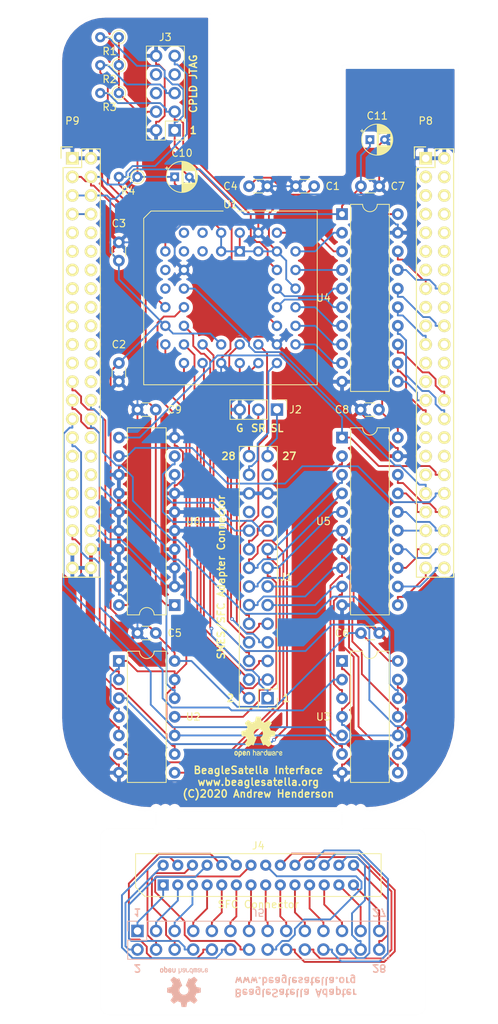
<source format=kicad_pcb>
(kicad_pcb (version 20171130) (host pcbnew "(5.1.5)-3")
  (layers (0 F.Cu signal) (31 B.Cu signal) (36 B.SilkS user) (37 F.SilkS user) (38 B.Mask user) (39 F.Mask user) (44 Edge.Cuts user))
  (net 0 "")
  (net 1 "Net-(P8-Pad3)")
  (net 2 "Net-(P8-Pad4)")
  (net 3 "Net-(P8-Pad5)")
  (net 4 "Net-(P8-Pad6)")
  (net 5 "Net-(P8-Pad7)")
  (net 6 "Net-(P8-Pad8)")
  (net 7 "Net-(P8-Pad9)")
  (net 8 "Net-(P8-Pad10)")
  (net 9 "Net-(P8-Pad11)")
  (net 10 "Net-(P8-Pad12)")
  (net 11 "Net-(P8-Pad13)")
  (net 12 "Net-(P8-Pad14)")
  (net 13 "Net-(P8-Pad17)")
  (net 14 "Net-(P8-Pad18)")
  (net 15 "Net-(P8-Pad19)")
  (net 16 "Net-(P8-Pad22)")
  (net 17 "Net-(P8-Pad23)")
  (net 18 "Net-(P8-Pad24)")
  (net 19 "Net-(P8-Pad25)")
  (net 20 "Net-(P8-Pad26)")
  (net 21 "Net-(P8-Pad31)")
  (net 22 "Net-(P8-Pad32)")
  (net 23 "Net-(P8-Pad33)")
  (net 24 "Net-(P8-Pad34)")
  (net 25 "Net-(P8-Pad35)")
  (net 26 "Net-(P9-Pad11)")
  (net 27 "Net-(P9-Pad12)")
  (net 28 "Net-(P9-Pad13)")
  (net 29 "Net-(P9-Pad14)")
  (net 30 "Net-(P9-Pad17)")
  (net 31 "Net-(P9-Pad18)")
  (net 32 "Net-(P9-Pad19)")
  (net 33 "Net-(P9-Pad20)")
  (net 34 "Net-(P9-Pad21)")
  (net 35 "Net-(P9-Pad22)")
  (net 36 "Net-(P9-Pad23)")
  (net 37 "Net-(P9-Pad24)")
  (net 38 "Net-(P9-Pad26)")
  (net 39 "Net-(P9-Pad33)")
  (net 40 "Net-(P9-Pad35)")
  (net 41 "Net-(P9-Pad39)")
  (net 42 "Net-(P9-Pad40)")
  (net 43 GNDD)
  (net 44 +3V3)
  (net 45 +5V)
  (net 46 SYS_5V)
  (net 47 ~IRQ)
  (net 48 /MONO)
  (net 49 /DOT)
  (net 50 "Net-(J1-Pad21)")
  (net 51 ~RESET)
  (net 52 /D7)
  (net 53 /D6)
  (net 54 /D5)
  (net 55 /D4)
  (net 56 /D3)
  (net 57 /D2)
  (net 58 /D1)
  (net 59 /D0)
  (net 60 /~PARD)
  (net 61 /~PAWR)
  (net 62 /PA7)
  (net 63 /PA6)
  (net 64 /PA5)
  (net 65 /PA4)
  (net 66 /PA3)
  (net 67 /PA2)
  (net 68 /PA1)
  (net 69 /PA0)
  (net 70 /PA5_3V)
  (net 71 /PA4_3V)
  (net 72 /PA0_3V)
  (net 73 /PA2_3V)
  (net 74 /PA1_3V)
  (net 75 /PA3_3V)
  (net 76 /D6_3V)
  (net 77 /D7_3V)
  (net 78 /D4_3V)
  (net 79 /D5_3V)
  (net 80 /D2_3V)
  (net 81 /D3_3V)
  (net 82 /D0_3V)
  (net 83 /D1_3V)
  (net 84 "Net-(P9-Pad9)")
  (net 85 "Net-(P9-Pad10)")
  (net 86 /D7_IN_3V)
  (net 87 /D5_IN_3V)
  (net 88 /D3_IN_3V)
  (net 89 /D1_IN_3V)
  (net 90 /D2_IN_3V)
  (net 91 /D0_IN_3V)
  (net 92 "Net-(P9-Pad32)")
  (net 93 "Net-(P9-Pad34)")
  (net 94 SFC_VCC_3V)
  (net 95 ~IRQ_3V)
  (net 96 ~RESET_3V)
  (net 97 /D6_IN_3V)
  (net 98 /D4_IN_3V)
  (net 99 /~PAWR_5V)
  (net 100 /~PARD_5V)
  (net 101 ~DATA_OE)
  (net 102 /PA5_5V)
  (net 103 /PA4_5V)
  (net 104 /PA3_5V)
  (net 105 /PA2_5V)
  (net 106 /PA0_5V)
  (net 107 /PA1_5V)
  (net 108 "Net-(U1-Pad11)")
  (net 109 "Net-(U1-Pad9)")
  (net 110 "Net-(U1-Pad8)")
  (net 111 "Net-(U1-Pad6)")
  (net 112 "Net-(U1-Pad4)")
  (net 113 "Net-(U1-Pad5)")
  (net 114 SFC_VCC)
  (net 115 "Net-(P9-Pad15)")
  (net 116 "Net-(P9-Pad16)")
  (net 117 /~PAWR_3V)
  (net 118 /~PARD_3V)
  (net 119 SL)
  (net 120 SR)
  (net 121 "Net-(J3-Pad9)")
  (net 122 "Net-(J3-Pad8)")
  (net 123 "Net-(J3-Pad7)")
  (net 124 "Net-(J3-Pad6)")
  (net 125 "Net-(J3-Pad5)")
  (net 126 "Net-(J3-Pad3)")
  (net 127 "Net-(J3-Pad1)")
  (net 128 /PIN9)
  (net 129 /PIN3)
  (net 130 /PIN5)
  (net 131 /PIN1)
  (net 132 /PIN17)
  (net 133 /PIN27)
  (net 134 /PIN21)
  (net 135 /PIN11)
  (net 136 /PIN19)
  (net 137 /PIN25)
  (net 138 /PIN23)
  (net 139 /PIN7)
  (net 140 /PIN13)
  (net 141 /PIN15)
  (net 142 "Net-(J4-Pad16)")
  (net 143 "Net-(J4-Pad24)")
  (net 144 "Net-(J4-Pad20)")
  (net 145 "Net-(J4-Pad28)")
  (net 146 "Net-(J4-Pad22)")
  (net 147 "Net-(J4-Pad26)")
  (net 148 "Net-(J4-Pad18)")
  (net 149 "Net-(J4-Pad2)")
  (net 150 "Net-(J4-Pad4)")
  (net 151 "Net-(J4-Pad6)")
  (net 152 "Net-(J4-Pad8)")
  (net 153 "Net-(J4-Pad10)")
  (net 154 "Net-(J4-Pad12)")
  (net 155 "Net-(J4-Pad14)")
  (net 156 "Net-(P9-Pad36)")
  (net 157 "Net-(P9-Pad37)")
  (net 158 "Net-(P9-Pad38)")
  (module beaglesatella_cape:Panel_Tab_Hole (layer F.Cu) (at 155.7401 153.8224)
    (fp_text reference " " hide)
    (fp_text value " " hide)
    (pad "" np_thru_hole circle (at 0 0) (size 0.635 0.635) (drill 0.635) (layers *.Cu *.Mask))
  )
  (module beaglesatella_cape:Panel_Tab_Hole (layer F.Cu) (at 154.4701 153.8224)
    (fp_text reference " " hide)
    (fp_text value " " hide)
    (pad "" np_thru_hole circle (at 0 0) (size 0.635 0.635) (drill 0.635) (layers *.Cu *.Mask))
  )
  (module beaglesatella_cape:Panel_Tab_Hole (layer F.Cu) (at 153.2001 153.8224)
    (fp_text reference " " hide)
    (fp_text value " " hide)
    (pad "" np_thru_hole circle (at 0 0) (size 0.635 0.635) (drill 0.635) (layers *.Cu *.Mask))
  )
  (module beaglesatella_cape:Panel_Tab_Hole (layer F.Cu) (at 155.7401 151.2824)
    (fp_text reference " " hide)
    (fp_text value " " hide)
    (pad "" np_thru_hole circle (at 0 0) (size 0.635 0.635) (drill 0.635) (layers *.Cu *.Mask))
  )
  (module beaglesatella_cape:Panel_Tab_Hole (layer F.Cu) (at 154.4701 151.2824)
    (fp_text reference " " hide)
    (fp_text value " " hide)
    (pad "" np_thru_hole circle (at 0 0) (size 0.635 0.635) (drill 0.635) (layers *.Cu *.Mask))
  )
  (module beaglesatella_cape:Panel_Tab_Hole (layer F.Cu) (at 153.2001 151.2824)
    (fp_text reference " " hide)
    (fp_text value " " hide)
    (pad "" np_thru_hole circle (at 0 0) (size 0.635 0.635) (drill 0.635) (layers *.Cu *.Mask))
  )
  (module beaglesatella_cape:Panel_Tab_Hole (layer F.Cu) (at 130.3401 153.8224)
    (fp_text reference " " hide)
    (fp_text value " " hide)
    (pad "" np_thru_hole circle (at 0 0) (size 0.635 0.635) (drill 0.635) (layers *.Cu *.Mask))
  )
  (module beaglesatella_cape:Panel_Tab_Hole (layer F.Cu) (at 129.0701 153.8224)
    (fp_text reference " " hide)
    (fp_text value " " hide)
    (pad "" np_thru_hole circle (at 0 0) (size 0.635 0.635) (drill 0.635) (layers *.Cu *.Mask))
  )
  (module beaglesatella_cape:Panel_Tab_Hole (layer F.Cu) (at 127.8001 153.8224)
    (fp_text reference " " hide)
    (fp_text value " " hide)
    (pad "" np_thru_hole circle (at 0 0) (size 0.635 0.635) (drill 0.635) (layers *.Cu *.Mask))
  )
  (module beaglesatella_cape:Panel_Tab_Hole (layer F.Cu) (at 130.3401 151.2824)
    (fp_text reference " " hide)
    (fp_text value " " hide)
    (pad "" np_thru_hole circle (at 0 0) (size 0.635 0.635) (drill 0.635) (layers *.Cu *.Mask))
  )
  (module beaglesatella_cape:Panel_Tab_Hole (layer F.Cu) (at 129.0701 151.2824)
    (fp_text reference " " hide)
    (fp_text value " " hide)
    (pad "" np_thru_hole circle (at 0 0) (size 0.635 0.635) (drill 0.635) (layers *.Cu *.Mask))
  )
  (module beaglesatella_cape:Panel_Tab_Hole (layer F.Cu) (at 127.8001 151.2824)
    (fp_text reference " " hide)
    (fp_text value " " hide)
    (pad "" np_thru_hole circle (at 0 0) (size 0.635 0.635) (drill 0.635) (layers *.Cu *.Mask))
  )
  (module Symbol:OSHW-Logo2_7.3x6mm_SilkScreen (layer B.Cu) (at 131.6101 175.4124)
    (fp_text reference REF** hide)
    (fp_text value OSHW-Logo2_7.3x6mm_SilkScreen hide)
  )
  (module Symbol:OSHW-Logo2_7.3x6mm_SilkScreen (layer F.Cu) (at 141.7701 141.3224)
    (fp_text reference REF** hide)
    (fp_text value OSHW-Logo2_7.3x6mm_SilkScreen hide)
  )
  (module Connector_PinHeader_2.54mm:PinHeader_2x14_P2.54mm_Vertical (layer B.Cu) (at 125.26 167.792 270)
    (fp_text reference J5 (at -2.5396 -16.5101 180 unlocked) (layer B.SilkS) (effects (justify mirror)))
    (fp_text value "Pin Header")
    (pad 28 thru_hole oval (at 2.54 -33.02 270) (size 1.7 1.7) (drill 1) (layers *.Cu *.Mask) (net 145 "Net-(J4-Pad28)"))
    (pad 27 thru_hole oval (at 0 -33.02 270) (size 1.7 1.7) (drill 1) (layers *.Cu *.Mask) (net 133 /PIN27))
    (pad 26 thru_hole oval (at 2.54 -30.48 270) (size 1.7 1.7) (drill 1) (layers *.Cu *.Mask) (net 147 "Net-(J4-Pad26)"))
    (pad 25 thru_hole oval (at 0 -30.48 270) (size 1.7 1.7) (drill 1) (layers *.Cu *.Mask) (net 137 /PIN25))
    (pad 24 thru_hole oval (at 2.54 -27.94 270) (size 1.7 1.7) (drill 1) (layers *.Cu *.Mask) (net 143 "Net-(J4-Pad24)"))
    (pad 23 thru_hole oval (at 0 -27.94 270) (size 1.7 1.7) (drill 1) (layers *.Cu *.Mask) (net 138 /PIN23))
    (pad 22 thru_hole oval (at 2.54 -25.4 270) (size 1.7 1.7) (drill 1) (layers *.Cu *.Mask) (net 146 "Net-(J4-Pad22)"))
    (pad 21 thru_hole oval (at 0 -25.4 270) (size 1.7 1.7) (drill 1) (layers *.Cu *.Mask) (net 134 /PIN21))
    (pad 20 thru_hole oval (at 2.54 -22.86 270) (size 1.7 1.7) (drill 1) (layers *.Cu *.Mask) (net 144 "Net-(J4-Pad20)"))
    (pad 19 thru_hole oval (at 0 -22.86 270) (size 1.7 1.7) (drill 1) (layers *.Cu *.Mask) (net 136 /PIN19))
    (pad 18 thru_hole oval (at 2.54 -20.32 270) (size 1.7 1.7) (drill 1) (layers *.Cu *.Mask) (net 148 "Net-(J4-Pad18)"))
    (pad 17 thru_hole oval (at 0 -20.32 270) (size 1.7 1.7) (drill 1) (layers *.Cu *.Mask) (net 132 /PIN17))
    (pad 16 thru_hole oval (at 2.54 -17.78 270) (size 1.7 1.7) (drill 1) (layers *.Cu *.Mask) (net 142 "Net-(J4-Pad16)"))
    (pad 15 thru_hole oval (at 0 -17.78 270) (size 1.7 1.7) (drill 1) (layers *.Cu *.Mask) (net 141 /PIN15))
    (pad 14 thru_hole oval (at 2.54 -15.24 270) (size 1.7 1.7) (drill 1) (layers *.Cu *.Mask) (net 155 "Net-(J4-Pad14)"))
    (pad 13 thru_hole oval (at 0 -15.24 270) (size 1.7 1.7) (drill 1) (layers *.Cu *.Mask) (net 140 /PIN13))
    (pad 12 thru_hole oval (at 2.54 -12.7 270) (size 1.7 1.7) (drill 1) (layers *.Cu *.Mask) (net 154 "Net-(J4-Pad12)"))
    (pad 11 thru_hole oval (at 0 -12.7 270) (size 1.7 1.7) (drill 1) (layers *.Cu *.Mask) (net 135 /PIN11))
    (pad 10 thru_hole oval (at 2.54 -10.16 270) (size 1.7 1.7) (drill 1) (layers *.Cu *.Mask) (net 153 "Net-(J4-Pad10)"))
    (pad 9 thru_hole oval (at 0 -10.16 270) (size 1.7 1.7) (drill 1) (layers *.Cu *.Mask) (net 128 /PIN9))
    (pad 8 thru_hole oval (at 2.54 -7.62 270) (size 1.7 1.7) (drill 1) (layers *.Cu *.Mask) (net 152 "Net-(J4-Pad8)"))
    (pad 7 thru_hole oval (at 0 -7.62 270) (size 1.7 1.7) (drill 1) (layers *.Cu *.Mask) (net 139 /PIN7))
    (pad 6 thru_hole oval (at 2.54 -5.08 270) (size 1.7 1.7) (drill 1) (layers *.Cu *.Mask) (net 151 "Net-(J4-Pad6)"))
    (pad 5 thru_hole oval (at 0 -5.08 270) (size 1.7 1.7) (drill 1) (layers *.Cu *.Mask) (net 130 /PIN5))
    (pad 4 thru_hole oval (at 2.54 -2.54 270) (size 1.7 1.7) (drill 1) (layers *.Cu *.Mask) (net 150 "Net-(J4-Pad4)"))
    (pad 3 thru_hole oval (at 0 -2.54 270) (size 1.7 1.7) (drill 1) (layers *.Cu *.Mask) (net 129 /PIN3))
    (pad 2 thru_hole oval (at 2.54 0 270) (size 1.7 1.7) (drill 1) (layers *.Cu *.Mask) (net 149 "Net-(J4-Pad2)"))
    (pad 1 thru_hole rect (at 0 0 270) (size 1.7 1.7) (drill 1) (layers *.Cu *.Mask) (net 131 /PIN1))
  )
  (module beaglesatella_cape:Samtec_MECF-40-01-L-DV-WT_2x40_P1.27mm_Polarized_Socket_Horizontal (layer F.Cu) (at 141.77 160.172)
    (fp_text reference J4 (at 0 -4) (layer F.SilkS))
    (fp_text value "SFC Connector" (at 0 4) (layer F.SilkS))
    (pad 9 thru_hole circle (at -5 1.35) (size 1.524 1.524) (drill 0.762) (layers *.Cu *.Mask) (net 128 /PIN9))
    (pad 3 thru_hole circle (at -11 1.35) (size 1.524 1.524) (drill 0.762) (layers *.Cu *.Mask) (net 129 /PIN3))
    (pad 5 thru_hole circle (at -9 1.35) (size 1.524 1.524) (drill 0.762) (layers *.Cu *.Mask) (net 130 /PIN5))
    (pad 1 thru_hole rect (at -13 1.35) (size 1.524 1.524) (drill 0.762) (layers *.Cu *.Mask) (net 131 /PIN1))
    (pad 17 thru_hole circle (at 3 1.35) (size 1.524 1.524) (drill 0.762) (layers *.Cu *.Mask) (net 132 /PIN17))
    (pad 27 thru_hole circle (at 13 1.35) (size 1.524 1.524) (drill 0.762) (layers *.Cu *.Mask) (net 133 /PIN27))
    (pad 21 thru_hole circle (at 7 1.35) (size 1.524 1.524) (drill 0.762) (layers *.Cu *.Mask) (net 134 /PIN21))
    (pad 11 thru_hole circle (at -3 1.35) (size 1.524 1.524) (drill 0.762) (layers *.Cu *.Mask) (net 135 /PIN11))
    (pad 19 thru_hole circle (at 5 1.35) (size 1.524 1.524) (drill 0.762) (layers *.Cu *.Mask) (net 136 /PIN19))
    (pad 25 thru_hole circle (at 11 1.35) (size 1.524 1.524) (drill 0.762) (layers *.Cu *.Mask) (net 137 /PIN25))
    (pad 23 thru_hole circle (at 9 1.35) (size 1.524 1.524) (drill 0.762) (layers *.Cu *.Mask) (net 138 /PIN23))
    (pad 7 thru_hole circle (at -7 1.35) (size 1.524 1.524) (drill 0.762) (layers *.Cu *.Mask) (net 139 /PIN7))
    (pad 13 thru_hole circle (at -1 1.35) (size 1.524 1.524) (drill 0.762) (layers *.Cu *.Mask) (net 140 /PIN13))
    (pad 15 thru_hole circle (at 1 1.35) (size 1.524 1.524) (drill 0.762) (layers *.Cu *.Mask) (net 141 /PIN15))
    (pad 16 thru_hole circle (at 1 -1.35) (size 1.524 1.524) (drill 0.762) (layers *.Cu *.Mask) (net 142 "Net-(J4-Pad16)"))
    (pad 24 thru_hole circle (at 9 -1.35) (size 1.524 1.524) (drill 0.762) (layers *.Cu *.Mask) (net 143 "Net-(J4-Pad24)"))
    (pad 20 thru_hole circle (at 5 -1.35) (size 1.524 1.524) (drill 0.762) (layers *.Cu *.Mask) (net 144 "Net-(J4-Pad20)"))
    (pad 28 thru_hole circle (at 13 -1.35) (size 1.524 1.524) (drill 0.762) (layers *.Cu *.Mask) (net 145 "Net-(J4-Pad28)"))
    (pad 22 thru_hole circle (at 7 -1.35) (size 1.524 1.524) (drill 0.762) (layers *.Cu *.Mask) (net 146 "Net-(J4-Pad22)"))
    (pad 26 thru_hole circle (at 11 -1.35) (size 1.524 1.524) (drill 0.762) (layers *.Cu *.Mask) (net 147 "Net-(J4-Pad26)"))
    (pad 18 thru_hole circle (at 3 -1.35) (size 1.524 1.524) (drill 0.762) (layers *.Cu *.Mask) (net 148 "Net-(J4-Pad18)"))
    (pad 2 thru_hole circle (at -13 -1.35) (size 1.524 1.524) (drill 0.762) (layers *.Cu *.Mask) (net 149 "Net-(J4-Pad2)"))
    (pad 4 thru_hole circle (at -11 -1.35) (size 1.524 1.524) (drill 0.762) (layers *.Cu *.Mask) (net 150 "Net-(J4-Pad4)"))
    (pad 6 thru_hole circle (at -9 -1.35) (size 1.524 1.524) (drill 0.762) (layers *.Cu *.Mask) (net 151 "Net-(J4-Pad6)"))
    (pad 8 thru_hole circle (at -7 -1.35) (size 1.524 1.524) (drill 0.762) (layers *.Cu *.Mask) (net 152 "Net-(J4-Pad8)"))
    (pad 10 thru_hole circle (at -5 -1.35) (size 1.524 1.524) (drill 0.762) (layers *.Cu *.Mask) (net 153 "Net-(J4-Pad10)"))
    (pad 12 thru_hole circle (at -3 -1.35) (size 1.524 1.524) (drill 0.762) (layers *.Cu *.Mask) (net 154 "Net-(J4-Pad12)"))
    (pad 14 thru_hole circle (at -1 -1.35) (size 1.524 1.524) (drill 0.762) (layers *.Cu *.Mask) (net 155 "Net-(J4-Pad14)"))
  )
  (module Capacitor_THT:CP_Radial_D4.0mm_P2.00mm (layer F.Cu) (at 157.01 59.8424)
    (fp_text reference C11 (at 1 -3.25) (layer F.SilkS))
    (fp_text value 10uF)
    (pad 2 thru_hole circle (at 2 0) (size 1.2 1.2) (drill 0.6) (layers *.Cu *.Mask) (net 43 GNDD))
    (pad 1 thru_hole rect (at 0 0) (size 1.2 1.2) (drill 0.6) (layers *.Cu *.Mask) (net 44 +3V3))
  )
  (module Capacitor_THT:CP_Radial_D4.0mm_P2.00mm (layer F.Cu) (at 130.34 64.9224)
    (fp_text reference C10 (at 1 -3.25) (layer F.SilkS))
    (fp_text value 10uF)
    (pad 2 thru_hole circle (at 2 0) (size 1.2 1.2) (drill 0.6) (layers *.Cu *.Mask) (net 43 GNDD))
    (pad 1 thru_hole rect (at 0 0) (size 1.2 1.2) (drill 0.6) (layers *.Cu *.Mask) (net 45 +5V))
  )
  (module Package_LCC:PLCC-44_THT-Socket (layer F.Cu) (at 139.23 75.0824)
    (fp_text reference U1 (at -1.27 -6.4) (layer F.SilkS))
    (fp_text value ATF1504AS-10JU44)
    (pad 39 thru_hole circle (at 7.62 0) (size 1.4224 1.4224) (drill 0.8) (layers *.Cu *.Mask) (net 99 /~PAWR_5V))
    (pad 37 thru_hole circle (at 7.62 2.54) (size 1.4224 1.4224) (drill 0.8) (layers *.Cu *.Mask) (net 102 /PA5_5V))
    (pad 35 thru_hole circle (at 7.62 5.08) (size 1.4224 1.4224) (drill 0.8) (layers *.Cu *.Mask) (net 45 +5V))
    (pad 33 thru_hole circle (at 7.62 7.62) (size 1.4224 1.4224) (drill 0.8) (layers *.Cu *.Mask) (net 105 /PA2_5V))
    (pad 31 thru_hole circle (at 7.62 10.16) (size 1.4224 1.4224) (drill 0.8) (layers *.Cu *.Mask) (net 107 /PA1_5V))
    (pad 40 thru_hole circle (at 5.08 -2.54) (size 1.4224 1.4224) (drill 0.8) (layers *.Cu *.Mask) (net 100 /~PARD_5V))
    (pad 38 thru_hole circle (at 5.08 2.54) (size 1.4224 1.4224) (drill 0.8) (layers *.Cu *.Mask) (net 126 "Net-(J3-Pad3)"))
    (pad 36 thru_hole circle (at 5.08 5.08) (size 1.4224 1.4224) (drill 0.8) (layers *.Cu *.Mask) (net 103 /PA4_5V))
    (pad 34 thru_hole circle (at 5.08 7.62) (size 1.4224 1.4224) (drill 0.8) (layers *.Cu *.Mask) (net 104 /PA3_5V))
    (pad 32 thru_hole circle (at 5.08 10.16) (size 1.4224 1.4224) (drill 0.8) (layers *.Cu *.Mask) (net 127 "Net-(J3-Pad1)"))
    (pad 30 thru_hole circle (at 5.08 12.7) (size 1.4224 1.4224) (drill 0.8) (layers *.Cu *.Mask) (net 43 GNDD))
    (pad 28 thru_hole circle (at 5.08 15.24) (size 1.4224 1.4224) (drill 0.8) (layers *.Cu *.Mask) (net 47 ~IRQ))
    (pad 26 thru_hole circle (at 2.54 15.24) (size 1.4224 1.4224) (drill 0.8) (layers *.Cu *.Mask) (net 61 /~PAWR))
    (pad 24 thru_hole circle (at 0 15.24) (size 1.4224 1.4224) (drill 0.8) (layers *.Cu *.Mask) (net 63 /PA6))
    (pad 22 thru_hole circle (at -2.54 15.24) (size 1.4224 1.4224) (drill 0.8) (layers *.Cu *.Mask) (net 43 GNDD))
    (pad 20 thru_hole circle (at -5.08 15.24) (size 1.4224 1.4224) (drill 0.8) (layers *.Cu *.Mask) (net 65 /PA4))
    (pad 18 thru_hole circle (at -7.62 15.24) (size 1.4224 1.4224) (drill 0.8) (layers *.Cu *.Mask) (net 67 /PA2))
    (pad 29 thru_hole circle (at 7.62 12.7) (size 1.4224 1.4224) (drill 0.8) (layers *.Cu *.Mask) (net 106 /PA0_5V))
    (pad 27 thru_hole circle (at 2.54 12.7) (size 1.4224 1.4224) (drill 0.8) (layers *.Cu *.Mask) (net 60 /~PARD))
    (pad 25 thru_hole circle (at 0 12.7) (size 1.4224 1.4224) (drill 0.8) (layers *.Cu *.Mask) (net 62 /PA7))
    (pad 23 thru_hole circle (at -2.54 12.7) (size 1.4224 1.4224) (drill 0.8) (layers *.Cu *.Mask) (net 45 +5V))
    (pad 21 thru_hole circle (at -5.08 12.7) (size 1.4224 1.4224) (drill 0.8) (layers *.Cu *.Mask) (net 64 /PA5))
    (pad 19 thru_hole circle (at -7.62 12.7) (size 1.4224 1.4224) (drill 0.8) (layers *.Cu *.Mask) (net 66 /PA3))
    (pad 17 thru_hole circle (at -10.16 12.7) (size 1.4224 1.4224) (drill 0.8) (layers *.Cu *.Mask) (net 68 /PA1))
    (pad 15 thru_hole circle (at -10.16 10.16) (size 1.4224 1.4224) (drill 0.8) (layers *.Cu *.Mask) (net 45 +5V))
    (pad 13 thru_hole circle (at -10.16 7.62) (size 1.4224 1.4224) (drill 0.8) (layers *.Cu *.Mask) (net 125 "Net-(J3-Pad5)"))
    (pad 11 thru_hole circle (at -10.16 5.08) (size 1.4224 1.4224) (drill 0.8) (layers *.Cu *.Mask) (net 108 "Net-(U1-Pad11)"))
    (pad 9 thru_hole circle (at -10.16 2.54) (size 1.4224 1.4224) (drill 0.8) (layers *.Cu *.Mask) (net 109 "Net-(U1-Pad9)"))
    (pad 7 thru_hole circle (at -10.16 0) (size 1.4224 1.4224) (drill 0.8) (layers *.Cu *.Mask) (net 121 "Net-(J3-Pad9)"))
    (pad 16 thru_hole circle (at -7.62 10.16) (size 1.4224 1.4224) (drill 0.8) (layers *.Cu *.Mask) (net 69 /PA0))
    (pad 14 thru_hole circle (at -7.62 7.62) (size 1.4224 1.4224) (drill 0.8) (layers *.Cu *.Mask) (net 101 ~DATA_OE))
    (pad 12 thru_hole circle (at -7.62 5.08) (size 1.4224 1.4224) (drill 0.8) (layers *.Cu *.Mask) (net 95 ~IRQ_3V))
    (pad 10 thru_hole circle (at -7.62 2.54) (size 1.4224 1.4224) (drill 0.8) (layers *.Cu *.Mask) (net 43 GNDD))
    (pad 8 thru_hole circle (at -7.62 0) (size 1.4224 1.4224) (drill 0.8) (layers *.Cu *.Mask) (net 110 "Net-(U1-Pad8)"))
    (pad 42 thru_hole circle (at 2.54 -2.54) (size 1.4224 1.4224) (drill 0.8) (layers *.Cu *.Mask) (net 43 GNDD))
    (pad 44 thru_hole circle (at 0 -2.54) (size 1.4224 1.4224) (drill 0.8) (layers *.Cu *.Mask) (net 45 +5V))
    (pad 6 thru_hole circle (at -7.62 -2.54) (size 1.4224 1.4224) (drill 0.8) (layers *.Cu *.Mask) (net 111 "Net-(U1-Pad6)"))
    (pad 4 thru_hole circle (at -5.08 -2.54) (size 1.4224 1.4224) (drill 0.8) (layers *.Cu *.Mask) (net 112 "Net-(U1-Pad4)"))
    (pad 2 thru_hole circle (at -2.54 -2.54) (size 1.4224 1.4224) (drill 0.8) (layers *.Cu *.Mask) (net 45 +5V))
    (pad 41 thru_hole circle (at 5.08 0) (size 1.4224 1.4224) (drill 0.8) (layers *.Cu *.Mask) (net 45 +5V))
    (pad 43 thru_hole circle (at 2.54 0) (size 1.4224 1.4224) (drill 0.8) (layers *.Cu *.Mask) (net 45 +5V))
    (pad 5 thru_hole circle (at -5.08 0) (size 1.4224 1.4224) (drill 0.8) (layers *.Cu *.Mask) (net 113 "Net-(U1-Pad5)"))
    (pad 3 thru_hole circle (at -2.54 0) (size 1.4224 1.4224) (drill 0.8) (layers *.Cu *.Mask) (net 45 +5V))
    (pad 1 thru_hole rect (at 0 0) (size 1.4224 1.4224) (drill 0.8) (layers *.Cu *.Mask) (net 45 +5V))
  )
  (module Package_DIP:DIP-14_W7.62mm (layer F.Cu) (at 153.2 130.962)
    (fp_text reference U3 (at -2.5399 7.6204) (layer F.SilkS))
    (fp_text value 74AHCT125)
    (pad 14 thru_hole oval (at 7.62 0) (size 1.6 1.6) (drill 0.8) (layers *.Cu *.Mask) (net 45 +5V))
    (pad 7 thru_hole oval (at 0 15.24) (size 1.6 1.6) (drill 0.8) (layers *.Cu *.Mask) (net 43 GNDD))
    (pad 13 thru_hole oval (at 7.62 2.54) (size 1.6 1.6) (drill 0.8) (layers *.Cu *.Mask) (net 101 ~DATA_OE))
    (pad 6 thru_hole oval (at 0 12.7) (size 1.6 1.6) (drill 0.8) (layers *.Cu *.Mask) (net 58 /D1))
    (pad 12 thru_hole oval (at 7.62 5.08) (size 1.6 1.6) (drill 0.8) (layers *.Cu *.Mask) (net 88 /D3_IN_3V))
    (pad 5 thru_hole oval (at 0 10.16) (size 1.6 1.6) (drill 0.8) (layers *.Cu *.Mask) (net 89 /D1_IN_3V))
    (pad 11 thru_hole oval (at 7.62 7.62) (size 1.6 1.6) (drill 0.8) (layers *.Cu *.Mask) (net 56 /D3))
    (pad 4 thru_hole oval (at 0 7.62) (size 1.6 1.6) (drill 0.8) (layers *.Cu *.Mask) (net 101 ~DATA_OE))
    (pad 10 thru_hole oval (at 7.62 10.16) (size 1.6 1.6) (drill 0.8) (layers *.Cu *.Mask) (net 101 ~DATA_OE))
    (pad 3 thru_hole oval (at 0 5.08) (size 1.6 1.6) (drill 0.8) (layers *.Cu *.Mask) (net 59 /D0))
    (pad 9 thru_hole oval (at 7.62 12.7) (size 1.6 1.6) (drill 0.8) (layers *.Cu *.Mask) (net 90 /D2_IN_3V))
    (pad 2 thru_hole oval (at 0 2.54) (size 1.6 1.6) (drill 0.8) (layers *.Cu *.Mask) (net 91 /D0_IN_3V))
    (pad 8 thru_hole oval (at 7.62 15.24) (size 1.6 1.6) (drill 0.8) (layers *.Cu *.Mask) (net 57 /D2))
    (pad 1 thru_hole rect (at 0 0) (size 1.6 1.6) (drill 0.8) (layers *.Cu *.Mask) (net 101 ~DATA_OE))
  )
  (module Package_DIP:DIP-14_W7.62mm (layer F.Cu) (at 122.72 130.962)
    (fp_text reference U2 (at 10.1601 7.6204) (layer F.SilkS))
    (fp_text value 74AHCT125)
    (pad 14 thru_hole oval (at 7.62 0) (size 1.6 1.6) (drill 0.8) (layers *.Cu *.Mask) (net 45 +5V))
    (pad 7 thru_hole oval (at 0 15.24) (size 1.6 1.6) (drill 0.8) (layers *.Cu *.Mask) (net 43 GNDD))
    (pad 13 thru_hole oval (at 7.62 2.54) (size 1.6 1.6) (drill 0.8) (layers *.Cu *.Mask) (net 101 ~DATA_OE))
    (pad 6 thru_hole oval (at 0 12.7) (size 1.6 1.6) (drill 0.8) (layers *.Cu *.Mask) (net 53 /D6))
    (pad 12 thru_hole oval (at 7.62 5.08) (size 1.6 1.6) (drill 0.8) (layers *.Cu *.Mask) (net 98 /D4_IN_3V))
    (pad 5 thru_hole oval (at 0 10.16) (size 1.6 1.6) (drill 0.8) (layers *.Cu *.Mask) (net 97 /D6_IN_3V))
    (pad 11 thru_hole oval (at 7.62 7.62) (size 1.6 1.6) (drill 0.8) (layers *.Cu *.Mask) (net 55 /D4))
    (pad 4 thru_hole oval (at 0 7.62) (size 1.6 1.6) (drill 0.8) (layers *.Cu *.Mask) (net 101 ~DATA_OE))
    (pad 10 thru_hole oval (at 7.62 10.16) (size 1.6 1.6) (drill 0.8) (layers *.Cu *.Mask) (net 101 ~DATA_OE))
    (pad 3 thru_hole oval (at 0 5.08) (size 1.6 1.6) (drill 0.8) (layers *.Cu *.Mask) (net 52 /D7))
    (pad 9 thru_hole oval (at 7.62 12.7) (size 1.6 1.6) (drill 0.8) (layers *.Cu *.Mask) (net 87 /D5_IN_3V))
    (pad 2 thru_hole oval (at 0 2.54) (size 1.6 1.6) (drill 0.8) (layers *.Cu *.Mask) (net 86 /D7_IN_3V))
    (pad 8 thru_hole oval (at 7.62 15.24) (size 1.6 1.6) (drill 0.8) (layers *.Cu *.Mask) (net 54 /D5))
    (pad 1 thru_hole rect (at 0 0) (size 1.6 1.6) (drill 0.8) (layers *.Cu *.Mask) (net 101 ~DATA_OE))
  )
  (module Package_DIP:DIP-20_W7.62mm (layer F.Cu) (at 153.2 100.482)
    (fp_text reference U5 (at -2.5399 11.4304) (layer F.SilkS))
    (fp_text value 74LVC245AN)
    (pad 20 thru_hole oval (at 7.62 0) (size 1.6 1.6) (drill 0.8) (layers *.Cu *.Mask) (net 44 +3V3))
    (pad 10 thru_hole oval (at 0 22.86) (size 1.6 1.6) (drill 0.8) (layers *.Cu *.Mask) (net 43 GNDD))
    (pad 19 thru_hole oval (at 7.62 2.54) (size 1.6 1.6) (drill 0.8) (layers *.Cu *.Mask) (net 43 GNDD))
    (pad 9 thru_hole oval (at 0 20.32) (size 1.6 1.6) (drill 0.8) (layers *.Cu *.Mask) (net 59 /D0))
    (pad 18 thru_hole oval (at 7.62 5.08) (size 1.6 1.6) (drill 0.8) (layers *.Cu *.Mask) (net 77 /D7_3V))
    (pad 8 thru_hole oval (at 0 17.78) (size 1.6 1.6) (drill 0.8) (layers *.Cu *.Mask) (net 58 /D1))
    (pad 17 thru_hole oval (at 7.62 7.62) (size 1.6 1.6) (drill 0.8) (layers *.Cu *.Mask) (net 76 /D6_3V))
    (pad 7 thru_hole oval (at 0 15.24) (size 1.6 1.6) (drill 0.8) (layers *.Cu *.Mask) (net 57 /D2))
    (pad 16 thru_hole oval (at 7.62 10.16) (size 1.6 1.6) (drill 0.8) (layers *.Cu *.Mask) (net 79 /D5_3V))
    (pad 6 thru_hole oval (at 0 12.7) (size 1.6 1.6) (drill 0.8) (layers *.Cu *.Mask) (net 56 /D3))
    (pad 15 thru_hole oval (at 7.62 12.7) (size 1.6 1.6) (drill 0.8) (layers *.Cu *.Mask) (net 78 /D4_3V))
    (pad 5 thru_hole oval (at 0 10.16) (size 1.6 1.6) (drill 0.8) (layers *.Cu *.Mask) (net 55 /D4))
    (pad 14 thru_hole oval (at 7.62 15.24) (size 1.6 1.6) (drill 0.8) (layers *.Cu *.Mask) (net 81 /D3_3V))
    (pad 4 thru_hole oval (at 0 7.62) (size 1.6 1.6) (drill 0.8) (layers *.Cu *.Mask) (net 54 /D5))
    (pad 13 thru_hole oval (at 7.62 17.78) (size 1.6 1.6) (drill 0.8) (layers *.Cu *.Mask) (net 80 /D2_3V))
    (pad 3 thru_hole oval (at 0 5.08) (size 1.6 1.6) (drill 0.8) (layers *.Cu *.Mask) (net 53 /D6))
    (pad 12 thru_hole oval (at 7.62 20.32) (size 1.6 1.6) (drill 0.8) (layers *.Cu *.Mask) (net 83 /D1_3V))
    (pad 2 thru_hole oval (at 0 2.54) (size 1.6 1.6) (drill 0.8) (layers *.Cu *.Mask) (net 52 /D7))
    (pad 11 thru_hole oval (at 7.62 22.86) (size 1.6 1.6) (drill 0.8) (layers *.Cu *.Mask) (net 82 /D0_3V))
    (pad 1 thru_hole rect (at 0 0) (size 1.6 1.6) (drill 0.8) (layers *.Cu *.Mask) (net 94 SFC_VCC_3V))
  )
  (module Package_DIP:DIP-20_W7.62mm (layer F.Cu) (at 130.34 123.342 180)
    (fp_text reference U6 (at -2.5401 11.4296) (layer F.SilkS))
    (fp_text value 74LVC245AN)
    (pad 20 thru_hole oval (at 7.62 0 180) (size 1.6 1.6) (drill 0.8) (layers *.Cu *.Mask) (net 44 +3V3))
    (pad 10 thru_hole oval (at 0 22.86 180) (size 1.6 1.6) (drill 0.8) (layers *.Cu *.Mask) (net 43 GNDD))
    (pad 19 thru_hole oval (at 7.62 2.54 180) (size 1.6 1.6) (drill 0.8) (layers *.Cu *.Mask) (net 43 GNDD))
    (pad 9 thru_hole oval (at 0 20.32 180) (size 1.6 1.6) (drill 0.8) (layers *.Cu *.Mask) (net 114 SFC_VCC))
    (pad 18 thru_hole oval (at 7.62 5.08 180) (size 1.6 1.6) (drill 0.8) (layers *.Cu *.Mask) (net 43 GNDD))
    (pad 8 thru_hole oval (at 0 17.78 180) (size 1.6 1.6) (drill 0.8) (layers *.Cu *.Mask) (net 51 ~RESET))
    (pad 17 thru_hole oval (at 7.62 7.62 180) (size 1.6 1.6) (drill 0.8) (layers *.Cu *.Mask) (net 43 GNDD))
    (pad 7 thru_hole oval (at 0 15.24 180) (size 1.6 1.6) (drill 0.8) (layers *.Cu *.Mask) (net 43 GNDD))
    (pad 16 thru_hole oval (at 7.62 10.16 180) (size 1.6 1.6) (drill 0.8) (layers *.Cu *.Mask) (net 43 GNDD))
    (pad 6 thru_hole oval (at 0 12.7 180) (size 1.6 1.6) (drill 0.8) (layers *.Cu *.Mask) (net 43 GNDD))
    (pad 15 thru_hole oval (at 7.62 12.7 180) (size 1.6 1.6) (drill 0.8) (layers *.Cu *.Mask) (net 43 GNDD))
    (pad 5 thru_hole oval (at 0 10.16 180) (size 1.6 1.6) (drill 0.8) (layers *.Cu *.Mask) (net 43 GNDD))
    (pad 14 thru_hole oval (at 7.62 15.24 180) (size 1.6 1.6) (drill 0.8) (layers *.Cu *.Mask) (net 43 GNDD))
    (pad 4 thru_hole oval (at 0 7.62 180) (size 1.6 1.6) (drill 0.8) (layers *.Cu *.Mask) (net 43 GNDD))
    (pad 13 thru_hole oval (at 7.62 17.78 180) (size 1.6 1.6) (drill 0.8) (layers *.Cu *.Mask) (net 43 GNDD))
    (pad 3 thru_hole oval (at 0 5.08 180) (size 1.6 1.6) (drill 0.8) (layers *.Cu *.Mask) (net 43 GNDD))
    (pad 12 thru_hole oval (at 7.62 20.32 180) (size 1.6 1.6) (drill 0.8) (layers *.Cu *.Mask) (net 96 ~RESET_3V))
    (pad 2 thru_hole oval (at 0 2.54 180) (size 1.6 1.6) (drill 0.8) (layers *.Cu *.Mask) (net 43 GNDD))
    (pad 11 thru_hole oval (at 7.62 22.86 180) (size 1.6 1.6) (drill 0.8) (layers *.Cu *.Mask) (net 94 SFC_VCC_3V))
    (pad 1 thru_hole rect (at 0 0 180) (size 1.6 1.6) (drill 0.8) (layers *.Cu *.Mask) (net 44 +3V3))
  )
  (module Package_DIP:DIP-20_W7.62mm (layer F.Cu) (at 153.2 70.0024)
    (fp_text reference U4 (at -2.5399 11.43) (layer F.SilkS))
    (fp_text value 74LVC245AN)
    (pad 20 thru_hole oval (at 7.62 0) (size 1.6 1.6) (drill 0.8) (layers *.Cu *.Mask) (net 44 +3V3))
    (pad 10 thru_hole oval (at 0 22.86) (size 1.6 1.6) (drill 0.8) (layers *.Cu *.Mask) (net 43 GNDD))
    (pad 19 thru_hole oval (at 7.62 2.54) (size 1.6 1.6) (drill 0.8) (layers *.Cu *.Mask) (net 43 GNDD))
    (pad 9 thru_hole oval (at 0 20.32) (size 1.6 1.6) (drill 0.8) (layers *.Cu *.Mask) (net 106 /PA0_5V))
    (pad 18 thru_hole oval (at 7.62 5.08) (size 1.6 1.6) (drill 0.8) (layers *.Cu *.Mask) (net 117 /~PAWR_3V))
    (pad 8 thru_hole oval (at 0 17.78) (size 1.6 1.6) (drill 0.8) (layers *.Cu *.Mask) (net 107 /PA1_5V))
    (pad 17 thru_hole oval (at 7.62 7.62) (size 1.6 1.6) (drill 0.8) (layers *.Cu *.Mask) (net 118 /~PARD_3V))
    (pad 7 thru_hole oval (at 0 15.24) (size 1.6 1.6) (drill 0.8) (layers *.Cu *.Mask) (net 105 /PA2_5V))
    (pad 16 thru_hole oval (at 7.62 10.16) (size 1.6 1.6) (drill 0.8) (layers *.Cu *.Mask) (net 70 /PA5_3V))
    (pad 6 thru_hole oval (at 0 12.7) (size 1.6 1.6) (drill 0.8) (layers *.Cu *.Mask) (net 104 /PA3_5V))
    (pad 15 thru_hole oval (at 7.62 12.7) (size 1.6 1.6) (drill 0.8) (layers *.Cu *.Mask) (net 71 /PA4_3V))
    (pad 5 thru_hole oval (at 0 10.16) (size 1.6 1.6) (drill 0.8) (layers *.Cu *.Mask) (net 103 /PA4_5V))
    (pad 14 thru_hole oval (at 7.62 15.24) (size 1.6 1.6) (drill 0.8) (layers *.Cu *.Mask) (net 75 /PA3_3V))
    (pad 4 thru_hole oval (at 0 7.62) (size 1.6 1.6) (drill 0.8) (layers *.Cu *.Mask) (net 102 /PA5_5V))
    (pad 13 thru_hole oval (at 7.62 17.78) (size 1.6 1.6) (drill 0.8) (layers *.Cu *.Mask) (net 73 /PA2_3V))
    (pad 3 thru_hole oval (at 0 5.08) (size 1.6 1.6) (drill 0.8) (layers *.Cu *.Mask) (net 100 /~PARD_5V))
    (pad 12 thru_hole oval (at 7.62 20.32) (size 1.6 1.6) (drill 0.8) (layers *.Cu *.Mask) (net 74 /PA1_3V))
    (pad 2 thru_hole oval (at 0 2.54) (size 1.6 1.6) (drill 0.8) (layers *.Cu *.Mask) (net 99 /~PAWR_5V))
    (pad 11 thru_hole oval (at 7.62 22.86) (size 1.6 1.6) (drill 0.8) (layers *.Cu *.Mask) (net 72 /PA0_3V))
    (pad 1 thru_hole rect (at 0 0) (size 1.6 1.6) (drill 0.8) (layers *.Cu *.Mask) (net 44 +3V3))
  )
  (module Resistor_THT:R_Axial_DIN0204_L3.6mm_D1.6mm_P2.54mm_Vertical (layer F.Cu) (at 125.26 64.9224 180)
    (fp_text reference R4 (at 1.27 -1.92) (layer F.SilkS))
    (fp_text value 10K)
    (pad 2 thru_hole oval (at 2.54 0 180) (size 1.4 1.4) (drill 0.7) (layers *.Cu *.Mask) (net 121 "Net-(J3-Pad9)"))
    (pad 1 thru_hole circle (at 0 0 180) (size 1.4 1.4) (drill 0.7) (layers *.Cu *.Mask) (net 45 +5V))
  )
  (module Resistor_THT:R_Axial_DIN0204_L3.6mm_D1.6mm_P2.54mm_Vertical (layer F.Cu) (at 122.72 53.4924 180)
    (fp_text reference R3 (at 1.27 -1.92) (layer F.SilkS))
    (fp_text value 10K)
    (pad 2 thru_hole oval (at 2.54 0 180) (size 1.4 1.4) (drill 0.7) (layers *.Cu *.Mask) (net 126 "Net-(J3-Pad3)"))
    (pad 1 thru_hole circle (at 0 0 180) (size 1.4 1.4) (drill 0.7) (layers *.Cu *.Mask) (net 45 +5V))
  )
  (module Resistor_THT:R_Axial_DIN0204_L3.6mm_D1.6mm_P2.54mm_Vertical (layer F.Cu) (at 122.72 49.6824 180)
    (fp_text reference R2 (at 1.27 -1.92) (layer F.SilkS))
    (fp_text value 10K)
    (pad 2 thru_hole oval (at 2.54 0 180) (size 1.4 1.4) (drill 0.7) (layers *.Cu *.Mask) (net 125 "Net-(J3-Pad5)"))
    (pad 1 thru_hole circle (at 0 0 180) (size 1.4 1.4) (drill 0.7) (layers *.Cu *.Mask) (net 45 +5V))
  )
  (module Resistor_THT:R_Axial_DIN0204_L3.6mm_D1.6mm_P2.54mm_Vertical (layer F.Cu) (at 122.72 45.8724 180)
    (fp_text reference R1 (at 1.27 -1.92) (layer F.SilkS))
    (fp_text value 10K)
    (pad 2 thru_hole oval (at 2.54 0 180) (size 1.4 1.4) (drill 0.7) (layers *.Cu *.Mask) (net 127 "Net-(J3-Pad1)"))
    (pad 1 thru_hole circle (at 0 0 180) (size 1.4 1.4) (drill 0.7) (layers *.Cu *.Mask) (net 45 +5V))
  )
  (module Connector_PinHeader_2.54mm:PinHeader_2x05_P2.54mm_Vertical (layer F.Cu) (at 130.34 58.5724 180)
    (fp_text reference J3 (at 1.27 12.7) (layer F.SilkS))
    (fp_text value AVR-JTAG-10)
    (pad 10 thru_hole oval (at 2.54 10.16 180) (size 1.7 1.7) (drill 1) (layers *.Cu *.Mask) (net 43 GNDD))
    (pad 9 thru_hole oval (at 0 10.16 180) (size 1.7 1.7) (drill 1) (layers *.Cu *.Mask) (net 121 "Net-(J3-Pad9)"))
    (pad 8 thru_hole oval (at 2.54 7.62 180) (size 1.7 1.7) (drill 1) (layers *.Cu *.Mask) (net 122 "Net-(J3-Pad8)"))
    (pad 7 thru_hole oval (at 0 7.62 180) (size 1.7 1.7) (drill 1) (layers *.Cu *.Mask) (net 123 "Net-(J3-Pad7)"))
    (pad 6 thru_hole oval (at 2.54 5.08 180) (size 1.7 1.7) (drill 1) (layers *.Cu *.Mask) (net 124 "Net-(J3-Pad6)"))
    (pad 5 thru_hole oval (at 0 5.08 180) (size 1.7 1.7) (drill 1) (layers *.Cu *.Mask) (net 125 "Net-(J3-Pad5)"))
    (pad 4 thru_hole oval (at 2.54 2.54 180) (size 1.7 1.7) (drill 1) (layers *.Cu *.Mask) (net 45 +5V))
    (pad 3 thru_hole oval (at 0 2.54 180) (size 1.7 1.7) (drill 1) (layers *.Cu *.Mask) (net 126 "Net-(J3-Pad3)"))
    (pad 2 thru_hole oval (at 2.54 0 180) (size 1.7 1.7) (drill 1) (layers *.Cu *.Mask) (net 43 GNDD))
    (pad 1 thru_hole rect (at 0 0 180) (size 1.7 1.7) (drill 1) (layers *.Cu *.Mask) (net 127 "Net-(J3-Pad1)"))
  )
  (module Capacitor_THT:C_Disc_D3.0mm_W1.6mm_P2.50mm (layer F.Cu) (at 155.74 96.6724)
    (fp_text reference C8 (at -2.5399 0) (layer F.SilkS))
    (fp_text value 0.1uF)
    (pad 2 thru_hole circle (at 2.5 0) (size 1.6 1.6) (drill 0.8) (layers *.Cu *.Mask) (net 44 +3V3))
    (pad 1 thru_hole circle (at 0 0) (size 1.6 1.6) (drill 0.8) (layers *.Cu *.Mask) (net 43 GNDD))
  )
  (module Capacitor_THT:C_Disc_D3.0mm_W1.6mm_P2.50mm (layer F.Cu) (at 125.26 96.6724)
    (fp_text reference C9 (at 5.0801 0) (layer F.SilkS))
    (fp_text value 0.1uF)
    (pad 2 thru_hole circle (at 2.5 0) (size 1.6 1.6) (drill 0.8) (layers *.Cu *.Mask) (net 44 +3V3))
    (pad 1 thru_hole circle (at 0 0) (size 1.6 1.6) (drill 0.8) (layers *.Cu *.Mask) (net 43 GNDD))
  )
  (module Capacitor_THT:C_Disc_D3.0mm_W1.6mm_P2.50mm (layer F.Cu) (at 158.28 66.1924 180)
    (fp_text reference C7 (at -2.5401 0) (layer F.SilkS))
    (fp_text value 0.1uF)
    (pad 2 thru_hole circle (at 2.5 0 180) (size 1.6 1.6) (drill 0.8) (layers *.Cu *.Mask) (net 44 +3V3))
    (pad 1 thru_hole circle (at 0 0 180) (size 1.6 1.6) (drill 0.8) (layers *.Cu *.Mask) (net 43 GNDD))
  )
  (module Capacitor_THT:C_Disc_D3.0mm_W1.6mm_P2.50mm (layer F.Cu) (at 158.28 127.152 180)
    (fp_text reference C6 (at 5.0799 -0.0004) (layer F.SilkS))
    (fp_text value 0.1uF)
    (pad 2 thru_hole circle (at 2.5 0 180) (size 1.6 1.6) (drill 0.8) (layers *.Cu *.Mask) (net 45 +5V))
    (pad 1 thru_hole circle (at 0 0 180) (size 1.6 1.6) (drill 0.8) (layers *.Cu *.Mask) (net 43 GNDD))
  )
  (module Capacitor_THT:C_Disc_D3.0mm_W1.6mm_P2.50mm (layer F.Cu) (at 125.26 127.152)
    (fp_text reference C5 (at 5.0801 0.0004) (layer F.SilkS))
    (fp_text value 0.1uF)
    (pad 2 thru_hole circle (at 2.5 0) (size 1.6 1.6) (drill 0.8) (layers *.Cu *.Mask) (net 45 +5V))
    (pad 1 thru_hole circle (at 0 0) (size 1.6 1.6) (drill 0.8) (layers *.Cu *.Mask) (net 43 GNDD))
  )
  (module Capacitor_THT:C_Disc_D3.0mm_W1.6mm_P2.50mm (layer F.Cu) (at 140.5 66.1924)
    (fp_text reference C4 (at -2.5399 0) (layer F.SilkS))
    (fp_text value 0.1uF)
    (pad 2 thru_hole circle (at 2.5 0) (size 1.6 1.6) (drill 0.8) (layers *.Cu *.Mask) (net 43 GNDD))
    (pad 1 thru_hole circle (at 0 0) (size 1.6 1.6) (drill 0.8) (layers *.Cu *.Mask) (net 45 +5V))
  )
  (module Capacitor_THT:C_Disc_D3.0mm_W1.6mm_P2.50mm (layer F.Cu) (at 122.72 76.3524 90)
    (fp_text reference C3 (at 5.08 0.0001) (layer F.SilkS))
    (fp_text value 0.1uF)
    (pad 2 thru_hole circle (at 2.5 0 90) (size 1.6 1.6) (drill 0.8) (layers *.Cu *.Mask) (net 43 GNDD))
    (pad 1 thru_hole circle (at 0 0 90) (size 1.6 1.6) (drill 0.8) (layers *.Cu *.Mask) (net 45 +5V))
  )
  (module Capacitor_THT:C_Disc_D3.0mm_W1.6mm_P2.50mm (layer F.Cu) (at 122.72 90.3224 270)
    (fp_text reference C2 (at -2.54 -0.0001) (layer F.SilkS))
    (fp_text value 0.1uF)
    (pad 2 thru_hole circle (at 2.5 0 270) (size 1.6 1.6) (drill 0.8) (layers *.Cu *.Mask) (net 43 GNDD))
    (pad 1 thru_hole circle (at 0 0 270) (size 1.6 1.6) (drill 0.8) (layers *.Cu *.Mask) (net 45 +5V))
  )
  (module Capacitor_THT:C_Disc_D3.0mm_W1.6mm_P2.50mm (layer F.Cu) (at 149.39 66.1924 180)
    (fp_text reference C1 (at -2.5401 0) (layer F.SilkS))
    (fp_text value 0.1uF)
    (pad 2 thru_hole circle (at 2.5 0 180) (size 1.6 1.6) (drill 0.8) (layers *.Cu *.Mask) (net 43 GNDD))
    (pad 1 thru_hole circle (at 0 0 180) (size 1.6 1.6) (drill 0.8) (layers *.Cu *.Mask) (net 45 +5V))
  )
  (module Socket_BeagleBone_Black:Socket_BeagleBone_Black (layer F.Cu) (at 164.63 62.3824)
    (fp_text reference P8 (at 0 -5.1) (layer F.SilkS))
    (fp_text value BeagleBone_Black_Header)
    (pad 1 thru_hole rect (at 0 0) (size 1.7272 1.7272) (drill 1.016) (layers *.Cu *.Mask F.SilkS) (net 43 GNDD))
    (pad 2 thru_hole oval (at 2.54 0) (size 1.7272 1.7272) (drill 1.016) (layers *.Cu *.Mask F.SilkS) (net 43 GNDD))
    (pad 3 thru_hole oval (at 0 2.54) (size 1.7272 1.7272) (drill 1.016) (layers *.Cu *.Mask F.SilkS) (net 1 "Net-(P8-Pad3)"))
    (pad 4 thru_hole oval (at 2.54 2.54) (size 1.7272 1.7272) (drill 1.016) (layers *.Cu *.Mask F.SilkS) (net 2 "Net-(P8-Pad4)"))
    (pad 5 thru_hole oval (at 0 5.08) (size 1.7272 1.7272) (drill 1.016) (layers *.Cu *.Mask F.SilkS) (net 3 "Net-(P8-Pad5)"))
    (pad 6 thru_hole oval (at 2.54 5.08) (size 1.7272 1.7272) (drill 1.016) (layers *.Cu *.Mask F.SilkS) (net 4 "Net-(P8-Pad6)"))
    (pad 7 thru_hole oval (at 0 7.62) (size 1.7272 1.7272) (drill 1.016) (layers *.Cu *.Mask F.SilkS) (net 5 "Net-(P8-Pad7)"))
    (pad 8 thru_hole oval (at 2.54 7.62) (size 1.7272 1.7272) (drill 1.016) (layers *.Cu *.Mask F.SilkS) (net 6 "Net-(P8-Pad8)"))
    (pad 9 thru_hole oval (at 0 10.16) (size 1.7272 1.7272) (drill 1.016) (layers *.Cu *.Mask F.SilkS) (net 7 "Net-(P8-Pad9)"))
    (pad 10 thru_hole oval (at 2.54 10.16) (size 1.7272 1.7272) (drill 1.016) (layers *.Cu *.Mask F.SilkS) (net 8 "Net-(P8-Pad10)"))
    (pad 11 thru_hole oval (at 0 12.7) (size 1.7272 1.7272) (drill 1.016) (layers *.Cu *.Mask F.SilkS) (net 9 "Net-(P8-Pad11)"))
    (pad 12 thru_hole oval (at 2.54 12.7) (size 1.7272 1.7272) (drill 1.016) (layers *.Cu *.Mask F.SilkS) (net 10 "Net-(P8-Pad12)"))
    (pad 13 thru_hole oval (at 0 15.24) (size 1.7272 1.7272) (drill 1.016) (layers *.Cu *.Mask F.SilkS) (net 11 "Net-(P8-Pad13)"))
    (pad 14 thru_hole oval (at 2.54 15.24) (size 1.7272 1.7272) (drill 1.016) (layers *.Cu *.Mask F.SilkS) (net 12 "Net-(P8-Pad14)"))
    (pad 15 thru_hole oval (at 0 17.78) (size 1.7272 1.7272) (drill 1.016) (layers *.Cu *.Mask F.SilkS) (net 117 /~PAWR_3V))
    (pad 16 thru_hole oval (at 2.54 17.78) (size 1.7272 1.7272) (drill 1.016) (layers *.Cu *.Mask F.SilkS) (net 118 /~PARD_3V))
    (pad 17 thru_hole oval (at 0 20.32) (size 1.7272 1.7272) (drill 1.016) (layers *.Cu *.Mask F.SilkS) (net 13 "Net-(P8-Pad17)"))
    (pad 18 thru_hole oval (at 2.54 20.32) (size 1.7272 1.7272) (drill 1.016) (layers *.Cu *.Mask F.SilkS) (net 14 "Net-(P8-Pad18)"))
    (pad 19 thru_hole oval (at 0 22.86) (size 1.7272 1.7272) (drill 1.016) (layers *.Cu *.Mask F.SilkS) (net 15 "Net-(P8-Pad19)"))
    (pad 20 thru_hole oval (at 2.54 22.86) (size 1.7272 1.7272) (drill 1.016) (layers *.Cu *.Mask F.SilkS) (net 70 /PA5_3V))
    (pad 21 thru_hole oval (at 0 25.4) (size 1.7272 1.7272) (drill 1.016) (layers *.Cu *.Mask F.SilkS) (net 71 /PA4_3V))
    (pad 22 thru_hole oval (at 2.54 25.4) (size 1.7272 1.7272) (drill 1.016) (layers *.Cu *.Mask F.SilkS) (net 16 "Net-(P8-Pad22)"))
    (pad 23 thru_hole oval (at 0 27.94) (size 1.7272 1.7272) (drill 1.016) (layers *.Cu *.Mask F.SilkS) (net 17 "Net-(P8-Pad23)"))
    (pad 24 thru_hole oval (at 2.54 27.94) (size 1.7272 1.7272) (drill 1.016) (layers *.Cu *.Mask F.SilkS) (net 18 "Net-(P8-Pad24)"))
    (pad 25 thru_hole oval (at 0 30.48) (size 1.7272 1.7272) (drill 1.016) (layers *.Cu *.Mask F.SilkS) (net 19 "Net-(P8-Pad25)"))
    (pad 26 thru_hole oval (at 2.54 30.48) (size 1.7272 1.7272) (drill 1.016) (layers *.Cu *.Mask F.SilkS) (net 20 "Net-(P8-Pad26)"))
    (pad 27 thru_hole oval (at 0 33.02) (size 1.7272 1.7272) (drill 1.016) (layers *.Cu *.Mask F.SilkS) (net 72 /PA0_3V))
    (pad 28 thru_hole oval (at 2.54 33.02) (size 1.7272 1.7272) (drill 1.016) (layers *.Cu *.Mask F.SilkS) (net 73 /PA2_3V))
    (pad 29 thru_hole oval (at 0 35.56) (size 1.7272 1.7272) (drill 1.016) (layers *.Cu *.Mask F.SilkS) (net 74 /PA1_3V))
    (pad 30 thru_hole oval (at 2.54 35.56) (size 1.7272 1.7272) (drill 1.016) (layers *.Cu *.Mask F.SilkS) (net 75 /PA3_3V))
    (pad 31 thru_hole oval (at 0 38.1) (size 1.7272 1.7272) (drill 1.016) (layers *.Cu *.Mask F.SilkS) (net 21 "Net-(P8-Pad31)"))
    (pad 32 thru_hole oval (at 2.54 38.1) (size 1.7272 1.7272) (drill 1.016) (layers *.Cu *.Mask F.SilkS) (net 22 "Net-(P8-Pad32)"))
    (pad 33 thru_hole oval (at 0 40.64) (size 1.7272 1.7272) (drill 1.016) (layers *.Cu *.Mask F.SilkS) (net 23 "Net-(P8-Pad33)"))
    (pad 34 thru_hole oval (at 2.54 40.64) (size 1.7272 1.7272) (drill 1.016) (layers *.Cu *.Mask F.SilkS) (net 24 "Net-(P8-Pad34)"))
    (pad 35 thru_hole oval (at 0 43.18) (size 1.7272 1.7272) (drill 1.016) (layers *.Cu *.Mask F.SilkS) (net 25 "Net-(P8-Pad35)"))
    (pad 36 thru_hole oval (at 2.54 43.18) (size 1.7272 1.7272) (drill 1.016) (layers *.Cu *.Mask F.SilkS) (net 94 SFC_VCC_3V))
    (pad 37 thru_hole oval (at 0 45.72) (size 1.7272 1.7272) (drill 1.016) (layers *.Cu *.Mask F.SilkS) (net 95 ~IRQ_3V))
    (pad 38 thru_hole oval (at 2.54 45.72) (size 1.7272 1.7272) (drill 1.016) (layers *.Cu *.Mask F.SilkS) (net 96 ~RESET_3V))
    (pad 39 thru_hole oval (at 0 48.26) (size 1.7272 1.7272) (drill 1.016) (layers *.Cu *.Mask F.SilkS) (net 76 /D6_3V))
    (pad 40 thru_hole oval (at 2.54 48.26) (size 1.7272 1.7272) (drill 1.016) (layers *.Cu *.Mask F.SilkS) (net 77 /D7_3V))
    (pad 41 thru_hole oval (at 0 50.8) (size 1.7272 1.7272) (drill 1.016) (layers *.Cu *.Mask F.SilkS) (net 78 /D4_3V))
    (pad 42 thru_hole oval (at 2.54 50.8) (size 1.7272 1.7272) (drill 1.016) (layers *.Cu *.Mask F.SilkS) (net 79 /D5_3V))
    (pad 43 thru_hole oval (at 0 53.34) (size 1.7272 1.7272) (drill 1.016) (layers *.Cu *.Mask F.SilkS) (net 80 /D2_3V))
    (pad 44 thru_hole oval (at 2.54 53.34) (size 1.7272 1.7272) (drill 1.016) (layers *.Cu *.Mask F.SilkS) (net 81 /D3_3V))
    (pad 45 thru_hole oval (at 0 55.88) (size 1.7272 1.7272) (drill 1.016) (layers *.Cu *.Mask F.SilkS) (net 82 /D0_3V))
    (pad 46 thru_hole oval (at 2.54 55.88) (size 1.7272 1.7272) (drill 1.016) (layers *.Cu *.Mask F.SilkS) (net 83 /D1_3V))
  )
  (module Socket_BeagleBone_Black:Socket_BeagleBone_Black (layer F.Cu) (at 116.37 62.3824)
    (fp_text reference P9 (at 0 -5.1) (layer F.SilkS))
    (fp_text value BeagleBone_Black_Header)
    (pad 1 thru_hole rect (at 0 0) (size 1.7272 1.7272) (drill 1.016) (layers *.Cu *.Mask F.SilkS) (net 43 GNDD))
    (pad 2 thru_hole oval (at 2.54 0) (size 1.7272 1.7272) (drill 1.016) (layers *.Cu *.Mask F.SilkS) (net 43 GNDD))
    (pad 3 thru_hole oval (at 0 2.54) (size 1.7272 1.7272) (drill 1.016) (layers *.Cu *.Mask F.SilkS) (net 44 +3V3))
    (pad 4 thru_hole oval (at 2.54 2.54) (size 1.7272 1.7272) (drill 1.016) (layers *.Cu *.Mask F.SilkS) (net 44 +3V3))
    (pad 5 thru_hole oval (at 0 5.08) (size 1.7272 1.7272) (drill 1.016) (layers *.Cu *.Mask F.SilkS) (net 45 +5V))
    (pad 6 thru_hole oval (at 2.54 5.08) (size 1.7272 1.7272) (drill 1.016) (layers *.Cu *.Mask F.SilkS) (net 45 +5V))
    (pad 7 thru_hole oval (at 0 7.62) (size 1.7272 1.7272) (drill 1.016) (layers *.Cu *.Mask F.SilkS) (net 46 SYS_5V))
    (pad 8 thru_hole oval (at 2.54 7.62) (size 1.7272 1.7272) (drill 1.016) (layers *.Cu *.Mask F.SilkS) (net 46 SYS_5V))
    (pad 9 thru_hole oval (at 0 10.16) (size 1.7272 1.7272) (drill 1.016) (layers *.Cu *.Mask F.SilkS) (net 84 "Net-(P9-Pad9)"))
    (pad 10 thru_hole oval (at 2.54 10.16) (size 1.7272 1.7272) (drill 1.016) (layers *.Cu *.Mask F.SilkS) (net 85 "Net-(P9-Pad10)"))
    (pad 11 thru_hole oval (at 0 12.7) (size 1.7272 1.7272) (drill 1.016) (layers *.Cu *.Mask F.SilkS) (net 26 "Net-(P9-Pad11)"))
    (pad 12 thru_hole oval (at 2.54 12.7) (size 1.7272 1.7272) (drill 1.016) (layers *.Cu *.Mask F.SilkS) (net 27 "Net-(P9-Pad12)"))
    (pad 13 thru_hole oval (at 0 15.24) (size 1.7272 1.7272) (drill 1.016) (layers *.Cu *.Mask F.SilkS) (net 28 "Net-(P9-Pad13)"))
    (pad 14 thru_hole oval (at 2.54 15.24) (size 1.7272 1.7272) (drill 1.016) (layers *.Cu *.Mask F.SilkS) (net 29 "Net-(P9-Pad14)"))
    (pad 15 thru_hole oval (at 0 17.78) (size 1.7272 1.7272) (drill 1.016) (layers *.Cu *.Mask F.SilkS) (net 115 "Net-(P9-Pad15)"))
    (pad 16 thru_hole oval (at 2.54 17.78) (size 1.7272 1.7272) (drill 1.016) (layers *.Cu *.Mask F.SilkS) (net 116 "Net-(P9-Pad16)"))
    (pad 17 thru_hole oval (at 0 20.32) (size 1.7272 1.7272) (drill 1.016) (layers *.Cu *.Mask F.SilkS) (net 30 "Net-(P9-Pad17)"))
    (pad 18 thru_hole oval (at 2.54 20.32) (size 1.7272 1.7272) (drill 1.016) (layers *.Cu *.Mask F.SilkS) (net 31 "Net-(P9-Pad18)"))
    (pad 19 thru_hole oval (at 0 22.86) (size 1.7272 1.7272) (drill 1.016) (layers *.Cu *.Mask F.SilkS) (net 32 "Net-(P9-Pad19)"))
    (pad 20 thru_hole oval (at 2.54 22.86) (size 1.7272 1.7272) (drill 1.016) (layers *.Cu *.Mask F.SilkS) (net 33 "Net-(P9-Pad20)"))
    (pad 21 thru_hole oval (at 0 25.4) (size 1.7272 1.7272) (drill 1.016) (layers *.Cu *.Mask F.SilkS) (net 34 "Net-(P9-Pad21)"))
    (pad 22 thru_hole oval (at 2.54 25.4) (size 1.7272 1.7272) (drill 1.016) (layers *.Cu *.Mask F.SilkS) (net 35 "Net-(P9-Pad22)"))
    (pad 23 thru_hole oval (at 0 27.94) (size 1.7272 1.7272) (drill 1.016) (layers *.Cu *.Mask F.SilkS) (net 36 "Net-(P9-Pad23)"))
    (pad 24 thru_hole oval (at 2.54 27.94) (size 1.7272 1.7272) (drill 1.016) (layers *.Cu *.Mask F.SilkS) (net 37 "Net-(P9-Pad24)"))
    (pad 25 thru_hole oval (at 0 30.48) (size 1.7272 1.7272) (drill 1.016) (layers *.Cu *.Mask F.SilkS) (net 86 /D7_IN_3V))
    (pad 26 thru_hole oval (at 2.54 30.48) (size 1.7272 1.7272) (drill 1.016) (layers *.Cu *.Mask F.SilkS) (net 38 "Net-(P9-Pad26)"))
    (pad 27 thru_hole oval (at 0 33.02) (size 1.7272 1.7272) (drill 1.016) (layers *.Cu *.Mask F.SilkS) (net 87 /D5_IN_3V))
    (pad 28 thru_hole oval (at 2.54 33.02) (size 1.7272 1.7272) (drill 1.016) (layers *.Cu *.Mask F.SilkS) (net 88 /D3_IN_3V))
    (pad 29 thru_hole oval (at 0 35.56) (size 1.7272 1.7272) (drill 1.016) (layers *.Cu *.Mask F.SilkS) (net 89 /D1_IN_3V))
    (pad 30 thru_hole oval (at 2.54 35.56) (size 1.7272 1.7272) (drill 1.016) (layers *.Cu *.Mask F.SilkS) (net 90 /D2_IN_3V))
    (pad 31 thru_hole oval (at 0 38.1) (size 1.7272 1.7272) (drill 1.016) (layers *.Cu *.Mask F.SilkS) (net 91 /D0_IN_3V))
    (pad 32 thru_hole oval (at 2.54 38.1) (size 1.7272 1.7272) (drill 1.016) (layers *.Cu *.Mask F.SilkS) (net 92 "Net-(P9-Pad32)"))
    (pad 33 thru_hole oval (at 0 40.64) (size 1.7272 1.7272) (drill 1.016) (layers *.Cu *.Mask F.SilkS) (net 39 "Net-(P9-Pad33)"))
    (pad 34 thru_hole oval (at 2.54 40.64) (size 1.7272 1.7272) (drill 1.016) (layers *.Cu *.Mask F.SilkS) (net 93 "Net-(P9-Pad34)"))
    (pad 35 thru_hole oval (at 0 43.18) (size 1.7272 1.7272) (drill 1.016) (layers *.Cu *.Mask F.SilkS) (net 40 "Net-(P9-Pad35)"))
    (pad 36 thru_hole oval (at 2.54 43.18) (size 1.7272 1.7272) (drill 1.016) (layers *.Cu *.Mask F.SilkS) (net 156 "Net-(P9-Pad36)"))
    (pad 37 thru_hole oval (at 0 45.72) (size 1.7272 1.7272) (drill 1.016) (layers *.Cu *.Mask F.SilkS) (net 157 "Net-(P9-Pad37)"))
    (pad 38 thru_hole oval (at 2.54 45.72) (size 1.7272 1.7272) (drill 1.016) (layers *.Cu *.Mask F.SilkS) (net 158 "Net-(P9-Pad38)"))
    (pad 39 thru_hole oval (at 0 48.26) (size 1.7272 1.7272) (drill 1.016) (layers *.Cu *.Mask F.SilkS) (net 41 "Net-(P9-Pad39)"))
    (pad 40 thru_hole oval (at 2.54 48.26) (size 1.7272 1.7272) (drill 1.016) (layers *.Cu *.Mask F.SilkS) (net 42 "Net-(P9-Pad40)"))
    (pad 41 thru_hole oval (at 0 50.8) (size 1.7272 1.7272) (drill 1.016) (layers *.Cu *.Mask F.SilkS) (net 97 /D6_IN_3V))
    (pad 42 thru_hole oval (at 2.54 50.8) (size 1.7272 1.7272) (drill 1.016) (layers *.Cu *.Mask F.SilkS) (net 98 /D4_IN_3V))
    (pad 43 thru_hole oval (at 0 53.34) (size 1.7272 1.7272) (drill 1.016) (layers *.Cu *.Mask F.SilkS) (net 43 GNDD))
    (pad 44 thru_hole oval (at 2.54 53.34) (size 1.7272 1.7272) (drill 1.016) (layers *.Cu *.Mask F.SilkS) (net 43 GNDD))
    (pad 45 thru_hole oval (at 0 55.88) (size 1.7272 1.7272) (drill 1.016) (layers *.Cu *.Mask F.SilkS) (net 43 GNDD))
    (pad 46 thru_hole oval (at 2.54 55.88) (size 1.7272 1.7272) (drill 1.016) (layers *.Cu *.Mask F.SilkS) (net 43 GNDD))
  )
  (module Connector_PinHeader_2.54mm:PinHeader_2x14_P2.54mm_Vertical (layer F.Cu) (at 143.04 136.042 180)
    (fp_text reference J1 (at -2.5401 16.5096) (layer F.SilkS))
    (fp_text value Conn_02x14_Odd_Even)
    (pad 1 thru_hole rect (at 0 0 180) (size 1.7 1.7) (drill 1) (layers *.Cu *.Mask) (net 69 /PA0))
    (pad 2 thru_hole oval (at 2.54 0 180) (size 1.7 1.7) (drill 1) (layers *.Cu *.Mask) (net 68 /PA1))
    (pad 3 thru_hole oval (at 0 2.54 180) (size 1.7 1.7) (drill 1) (layers *.Cu *.Mask) (net 67 /PA2))
    (pad 4 thru_hole oval (at 2.54 2.54 180) (size 1.7 1.7) (drill 1) (layers *.Cu *.Mask) (net 66 /PA3))
    (pad 5 thru_hole oval (at 0 5.08 180) (size 1.7 1.7) (drill 1) (layers *.Cu *.Mask) (net 65 /PA4))
    (pad 6 thru_hole oval (at 2.54 5.08 180) (size 1.7 1.7) (drill 1) (layers *.Cu *.Mask) (net 64 /PA5))
    (pad 7 thru_hole oval (at 0 7.62 180) (size 1.7 1.7) (drill 1) (layers *.Cu *.Mask) (net 63 /PA6))
    (pad 8 thru_hole oval (at 2.54 7.62 180) (size 1.7 1.7) (drill 1) (layers *.Cu *.Mask) (net 62 /PA7))
    (pad 9 thru_hole oval (at 0 10.16 180) (size 1.7 1.7) (drill 1) (layers *.Cu *.Mask) (net 61 /~PAWR))
    (pad 10 thru_hole oval (at 2.54 10.16 180) (size 1.7 1.7) (drill 1) (layers *.Cu *.Mask) (net 60 /~PARD))
    (pad 11 thru_hole oval (at 0 12.7 180) (size 1.7 1.7) (drill 1) (layers *.Cu *.Mask) (net 59 /D0))
    (pad 12 thru_hole oval (at 2.54 12.7 180) (size 1.7 1.7) (drill 1) (layers *.Cu *.Mask) (net 58 /D1))
    (pad 13 thru_hole oval (at 0 15.24 180) (size 1.7 1.7) (drill 1) (layers *.Cu *.Mask) (net 57 /D2))
    (pad 14 thru_hole oval (at 2.54 15.24 180) (size 1.7 1.7) (drill 1) (layers *.Cu *.Mask) (net 56 /D3))
    (pad 15 thru_hole oval (at 0 17.78 180) (size 1.7 1.7) (drill 1) (layers *.Cu *.Mask) (net 55 /D4))
    (pad 16 thru_hole oval (at 2.54 17.78 180) (size 1.7 1.7) (drill 1) (layers *.Cu *.Mask) (net 54 /D5))
    (pad 17 thru_hole oval (at 0 20.32 180) (size 1.7 1.7) (drill 1) (layers *.Cu *.Mask) (net 53 /D6))
    (pad 18 thru_hole oval (at 2.54 20.32 180) (size 1.7 1.7) (drill 1) (layers *.Cu *.Mask) (net 52 /D7))
    (pad 19 thru_hole oval (at 0 22.86 180) (size 1.7 1.7) (drill 1) (layers *.Cu *.Mask) (net 51 ~RESET))
    (pad 20 thru_hole oval (at 2.54 22.86 180) (size 1.7 1.7) (drill 1) (layers *.Cu *.Mask) (net 114 SFC_VCC))
    (pad 21 thru_hole oval (at 0 25.4 180) (size 1.7 1.7) (drill 1) (layers *.Cu *.Mask) (net 50 "Net-(J1-Pad21)"))
    (pad 22 thru_hole oval (at 2.54 25.4 180) (size 1.7 1.7) (drill 1) (layers *.Cu *.Mask) (net 49 /DOT))
    (pad 23 thru_hole oval (at 0 27.94 180) (size 1.7 1.7) (drill 1) (layers *.Cu *.Mask) (net 43 GNDD))
    (pad 24 thru_hole oval (at 2.54 27.94 180) (size 1.7 1.7) (drill 1) (layers *.Cu *.Mask) (net 43 GNDD))
    (pad 25 thru_hole oval (at 0 30.48 180) (size 1.7 1.7) (drill 1) (layers *.Cu *.Mask) (net 48 /MONO))
    (pad 26 thru_hole oval (at 2.54 30.48 180) (size 1.7 1.7) (drill 1) (layers *.Cu *.Mask) (net 47 ~IRQ))
    (pad 27 thru_hole oval (at 0 33.02 180) (size 1.7 1.7) (drill 1) (layers *.Cu *.Mask) (net 119 SL))
    (pad 28 thru_hole oval (at 2.54 33.02 180) (size 1.7 1.7) (drill 1) (layers *.Cu *.Mask) (net 120 SR))
  )
  (module Connector_PinHeader_2.54mm:PinHeader_1x03_P2.54mm_Vertical (layer F.Cu) (at 144.31 96.6724 270)
    (fp_text reference J2 (at 0 -2.5401) (layer F.SilkS))
    (fp_text value AudioConn_01x03_Male)
    (pad 1 thru_hole rect (at 0 0 270) (size 1.7 1.7) (drill 1) (layers *.Cu *.Mask) (net 119 SL))
    (pad 2 thru_hole oval (at 0 2.54 270) (size 1.7 1.7) (drill 1) (layers *.Cu *.Mask) (net 120 SR))
    (pad 3 thru_hole oval (at 0 5.08 270) (size 1.7 1.7) (drill 1) (layers *.Cu *.Mask) (net 43 GNDD))
  )
  (gr_text "SL\n" (at 144.3101 99.2124) (layer F.SilkS) (effects (font (size 1 1) (thickness 0.2))))
  (gr_text SR (at 141.7701 99.2124) (layer F.SilkS) (effects (font (size 1 1) (thickness 0.2))))
  (gr_text 1 (at 132.8801 58.5724) (layer F.SilkS) (effects (font (size 1 1) (thickness 0.2))))
  (gr_text "G\n" (at 139.2301 99.2124) (layer F.SilkS) (effects (font (size 1 1) (thickness 0.2))))
  (gr_text "SNES/SFC Adapter Connector" (at 136.6901 119.5324 90) (layer F.SilkS) (effects (font (size 1 1) (thickness 0.2))))
  (gr_text "CPLD JTAG" (at 132.8801 52.2224 90) (layer F.SilkS) (effects (font (size 1 1) (thickness 0.2))))
  (gr_text "28\n" (at 137.7 103.0224) (layer F.SilkS) (effects (font (size 1 1) (thickness 0.2))))
  (gr_text 27 (at 146 103.0224) (layer F.SilkS) (effects (font (size 1 1) (thickness 0.2))))
  (gr_text 2 (at 137.9601 136.0424) (layer F.SilkS) (effects (font (size 1 1) (thickness 0.2))))
  (gr_text 1 (at 145.5801 136.0424) (layer F.SilkS) (effects (font (size 1 1) (thickness 0.2))))
  (gr_text 28 (at 158.2801 172.8724 -180) (layer B.SilkS) (effects (font (size 1 1) (thickness 0.2)) (justify mirror)))
  (gr_text 27 (at 158.2801 165.2524 -180) (layer B.SilkS) (effects (font (size 1 1) (thickness 0.2)) (justify mirror)))
  (gr_text 2 (at 125.2601 172.8724 180) (layer B.SilkS) (effects (font (size 1 1) (thickness 0.2)) (justify mirror)))
  (gr_text 1 (at 125.2601 165.2524 -180) (layer B.SilkS) (effects (font (size 1 1) (thickness 0.2)) (justify mirror)))
  (gr_text "BeagleSatella Adapter\nwww.beaglesatella.org" (at 146.8501 175.4124 -180) (layer B.SilkS) (effects (font (size 1 1) (thickness 0.2)) (justify mirror)))
  (gr_text "BeagleSatella Interface\nwww.beaglesatella.org\n(C)2020 Andrew Henderson" (at 141.7701 147.4724) (layer F.SilkS) (effects (font (size 1 1) (thickness 0.2))))
  (gr_line (start 155.7401 151.4094) (end 156.3751 151.4094) (layer Edge.Cuts) (width 0.00254))
  (gr_line (start 155.7401 153.8224) (end 155.7401 151.4094) (layer Edge.Cuts) (width 0.00254))
  (gr_line (start 127.8001 151.4094) (end 127.1651 151.4094) (layer Edge.Cuts) (width 0.00254))
  (gr_line (start 127.8001 153.8224) (end 127.8001 151.4094) (layer Edge.Cuts) (width 0.00254))
  (gr_line (start 127.8001 153.8224) (end 121.4501 153.8224) (layer Edge.Cuts) (width 0.00254))
  (gr_line (start 155.7401 153.8224) (end 163.3601 153.8224) (layer Edge.Cuts) (width 0.00254))
  (gr_line (start 130.3401 153.8224) (end 153.2001 153.8224) (layer Edge.Cuts) (width 0.00254))
  (gr_line (start 153.2001 153.8224) (end 153.2001 151.4094) (layer Edge.Cuts) (width 0.00254))
  (gr_line (start 130.3401 153.8224) (end 130.3401 151.4094) (layer Edge.Cuts) (width 0.00254))
  (gr_line (start 164.6301 155.0924) (end 164.6301 177.9524) (layer Edge.Cuts) (width 0.00254))
  (gr_arc (start 163.3601 155.0924) (end 164.6301 155.0924) (angle -90) (layer Edge.Cuts) (width 0.00254))
  (gr_arc (start 163.3601 177.9524) (end 163.3601 179.2224) (angle -90) (layer Edge.Cuts) (width 0.00254))
  (gr_arc (start 121.4501 177.9524) (end 120.1801 177.9524) (angle -90) (layer Edge.Cuts) (width 0.00254))
  (gr_arc (start 121.4501 155.0924) (end 121.4501 153.8224) (angle -90) (layer Edge.Cuts) (width 0.00254))
  (gr_line (start 120.1801 155.0924) (end 120.1801 177.9524) (layer Edge.Cuts) (width 0.00254))
  (gr_line (start 163.3601 179.2224) (end 121.4501 179.2224) (layer Edge.Cuts) (width 0.00254))
  (gr_arc (start 127.1651 138.7094) (end 127.1651 151.4094) (angle 90) (layer Edge.Cuts) (width 0.00254))
  (gr_arc (start 156.3751 138.7094) (end 169.0751 138.7094) (angle 90) (layer Edge.Cuts) (width 0.00254))
  (gr_arc (start 120.8151 49.0474) (end 114.4651 49.0474) (angle 90) (layer Edge.Cuts) (width 0.00254))
  (gr_line (start 135.4201 42.6974) (end 120.8151 42.6974) (layer Edge.Cuts) (width 0.00254))
  (gr_line (start 135.4201 64.2874) (end 135.4201 42.6974) (layer Edge.Cuts) (width 0.00254))
  (gr_line (start 153.2001 64.2874) (end 135.4201 64.2874) (layer Edge.Cuts) (width 0.00254))
  (gr_line (start 153.2001 49.6824) (end 153.2001 64.2874) (layer Edge.Cuts) (width 0.00254))
  (gr_line (start 169.0751 49.6824) (end 153.2001 49.6824) (layer Edge.Cuts) (width 0.00254))
  (gr_line (start 169.0751 138.7094) (end 169.0751 49.6824) (layer Edge.Cuts) (width 0.00254))
  (gr_line (start 130.3401 151.4094) (end 153.2001 151.4094) (layer Edge.Cuts) (width 0.00254))
  (gr_line (start 114.4651 49.0474) (end 114.4651 138.7094) (layer Edge.Cuts) (width 0.00254))
  (segment (start 122.72 120.802) (end 122.72 121.9273) (width 0.25) (layer B.Cu) (net 43))
  (segment (start 122.72 121.9273) (end 123.0013 121.9273) (width 0.25) (layer B.Cu) (net 43))
  (segment (start 123.0013 121.9273) (end 125.26 124.186) (width 0.25) (layer B.Cu) (net 43))
  (segment (start 125.26 124.186) (end 125.26 127.152) (width 0.25) (layer B.Cu) (net 43))
  (segment (start 132.34 71.4567) (end 140.6843 71.4567) (width 0.25) (layer B.Cu) (net 43))
  (segment (start 140.6843 71.4567) (end 141.77 72.5424) (width 0.25) (layer B.Cu) (net 43))
  (segment (start 129.964 73.8524) (end 129.964 72.7189) (width 0.25) (layer B.Cu) (net 43))
  (segment (start 129.964 72.7189) (end 131.2262 71.4567) (width 0.25) (layer B.Cu) (net 43))
  (segment (start 131.2262 71.4567) (end 132.34 71.4567) (width 0.25) (layer B.Cu) (net 43))
  (segment (start 132.34 71.4567) (end 132.34 64.9224) (width 0.25) (layer B.Cu) (net 43))
  (segment (start 129.964 73.8524) (end 130.34 74.2284) (width 0.25) (layer B.Cu) (net 43))
  (segment (start 130.34 74.2284) (end 130.34 76.3524) (width 0.25) (layer B.Cu) (net 43))
  (segment (start 130.34 76.3524) (end 131.61 77.6224) (width 0.25) (layer B.Cu) (net 43))
  (segment (start 122.72 73.8524) (end 129.964 73.8524) (width 0.25) (layer B.Cu) (net 43))
  (segment (start 118.91 62.3824) (end 120.0989 62.3824) (width 0.25) (layer B.Cu) (net 43))
  (segment (start 127.8 58.5724) (end 123.9089 58.5724) (width 0.25) (layer B.Cu) (net 43))
  (segment (start 123.9089 58.5724) (end 120.0989 62.3824) (width 0.25) (layer B.Cu) (net 43))
  (segment (start 118.91 62.3824) (end 116.37 62.3824) (width 0.25) (layer F.Cu) (net 43))
  (segment (start 141.77 72.5424) (end 141.77 67.4224) (width 0.25) (layer F.Cu) (net 43))
  (segment (start 141.77 67.4224) (end 143 66.1924) (width 0.25) (layer F.Cu) (net 43))
  (segment (start 132.34 64.9224) (end 127.8 60.3824) (width 0.25) (layer F.Cu) (net 43))
  (segment (start 127.8 60.3824) (end 127.8 58.5724) (width 0.25) (layer F.Cu) (net 43))
  (segment (start 130.34 108.102) (end 130.34 106.9767) (width 0.25) (layer F.Cu) (net 43))
  (segment (start 130.34 100.482) (end 130.34 101.6073) (width 0.25) (layer F.Cu) (net 43))
  (segment (start 130.34 101.6073) (end 130.6213 101.6073) (width 0.25) (layer F.Cu) (net 43))
  (segment (start 130.6213 101.6073) (end 131.4653 102.4513) (width 0.25) (layer F.Cu) (net 43))
  (segment (start 131.4653 102.4513) (end 131.4653 106.1328) (width 0.25) (layer F.Cu) (net 43))
  (segment (start 131.4653 106.1328) (end 130.6214 106.9767) (width 0.25) (layer F.Cu) (net 43))
  (segment (start 130.6214 106.9767) (end 130.34 106.9767) (width 0.25) (layer F.Cu) (net 43))
  (segment (start 138.6795 86.7258) (end 138.6795 84.6919) (width 0.25) (layer F.Cu) (net 43))
  (segment (start 138.6795 84.6919) (end 131.61 77.6224) (width 0.25) (layer F.Cu) (net 43))
  (segment (start 136.69 90.3224) (end 136.69 89.6855) (width 0.25) (layer F.Cu) (net 43))
  (segment (start 136.69 89.6855) (end 137.9601 88.4154) (width 0.25) (layer F.Cu) (net 43))
  (segment (start 137.9601 88.4154) (end 137.9601 87.4452) (width 0.25) (layer F.Cu) (net 43))
  (segment (start 137.9601 87.4452) (end 138.6795 86.7258) (width 0.25) (layer F.Cu) (net 43))
  (segment (start 138.6795 86.7258) (end 143.2534 86.7258) (width 0.25) (layer F.Cu) (net 43))
  (segment (start 143.2534 86.7258) (end 144.31 87.7824) (width 0.25) (layer F.Cu) (net 43))
  (segment (start 122.72 115.722) (end 121.5947 115.722) (width 0.25) (layer B.Cu) (net 43))
  (segment (start 121.5947 115.722) (end 121.5943 115.7224) (width 0.25) (layer B.Cu) (net 43))
  (segment (start 121.5943 115.7224) (end 118.91 115.7224) (width 0.25) (layer B.Cu) (net 43))
  (segment (start 157.1546 67.3178) (end 158.28 66.1924) (width 0.25) (layer B.Cu) (net 43))
  (segment (start 146.89 66.1924) (end 148.0154 67.3178) (width 0.25) (layer B.Cu) (net 43))
  (segment (start 148.0154 67.3178) (end 157.1546 67.3178) (width 0.25) (layer B.Cu) (net 43))
  (segment (start 157.1546 67.3178) (end 157.1546 68.0053) (width 0.25) (layer B.Cu) (net 43))
  (segment (start 157.1546 68.0053) (end 160.5664 71.4171) (width 0.25) (layer B.Cu) (net 43))
  (segment (start 160.5664 71.4171) (end 160.82 71.4171) (width 0.25) (layer B.Cu) (net 43))
  (segment (start 160.82 72.5424) (end 160.82 71.4171) (width 0.25) (layer B.Cu) (net 43))
  (segment (start 160.82 103.022) (end 160.82 101.8967) (width 0.25) (layer F.Cu) (net 43))
  (segment (start 155.74 96.6724) (end 155.74 97.098) (width 0.25) (layer F.Cu) (net 43))
  (segment (start 155.74 97.098) (end 160.5387 101.8967) (width 0.25) (layer F.Cu) (net 43))
  (segment (start 160.5387 101.8967) (end 160.82 101.8967) (width 0.25) (layer F.Cu) (net 43))
  (segment (start 158.28 66.1924) (end 158.28 60.5724) (width 0.25) (layer F.Cu) (net 43))
  (segment (start 158.28 60.5724) (end 159.01 59.8424) (width 0.25) (layer F.Cu) (net 43))
  (segment (start 164.63 62.3824) (end 163.4411 62.3824) (width 0.25) (layer B.Cu) (net 43))
  (segment (start 163.4411 62.3824) (end 160.9011 59.8424) (width 0.25) (layer B.Cu) (net 43))
  (segment (start 160.9011 59.8424) (end 159.01 59.8424) (width 0.25) (layer B.Cu) (net 43))
  (segment (start 167.17 62.3824) (end 164.63 62.3824) (width 0.25) (layer B.Cu) (net 43))
  (segment (start 143 66.1924) (end 146.89 66.1924) (width 0.25) (layer B.Cu) (net 43))
  (segment (start 153.2 146.202) (end 153.2 145.0767) (width 0.25) (layer F.Cu) (net 43))
  (segment (start 153.2 145.0767) (end 153.4813 145.0767) (width 0.25) (layer F.Cu) (net 43))
  (segment (start 153.4813 145.0767) (end 154.7889 143.7691) (width 0.25) (layer F.Cu) (net 43))
  (segment (start 154.7889 143.7691) (end 154.7889 130.3975) (width 0.25) (layer F.Cu) (net 43))
  (segment (start 154.7889 130.3975) (end 153.2 128.8086) (width 0.25) (layer F.Cu) (net 43))
  (segment (start 153.2 128.8086) (end 153.2 123.342) (width 0.25) (layer F.Cu) (net 43))
  (segment (start 122.72 146.202) (end 123.8453 146.202) (width 0.25) (layer B.Cu) (net 43))
  (segment (start 153.2 146.202) (end 152.0747 146.202) (width 0.25) (layer B.Cu) (net 43))
  (segment (start 152.0747 146.202) (end 150.9494 147.3273) (width 0.25) (layer B.Cu) (net 43))
  (segment (start 150.9494 147.3273) (end 124.9706 147.3273) (width 0.25) (layer B.Cu) (net 43))
  (segment (start 124.9706 147.3273) (end 123.8453 146.202) (width 0.25) (layer B.Cu) (net 43))
  (segment (start 122.72 146.202) (end 122.72 145.0767) (width 0.25) (layer F.Cu) (net 43))
  (segment (start 116.37 118.2624) (end 116.37 139.008) (width 0.25) (layer F.Cu) (net 43))
  (segment (start 116.37 139.008) (end 122.4387 145.0767) (width 0.25) (layer F.Cu) (net 43))
  (segment (start 122.4387 145.0767) (end 122.72 145.0767) (width 0.25) (layer F.Cu) (net 43))
  (segment (start 116.37 115.7224) (end 116.37 118.2624) (width 0.25) (layer F.Cu) (net 43))
  (segment (start 153.2 92.8624) (end 149.39 92.8624) (width 0.25) (layer F.Cu) (net 43))
  (segment (start 149.39 92.8624) (end 144.31 87.7824) (width 0.25) (layer F.Cu) (net 43))
  (segment (start 125.26 96.6724) (end 125.26 102.101) (width 0.25) (layer F.Cu) (net 43))
  (segment (start 125.26 102.101) (end 122.9243 104.4367) (width 0.25) (layer F.Cu) (net 43))
  (segment (start 122.9243 104.4367) (end 122.72 104.4367) (width 0.25) (layer F.Cu) (net 43))
  (segment (start 153.2 92.8624) (end 153.2 93.9877) (width 0.25) (layer B.Cu) (net 43))
  (segment (start 153.2 93.9877) (end 155.74 96.5277) (width 0.25) (layer B.Cu) (net 43))
  (segment (start 155.74 96.5277) (end 155.74 96.6724) (width 0.25) (layer B.Cu) (net 43))
  (segment (start 136.69 96.6724) (end 136.69 90.3224) (width 0.25) (layer B.Cu) (net 43))
  (segment (start 130.34 100.482) (end 132.8804 100.482) (width 0.25) (layer B.Cu) (net 43))
  (segment (start 132.8804 100.482) (end 136.69 96.6724) (width 0.25) (layer B.Cu) (net 43))
  (segment (start 136.69 96.6724) (end 138.0547 96.6724) (width 0.25) (layer B.Cu) (net 43))
  (segment (start 130.34 113.182) (end 130.34 110.642) (width 0.25) (layer F.Cu) (net 43))
  (segment (start 130.34 115.722) (end 130.34 113.182) (width 0.25) (layer F.Cu) (net 43))
  (segment (start 158.28 127.152) (end 154.47 123.342) (width 0.25) (layer B.Cu) (net 43))
  (segment (start 154.47 123.342) (end 153.2 123.342) (width 0.25) (layer B.Cu) (net 43))
  (segment (start 139.23 96.6724) (end 138.0547 96.6724) (width 0.25) (layer B.Cu) (net 43))
  (segment (start 122.72 118.262) (end 122.72 120.802) (width 0.25) (layer F.Cu) (net 43))
  (segment (start 122.72 115.722) (end 122.72 118.262) (width 0.25) (layer F.Cu) (net 43))
  (segment (start 122.72 113.182) (end 122.72 115.722) (width 0.25) (layer F.Cu) (net 43))
  (segment (start 130.34 110.642) (end 130.34 108.102) (width 0.25) (layer F.Cu) (net 43))
  (segment (start 122.72 110.642) (end 122.72 113.182) (width 0.25) (layer F.Cu) (net 43))
  (segment (start 122.72 108.102) (end 122.72 110.642) (width 0.25) (layer F.Cu) (net 43))
  (segment (start 130.34 118.262) (end 129.2147 118.262) (width 0.25) (layer B.Cu) (net 43))
  (segment (start 129.2147 118.262) (end 124.1347 113.182) (width 0.25) (layer B.Cu) (net 43))
  (segment (start 124.1347 113.182) (end 122.72 113.182) (width 0.25) (layer B.Cu) (net 43))
  (segment (start 130.34 118.262) (end 130.34 115.722) (width 0.25) (layer F.Cu) (net 43))
  (segment (start 122.72 105.562) (end 122.72 108.102) (width 0.25) (layer B.Cu) (net 43))
  (segment (start 130.34 120.802) (end 130.34 118.262) (width 0.25) (layer F.Cu) (net 43))
  (segment (start 127.8 48.4124) (end 127.8 49.5877) (width 0.25) (layer F.Cu) (net 43))
  (segment (start 127.8 58.5724) (end 127.8 57.3971) (width 0.25) (layer F.Cu) (net 43))
  (segment (start 127.8 57.3971) (end 128.1673 57.3971) (width 0.25) (layer F.Cu) (net 43))
  (segment (start 128.1673 57.3971) (end 128.9753 56.5891) (width 0.25) (layer F.Cu) (net 43))
  (segment (start 128.9753 56.5891) (end 128.9753 50.3956) (width 0.25) (layer F.Cu) (net 43))
  (segment (start 128.9753 50.3956) (end 128.1674 49.5877) (width 0.25) (layer F.Cu) (net 43))
  (segment (start 128.1674 49.5877) (end 127.8 49.5877) (width 0.25) (layer F.Cu) (net 43))
  (segment (start 122.72 105.562) (end 122.72 104.4367) (width 0.25) (layer F.Cu) (net 43))
  (segment (start 122.72 92.8224) (end 125.26 95.3624) (width 0.25) (layer B.Cu) (net 43))
  (segment (start 125.26 95.3624) (end 125.26 96.6724) (width 0.25) (layer B.Cu) (net 43))
  (segment (start 118.91 118.2624) (end 116.37 118.2624) (width 0.25) (layer B.Cu) (net 43))
  (segment (start 118.91 118.2624) (end 118.91 115.7224) (width 0.25) (layer F.Cu) (net 43))
  (segment (start 140.5 108.102) (end 130.34 108.102) (width 0.25) (layer B.Cu) (net 43))
  (segment (start 143.04 108.102) (end 140.5 108.102) (width 0.25) (layer B.Cu) (net 43))
  (segment (start 116.37 64.9224) (end 117.5589 64.9224) (width 0.25) (layer F.Cu) (net 44))
  (segment (start 118.91 65.5168) (end 118.1533 65.5168) (width 0.25) (layer F.Cu) (net 44))
  (segment (start 118.1533 65.5168) (end 117.5589 64.9224) (width 0.25) (layer F.Cu) (net 44))
  (segment (start 118.91 65.5168) (end 118.91 66.1113) (width 0.25) (layer F.Cu) (net 44))
  (segment (start 118.91 64.9224) (end 118.91 65.5168) (width 0.25) (layer F.Cu) (net 44))
  (segment (start 118.91 66.1113) (end 119.2815 66.1113) (width 0.25) (layer F.Cu) (net 44))
  (segment (start 119.2815 66.1113) (end 126.3854 73.2152) (width 0.25) (layer F.Cu) (net 44))
  (segment (start 126.3854 73.2152) (end 126.3854 95.2978) (width 0.25) (layer F.Cu) (net 44))
  (segment (start 126.3854 95.2978) (end 127.76 96.6724) (width 0.25) (layer F.Cu) (net 44))
  (segment (start 157.01 59.8424) (end 157.01 60.7677) (width 0.25) (layer B.Cu) (net 44))
  (segment (start 155.78 66.1924) (end 155.78 61.9977) (width 0.25) (layer B.Cu) (net 44))
  (segment (start 155.78 61.9977) (end 157.01 60.7677) (width 0.25) (layer B.Cu) (net 44))
  (segment (start 118.91 64.9224) (end 120.0989 64.9224) (width 0.25) (layer B.Cu) (net 44))
  (segment (start 120.0989 64.9224) (end 121.1439 65.9674) (width 0.25) (layer B.Cu) (net 44))
  (segment (start 121.1439 65.9674) (end 123.3372 65.9674) (width 0.25) (layer B.Cu) (net 44))
  (segment (start 123.3372 65.9674) (end 124.1957 65.1089) (width 0.25) (layer B.Cu) (net 44))
  (segment (start 124.1957 65.1089) (end 124.1957 64.5093) (width 0.25) (layer B.Cu) (net 44))
  (segment (start 124.1957 64.5093) (end 124.8079 63.8971) (width 0.25) (layer B.Cu) (net 44))
  (segment (start 124.8079 63.8971) (end 133.7616 63.8971) (width 0.25) (layer B.Cu) (net 44))
  (segment (start 133.7616 63.8971) (end 139.8669 70.0024) (width 0.25) (layer B.Cu) (net 44))
  (segment (start 139.8669 70.0024) (end 153.2 70.0024) (width 0.25) (layer B.Cu) (net 44))
  (segment (start 130.34 123.342) (end 129.2147 123.342) (width 0.25) (layer F.Cu) (net 44))
  (segment (start 127.76 122.522) (end 124.6653 122.522) (width 0.25) (layer F.Cu) (net 44))
  (segment (start 124.6653 122.522) (end 123.8453 123.342) (width 0.25) (layer F.Cu) (net 44))
  (segment (start 129.2147 123.342) (end 128.3947 122.522) (width 0.25) (layer F.Cu) (net 44))
  (segment (start 128.3947 122.522) (end 127.76 122.522) (width 0.25) (layer F.Cu) (net 44))
  (segment (start 127.76 96.6724) (end 127.76 122.522) (width 0.25) (layer F.Cu) (net 44))
  (segment (start 122.72 123.342) (end 123.8453 123.342) (width 0.25) (layer F.Cu) (net 44))
  (segment (start 158.24 96.6724) (end 160.82 99.2524) (width 0.25) (layer F.Cu) (net 44))
  (segment (start 160.82 99.2524) (end 160.82 100.482) (width 0.25) (layer F.Cu) (net 44))
  (segment (start 158.6859 70.0024) (end 158.6859 96.2265) (width 0.25) (layer F.Cu) (net 44))
  (segment (start 158.6859 96.2265) (end 158.24 96.6724) (width 0.25) (layer F.Cu) (net 44))
  (segment (start 155.3803 66.6968) (end 155.78 66.2971) (width 0.25) (layer F.Cu) (net 44))
  (segment (start 155.78 66.2971) (end 155.78 66.1924) (width 0.25) (layer F.Cu) (net 44))
  (segment (start 153.2 68.8771) (end 155.3803 66.6968) (width 0.25) (layer F.Cu) (net 44))
  (segment (start 155.3803 66.6968) (end 158.6859 70.0024) (width 0.25) (layer F.Cu) (net 44))
  (segment (start 159.6947 70.0024) (end 158.6859 70.0024) (width 0.25) (layer F.Cu) (net 44))
  (segment (start 153.2 70.0024) (end 153.2 68.8771) (width 0.25) (layer F.Cu) (net 44))
  (segment (start 160.82 70.0024) (end 159.6947 70.0024) (width 0.25) (layer F.Cu) (net 44))
  (segment (start 145.7895 67.3536) (end 143.4651 65.0292) (width 0.25) (layer F.Cu) (net 45))
  (segment (start 143.4651 65.0292) (end 141.6632 65.0292) (width 0.25) (layer F.Cu) (net 45))
  (segment (start 141.6632 65.0292) (end 140.5 66.1924) (width 0.25) (layer F.Cu) (net 45))
  (segment (start 149.39 66.1924) (end 148.2288 67.3536) (width 0.25) (layer F.Cu) (net 45))
  (segment (start 148.2288 67.3536) (end 145.7895 67.3536) (width 0.25) (layer F.Cu) (net 45))
  (segment (start 144.31 75.0824) (end 143.2107 73.9831) (width 0.25) (layer F.Cu) (net 45))
  (segment (start 143.2107 73.9831) (end 143.2107 69.9324) (width 0.25) (layer F.Cu) (net 45))
  (segment (start 143.2107 69.9324) (end 145.7895 67.3536) (width 0.25) (layer F.Cu) (net 45))
  (segment (start 141.77 75.0824) (end 144.31 75.0824) (width 0.25) (layer B.Cu) (net 45))
  (segment (start 139.23 75.0824) (end 141.77 75.0824) (width 0.25) (layer B.Cu) (net 45))
  (segment (start 130.34 130.962) (end 132.634 130.962) (width 0.25) (layer B.Cu) (net 45))
  (segment (start 132.634 130.962) (end 138.8894 137.2174) (width 0.25) (layer B.Cu) (net 45))
  (segment (start 138.8894 137.2174) (end 144.0868 137.2174) (width 0.25) (layer B.Cu) (net 45))
  (segment (start 144.0868 137.2174) (end 154.1522 127.152) (width 0.25) (layer B.Cu) (net 45))
  (segment (start 154.1522 127.152) (end 155.78 127.152) (width 0.25) (layer B.Cu) (net 45))
  (segment (start 136.69 75.0824) (end 138.1935 75.0824) (width 0.25) (layer B.Cu) (net 45))
  (segment (start 139.23 75.0824) (end 138.1935 75.0824) (width 0.25) (layer B.Cu) (net 45))
  (segment (start 136.69 72.5424) (end 136.69 75.0824) (width 0.25) (layer B.Cu) (net 45))
  (segment (start 130.34 64.9224) (end 130.34 65.8477) (width 0.25) (layer F.Cu) (net 45))
  (segment (start 130.34 65.8477) (end 136.69 72.1977) (width 0.25) (layer F.Cu) (net 45))
  (segment (start 136.69 72.1977) (end 136.69 72.5424) (width 0.25) (layer F.Cu) (net 45))
  (segment (start 130.34 130.962) (end 130.34 129.8367) (width 0.25) (layer F.Cu) (net 45))
  (segment (start 130.34 129.8367) (end 127.76 127.2567) (width 0.25) (layer F.Cu) (net 45))
  (segment (start 127.76 127.2567) (end 127.76 127.152) (width 0.25) (layer F.Cu) (net 45))
  (segment (start 122.72 90.3224) (end 121.5898 91.4526) (width 0.25) (layer F.Cu) (net 45))
  (segment (start 121.5898 91.4526) (end 121.5898 123.8117) (width 0.25) (layer F.Cu) (net 45))
  (segment (start 121.5898 123.8117) (end 122.7332 124.9551) (width 0.25) (layer F.Cu) (net 45))
  (segment (start 122.7332 124.9551) (end 125.5631 124.9551) (width 0.25) (layer F.Cu) (net 45))
  (segment (start 125.5631 124.9551) (end 127.76 127.152) (width 0.25) (layer F.Cu) (net 45))
  (segment (start 122.72 76.3524) (end 122.72 78.8924) (width 0.25) (layer B.Cu) (net 45))
  (segment (start 122.72 78.8924) (end 128.435 84.6074) (width 0.25) (layer B.Cu) (net 45))
  (segment (start 128.435 84.6074) (end 129.07 85.2424) (width 0.25) (layer B.Cu) (net 45))
  (segment (start 128.435 84.6074) (end 122.72 90.3224) (width 0.25) (layer B.Cu) (net 45))
  (segment (start 129.07 85.2424) (end 130.1248 86.2972) (width 0.25) (layer B.Cu) (net 45))
  (segment (start 130.1248 86.2972) (end 135.2048 86.2972) (width 0.25) (layer B.Cu) (net 45))
  (segment (start 135.2048 86.2972) (end 136.69 87.7824) (width 0.25) (layer B.Cu) (net 45))
  (segment (start 121.5492 67.9127) (end 121.5492 75.1816) (width 0.25) (layer B.Cu) (net 45))
  (segment (start 121.5492 75.1816) (end 122.72 76.3524) (width 0.25) (layer B.Cu) (net 45))
  (segment (start 121.5492 67.9127) (end 122.2697 67.9127) (width 0.25) (layer B.Cu) (net 45))
  (segment (start 122.2697 67.9127) (end 125.26 64.9224) (width 0.25) (layer B.Cu) (net 45))
  (segment (start 118.91 67.4624) (end 121.0989 67.4624) (width 0.25) (layer B.Cu) (net 45))
  (segment (start 121.0989 67.4624) (end 121.5492 67.9127) (width 0.25) (layer B.Cu) (net 45))
  (segment (start 125.9424 56.7147) (end 126.6247 56.0324) (width 0.25) (layer F.Cu) (net 45))
  (segment (start 125.26 64.9224) (end 125.26 57.3971) (width 0.25) (layer F.Cu) (net 45))
  (segment (start 125.26 57.3971) (end 125.9424 56.7147) (width 0.25) (layer F.Cu) (net 45))
  (segment (start 125.9424 56.7147) (end 122.72 53.4924) (width 0.25) (layer F.Cu) (net 45))
  (segment (start 127.8 56.0324) (end 126.6247 56.0324) (width 0.25) (layer F.Cu) (net 45))
  (segment (start 122.72 53.4924) (end 122.72 49.6824) (width 0.25) (layer F.Cu) (net 45))
  (segment (start 116.37 67.4624) (end 118.91 67.4624) (width 0.25) (layer B.Cu) (net 45))
  (segment (start 125.26 64.9224) (end 129.4147 64.9224) (width 0.25) (layer B.Cu) (net 45))
  (segment (start 130.34 64.9224) (end 129.4147 64.9224) (width 0.25) (layer B.Cu) (net 45))
  (segment (start 139.23 75.0824) (end 139.23 72.5424) (width 0.25) (layer F.Cu) (net 45))
  (segment (start 144.31 75.0824) (end 145.58 76.3524) (width 0.25) (layer B.Cu) (net 45))
  (segment (start 145.58 76.3524) (end 145.58 78.8924) (width 0.25) (layer B.Cu) (net 45))
  (segment (start 145.58 78.8924) (end 146.85 80.1624) (width 0.25) (layer B.Cu) (net 45))
  (segment (start 122.72 45.8724) (end 122.72 49.6824) (width 0.25) (layer F.Cu) (net 45))
  (segment (start 155.78 127.152) (end 159.59 130.962) (width 0.25) (layer F.Cu) (net 45))
  (segment (start 159.59 130.962) (end 160.82 130.962) (width 0.25) (layer F.Cu) (net 45))
  (segment (start 118.91 70.0024) (end 116.37 70.0024) (width 0.25) (layer B.Cu) (net 46))
  (segment (start 144.31 90.3224) (end 143.1346 91.4978) (width 0.25) (layer B.Cu) (net 47))
  (segment (start 143.1346 91.4978) (end 143.1346 99.8266) (width 0.25) (layer B.Cu) (net 47))
  (segment (start 143.1346 99.8266) (end 141.6753 101.2859) (width 0.25) (layer B.Cu) (net 47))
  (segment (start 141.6753 101.2859) (end 141.6753 103.5788) (width 0.25) (layer B.Cu) (net 47))
  (segment (start 141.6753 103.5788) (end 140.8674 104.3867) (width 0.25) (layer B.Cu) (net 47))
  (segment (start 140.8674 104.3867) (end 140.5 104.3867) (width 0.25) (layer B.Cu) (net 47))
  (segment (start 140.5 105.562) (end 140.5 104.3867) (width 0.25) (layer B.Cu) (net 47))
  (segment (start 130.34 105.562) (end 130.34 106.6873) (width 0.25) (layer B.Cu) (net 51))
  (segment (start 143.04 113.182) (end 141.8647 113.182) (width 0.25) (layer B.Cu) (net 51))
  (segment (start 141.8647 113.182) (end 141.8647 112.8147) (width 0.25) (layer B.Cu) (net 51))
  (segment (start 141.8647 112.8147) (end 140.8976 111.8476) (width 0.25) (layer B.Cu) (net 51))
  (segment (start 140.8976 111.8476) (end 138.0827 111.8476) (width 0.25) (layer B.Cu) (net 51))
  (segment (start 138.0827 111.8476) (end 135.6071 109.372) (width 0.25) (layer B.Cu) (net 51))
  (segment (start 135.6071 109.372) (end 129.9855 109.372) (width 0.25) (layer B.Cu) (net 51))
  (segment (start 129.9855 109.372) (end 129.2147 108.6012) (width 0.25) (layer B.Cu) (net 51))
  (segment (start 129.2147 108.6012) (end 129.2147 107.5312) (width 0.25) (layer B.Cu) (net 51))
  (segment (start 129.2147 107.5312) (end 130.0586 106.6873) (width 0.25) (layer B.Cu) (net 51))
  (segment (start 130.0586 106.6873) (end 130.34 106.6873) (width 0.25) (layer B.Cu) (net 51))
  (segment (start 145.6838 111.9726) (end 145.6838 111.3822) (width 0.25) (layer F.Cu) (net 52))
  (segment (start 145.6838 111.3822) (end 152.9187 104.1473) (width 0.25) (layer F.Cu) (net 52))
  (segment (start 152.9187 104.1473) (end 153.2 104.1473) (width 0.25) (layer F.Cu) (net 52))
  (segment (start 140.5 114.5467) (end 140.8674 114.5467) (width 0.25) (layer F.Cu) (net 52))
  (segment (start 140.8674 114.5467) (end 141.6753 113.7388) (width 0.25) (layer F.Cu) (net 52))
  (segment (start 141.6753 113.7388) (end 141.6753 112.882) (width 0.25) (layer F.Cu) (net 52))
  (segment (start 141.6753 112.882) (end 142.5847 111.9726) (width 0.25) (layer F.Cu) (net 52))
  (segment (start 142.5847 111.9726) (end 145.6838 111.9726) (width 0.25) (layer F.Cu) (net 52))
  (segment (start 145.6838 111.9726) (end 145.6838 139.9403) (width 0.25) (layer F.Cu) (net 52))
  (segment (start 145.6838 139.9403) (end 143.9171 141.707) (width 0.25) (layer F.Cu) (net 52))
  (segment (start 140.5 115.722) (end 140.5 114.5467) (width 0.25) (layer F.Cu) (net 52))
  (segment (start 123.8453 136.042) (end 123.8453 136.3233) (width 0.25) (layer B.Cu) (net 52))
  (segment (start 123.8453 136.3233) (end 129.8284 142.3064) (width 0.25) (layer B.Cu) (net 52))
  (segment (start 129.8284 142.3064) (end 143.3177 142.3064) (width 0.25) (layer B.Cu) (net 52))
  (segment (start 143.3177 142.3064) (end 143.9171 141.707) (width 0.25) (layer B.Cu) (net 52))
  (segment (start 122.72 136.042) (end 123.8453 136.042) (width 0.25) (layer B.Cu) (net 52))
  (segment (start 153.2 103.022) (end 153.2 104.1473) (width 0.25) (layer F.Cu) (net 52))
  (via (at 143.9171 141.707) (size 0.508) (layers F.Cu B.Cu) (net 52))
  (segment (start 143.04 116.8973) (end 143.3396 116.8973) (width 0.25) (layer F.Cu) (net 53))
  (segment (start 143.3396 116.8973) (end 144.6928 118.2505) (width 0.25) (layer F.Cu) (net 53))
  (segment (start 144.6928 118.2505) (end 144.6928 136.557) (width 0.25) (layer F.Cu) (net 53))
  (segment (start 144.6928 136.557) (end 136.4625 144.7873) (width 0.25) (layer F.Cu) (net 53))
  (segment (start 136.4625 144.7873) (end 124.9706 144.7873) (width 0.25) (layer F.Cu) (net 53))
  (segment (start 124.9706 144.7873) (end 123.8453 143.662) (width 0.25) (layer F.Cu) (net 53))
  (segment (start 122.72 143.662) (end 123.8453 143.662) (width 0.25) (layer F.Cu) (net 53))
  (segment (start 143.04 115.722) (end 143.04 116.8973) (width 0.25) (layer F.Cu) (net 53))
  (segment (start 153.2 105.562) (end 153.2 106.6873) (width 0.25) (layer B.Cu) (net 53))
  (segment (start 143.04 115.722) (end 144.2153 115.722) (width 0.25) (layer B.Cu) (net 53))
  (segment (start 144.2153 115.722) (end 144.2153 115.3907) (width 0.25) (layer B.Cu) (net 53))
  (segment (start 144.2153 115.3907) (end 152.9187 106.6873) (width 0.25) (layer B.Cu) (net 53))
  (segment (start 152.9187 106.6873) (end 153.2 106.6873) (width 0.25) (layer B.Cu) (net 53))
  (segment (start 140.5 118.262) (end 140.5 117.0867) (width 0.25) (layer F.Cu) (net 54))
  (segment (start 140.5 117.0867) (end 140.8674 117.0867) (width 0.25) (layer F.Cu) (net 54))
  (segment (start 140.8674 117.0867) (end 141.6753 116.2788) (width 0.25) (layer F.Cu) (net 54))
  (segment (start 141.6753 116.2788) (end 141.6753 115.4025) (width 0.25) (layer F.Cu) (net 54))
  (segment (start 141.6753 115.4025) (end 142.5389 114.5389) (width 0.25) (layer F.Cu) (net 54))
  (segment (start 142.5389 114.5389) (end 143.6069 114.5389) (width 0.25) (layer F.Cu) (net 54))
  (segment (start 143.6069 114.5389) (end 145.1826 116.1146) (width 0.25) (layer F.Cu) (net 54))
  (segment (start 145.1826 116.1146) (end 145.1826 136.761) (width 0.25) (layer F.Cu) (net 54))
  (segment (start 145.1826 136.761) (end 135.7416 146.202) (width 0.25) (layer F.Cu) (net 54))
  (segment (start 135.7416 146.202) (end 130.34 146.202) (width 0.25) (layer F.Cu) (net 54))
  (segment (start 140.5 118.262) (end 141.6753 118.262) (width 0.25) (layer B.Cu) (net 54))
  (segment (start 141.6753 118.262) (end 141.6753 117.8946) (width 0.25) (layer B.Cu) (net 54))
  (segment (start 141.6753 117.8946) (end 142.4832 117.0867) (width 0.25) (layer B.Cu) (net 54))
  (segment (start 142.4832 117.0867) (end 144.2153 117.0867) (width 0.25) (layer B.Cu) (net 54))
  (segment (start 144.2153 117.0867) (end 153.2 108.102) (width 0.25) (layer B.Cu) (net 54))
  (segment (start 153.2 110.642) (end 152.0747 110.642) (width 0.25) (layer B.Cu) (net 55))
  (segment (start 143.04 118.262) (end 144.4547 118.262) (width 0.25) (layer B.Cu) (net 55))
  (segment (start 144.4547 118.262) (end 152.0747 110.642) (width 0.25) (layer B.Cu) (net 55))
  (segment (start 143.04 118.262) (end 143.04 119.4373) (width 0.25) (layer F.Cu) (net 55))
  (segment (start 143.04 119.4373) (end 143.3587 119.4373) (width 0.25) (layer F.Cu) (net 55))
  (segment (start 143.3587 119.4373) (end 144.2327 120.3113) (width 0.25) (layer F.Cu) (net 55))
  (segment (start 144.2327 120.3113) (end 144.2327 134.0005) (width 0.25) (layer F.Cu) (net 55))
  (segment (start 144.2327 134.0005) (end 143.3665 134.8667) (width 0.25) (layer F.Cu) (net 55))
  (segment (start 143.3665 134.8667) (end 142.0552 134.8667) (width 0.25) (layer F.Cu) (net 55))
  (segment (start 142.0552 134.8667) (end 141.8646 135.0573) (width 0.25) (layer F.Cu) (net 55))
  (segment (start 141.8646 135.0573) (end 141.8646 136.4074) (width 0.25) (layer F.Cu) (net 55))
  (segment (start 141.8646 136.4074) (end 139.69 138.582) (width 0.25) (layer F.Cu) (net 55))
  (segment (start 139.69 138.582) (end 130.34 138.582) (width 0.25) (layer F.Cu) (net 55))
  (segment (start 153.2 113.182) (end 152.0747 113.182) (width 0.25) (layer B.Cu) (net 56))
  (segment (start 140.5 120.802) (end 141.6753 120.802) (width 0.25) (layer B.Cu) (net 56))
  (segment (start 141.6753 120.802) (end 141.6753 120.4346) (width 0.25) (layer B.Cu) (net 56))
  (segment (start 141.6753 120.4346) (end 142.4832 119.6267) (width 0.25) (layer B.Cu) (net 56))
  (segment (start 142.4832 119.6267) (end 145.63 119.6267) (width 0.25) (layer B.Cu) (net 56))
  (segment (start 145.63 119.6267) (end 152.0747 113.182) (width 0.25) (layer B.Cu) (net 56))
  (segment (start 160.82 137.4567) (end 160.6155 137.4567) (width 0.25) (layer F.Cu) (net 56))
  (segment (start 160.6155 137.4567) (end 155.9014 132.7426) (width 0.25) (layer F.Cu) (net 56))
  (segment (start 155.9014 132.7426) (end 155.9014 129.5992) (width 0.25) (layer F.Cu) (net 56))
  (segment (start 155.9014 129.5992) (end 154.6067 128.3045) (width 0.25) (layer F.Cu) (net 56))
  (segment (start 154.6067 128.3045) (end 154.6067 125.0094) (width 0.25) (layer F.Cu) (net 56))
  (segment (start 154.6067 125.0094) (end 154.7808 124.8353) (width 0.25) (layer F.Cu) (net 56))
  (segment (start 154.7808 124.8353) (end 154.7808 115.6067) (width 0.25) (layer F.Cu) (net 56))
  (segment (start 154.7808 115.6067) (end 153.4814 114.3073) (width 0.25) (layer F.Cu) (net 56))
  (segment (start 153.4814 114.3073) (end 153.2 114.3073) (width 0.25) (layer F.Cu) (net 56))
  (segment (start 160.82 138.582) (end 160.82 137.4567) (width 0.25) (layer F.Cu) (net 56))
  (segment (start 153.2 113.182) (end 153.2 114.3073) (width 0.25) (layer F.Cu) (net 56))
  (segment (start 153.2 115.722) (end 152.0747 115.722) (width 0.25) (layer B.Cu) (net 57))
  (segment (start 143.04 120.802) (end 146.9947 120.802) (width 0.25) (layer B.Cu) (net 57))
  (segment (start 146.9947 120.802) (end 152.0747 115.722) (width 0.25) (layer B.Cu) (net 57))
  (segment (start 160.82 145.0767) (end 160.6155 145.0767) (width 0.25) (layer F.Cu) (net 57))
  (segment (start 160.6155 145.0767) (end 155.4511 139.9123) (width 0.25) (layer F.Cu) (net 57))
  (segment (start 155.4511 139.9123) (end 155.4511 130.4227) (width 0.25) (layer F.Cu) (net 57))
  (segment (start 155.4511 130.4227) (end 154.1564 129.128) (width 0.25) (layer F.Cu) (net 57))
  (segment (start 154.1564 129.128) (end 154.1564 124.8228) (width 0.25) (layer F.Cu) (net 57))
  (segment (start 154.1564 124.8228) (end 154.3305 124.6487) (width 0.25) (layer F.Cu) (net 57))
  (segment (start 154.3305 124.6487) (end 154.3305 117.6964) (width 0.25) (layer F.Cu) (net 57))
  (segment (start 154.3305 117.6964) (end 153.4814 116.8473) (width 0.25) (layer F.Cu) (net 57))
  (segment (start 153.4814 116.8473) (end 153.2 116.8473) (width 0.25) (layer F.Cu) (net 57))
  (segment (start 160.82 146.202) (end 160.82 145.0767) (width 0.25) (layer F.Cu) (net 57))
  (segment (start 153.2 115.722) (end 153.2 116.8473) (width 0.25) (layer F.Cu) (net 57))
  (segment (start 153.2 118.262) (end 152.0747 118.262) (width 0.25) (layer B.Cu) (net 58))
  (segment (start 140.5 123.342) (end 141.6753 123.342) (width 0.25) (layer B.Cu) (net 58))
  (segment (start 141.6753 123.342) (end 141.6753 122.9746) (width 0.25) (layer B.Cu) (net 58))
  (segment (start 141.6753 122.9746) (end 142.4832 122.1667) (width 0.25) (layer B.Cu) (net 58))
  (segment (start 142.4832 122.1667) (end 148.17 122.1667) (width 0.25) (layer B.Cu) (net 58))
  (segment (start 148.17 122.1667) (end 152.0747 118.262) (width 0.25) (layer B.Cu) (net 58))
  (segment (start 153.2 143.662) (end 153.2 142.5367) (width 0.25) (layer F.Cu) (net 58))
  (segment (start 153.2 118.262) (end 153.2 119.3873) (width 0.25) (layer F.Cu) (net 58))
  (segment (start 153.2 119.3873) (end 152.9187 119.3873) (width 0.25) (layer F.Cu) (net 58))
  (segment (start 152.9187 119.3873) (end 151.6227 120.6833) (width 0.25) (layer F.Cu) (net 58))
  (segment (start 151.6227 120.6833) (end 151.6227 141.2407) (width 0.25) (layer F.Cu) (net 58))
  (segment (start 151.6227 141.2407) (end 152.9187 142.5367) (width 0.25) (layer F.Cu) (net 58))
  (segment (start 152.9187 142.5367) (end 153.2 142.5367) (width 0.25) (layer F.Cu) (net 58))
  (segment (start 152.0747 120.802) (end 149.5347 123.342) (width 0.25) (layer B.Cu) (net 59))
  (segment (start 149.5347 123.342) (end 143.04 123.342) (width 0.25) (layer B.Cu) (net 59))
  (segment (start 153.2 120.802) (end 152.0747 120.802) (width 0.25) (layer B.Cu) (net 59))
  (segment (start 153.2 136.042) (end 153.2 134.9167) (width 0.25) (layer F.Cu) (net 59))
  (segment (start 153.2 120.802) (end 153.2 121.9273) (width 0.25) (layer F.Cu) (net 59))
  (segment (start 153.2 121.9273) (end 152.9187 121.9273) (width 0.25) (layer F.Cu) (net 59))
  (segment (start 152.9187 121.9273) (end 152.0747 122.7713) (width 0.25) (layer F.Cu) (net 59))
  (segment (start 152.0747 122.7713) (end 152.0747 134.0728) (width 0.25) (layer F.Cu) (net 59))
  (segment (start 152.0747 134.0728) (end 152.9186 134.9167) (width 0.25) (layer F.Cu) (net 59))
  (segment (start 152.9186 134.9167) (end 153.2 134.9167) (width 0.25) (layer F.Cu) (net 59))
  (segment (start 140.5 125.882) (end 140.5 124.7067) (width 0.25) (layer F.Cu) (net 60))
  (segment (start 140.5 124.7067) (end 140.1327 124.7067) (width 0.25) (layer F.Cu) (net 60))
  (segment (start 140.1327 124.7067) (end 139.2803 123.8543) (width 0.25) (layer F.Cu) (net 60))
  (segment (start 139.2803 123.8543) (end 139.2803 112.726) (width 0.25) (layer F.Cu) (net 60))
  (segment (start 139.2803 112.726) (end 140.1889 111.8174) (width 0.25) (layer F.Cu) (net 60))
  (segment (start 140.1889 111.8174) (end 141.0783 111.8174) (width 0.25) (layer F.Cu) (net 60))
  (segment (start 141.0783 111.8174) (end 141.77 111.1257) (width 0.25) (layer F.Cu) (net 60))
  (segment (start 141.77 111.1257) (end 141.77 101.5036) (width 0.25) (layer F.Cu) (net 60))
  (segment (start 141.77 101.5036) (end 142.9606 100.313) (width 0.25) (layer F.Cu) (net 60))
  (segment (start 142.9606 100.313) (end 142.9606 88.973) (width 0.25) (layer F.Cu) (net 60))
  (segment (start 142.9606 88.973) (end 141.77 87.7824) (width 0.25) (layer F.Cu) (net 60))
  (segment (start 141.77 90.3224) (end 140.5 91.5924) (width 0.25) (layer F.Cu) (net 61))
  (segment (start 140.5 91.5924) (end 140.5 98.4808) (width 0.25) (layer F.Cu) (net 61))
  (segment (start 140.5 98.4808) (end 138.8299 100.1509) (width 0.25) (layer F.Cu) (net 61))
  (segment (start 138.8299 100.1509) (end 138.8299 125.8758) (width 0.25) (layer F.Cu) (net 61))
  (segment (start 138.8299 125.8758) (end 140.0514 127.0973) (width 0.25) (layer F.Cu) (net 61))
  (segment (start 140.0514 127.0973) (end 141.0167 127.0973) (width 0.25) (layer F.Cu) (net 61))
  (segment (start 141.0167 127.0973) (end 141.8647 126.2493) (width 0.25) (layer F.Cu) (net 61))
  (segment (start 141.8647 126.2493) (end 141.8647 125.882) (width 0.25) (layer F.Cu) (net 61))
  (segment (start 143.04 125.882) (end 141.8647 125.882) (width 0.25) (layer F.Cu) (net 61))
  (segment (start 140.5 128.422) (end 137.5899 125.5119) (width 0.25) (layer F.Cu) (net 62))
  (segment (start 137.5899 125.5119) (end 137.5899 93.2287) (width 0.25) (layer F.Cu) (net 62))
  (segment (start 137.5899 93.2287) (end 137.8007 93.0179) (width 0.25) (layer F.Cu) (net 62))
  (segment (start 137.8007 93.0179) (end 137.8007 89.2117) (width 0.25) (layer F.Cu) (net 62))
  (segment (start 137.8007 89.2117) (end 139.23 87.7824) (width 0.25) (layer F.Cu) (net 62))
  (segment (start 139.23 90.3224) (end 139.23 92.2255) (width 0.25) (layer F.Cu) (net 63))
  (segment (start 139.23 92.2255) (end 138.042 93.4135) (width 0.25) (layer F.Cu) (net 63))
  (segment (start 138.042 93.4135) (end 138.042 125.1052) (width 0.25) (layer F.Cu) (net 63))
  (segment (start 138.042 125.1052) (end 138.1787 125.2419) (width 0.25) (layer F.Cu) (net 63))
  (segment (start 141.8647 128.422) (end 141.8647 128.0546) (width 0.25) (layer B.Cu) (net 63))
  (segment (start 141.8647 128.0546) (end 141.0568 127.2467) (width 0.25) (layer B.Cu) (net 63))
  (segment (start 141.0568 127.2467) (end 140.1835 127.2467) (width 0.25) (layer B.Cu) (net 63))
  (segment (start 140.1835 127.2467) (end 138.1787 125.2419) (width 0.25) (layer B.Cu) (net 63))
  (segment (start 143.04 128.422) (end 141.8647 128.422) (width 0.25) (layer B.Cu) (net 63))
  (via (at 138.1787 125.2419) (size 0.508) (layers F.Cu B.Cu) (net 63))
  (segment (start 140.5 129.7867) (end 140.1327 129.7867) (width 0.25) (layer F.Cu) (net 64))
  (segment (start 140.1327 129.7867) (end 135.6494 125.3034) (width 0.25) (layer F.Cu) (net 64))
  (segment (start 135.6494 125.3034) (end 135.6494 89.2818) (width 0.25) (layer F.Cu) (net 64))
  (segment (start 135.6494 89.2818) (end 134.15 87.7824) (width 0.25) (layer F.Cu) (net 64))
  (segment (start 140.5 130.962) (end 140.5 129.7867) (width 0.25) (layer F.Cu) (net 64))
  (segment (start 141.8647 130.962) (end 141.8647 131.3293) (width 0.25) (layer F.Cu) (net 65))
  (segment (start 141.8647 131.3293) (end 141.0331 132.1609) (width 0.25) (layer F.Cu) (net 65))
  (segment (start 141.0331 132.1609) (end 139.9969 132.1609) (width 0.25) (layer F.Cu) (net 65))
  (segment (start 139.9969 132.1609) (end 134.3377 126.5017) (width 0.25) (layer F.Cu) (net 65))
  (segment (start 134.3377 126.5017) (end 134.3377 90.5101) (width 0.25) (layer F.Cu) (net 65))
  (segment (start 134.3377 90.5101) (end 134.15 90.3224) (width 0.25) (layer F.Cu) (net 65))
  (segment (start 143.04 130.962) (end 141.8647 130.962) (width 0.25) (layer F.Cu) (net 65))
  (segment (start 140.5 133.502) (end 133.8874 126.8894) (width 0.25) (layer F.Cu) (net 66))
  (segment (start 133.8874 126.8894) (end 133.8874 97.5388) (width 0.25) (layer F.Cu) (net 66))
  (segment (start 133.8874 97.5388) (end 133.0478 96.6992) (width 0.25) (layer F.Cu) (net 66))
  (segment (start 133.0478 96.6992) (end 133.0478 89.2202) (width 0.25) (layer F.Cu) (net 66))
  (segment (start 133.0478 89.2202) (end 131.61 87.7824) (width 0.25) (layer F.Cu) (net 66))
  (segment (start 141.8647 133.502) (end 141.8647 133.8226) (width 0.25) (layer F.Cu) (net 67))
  (segment (start 141.8647 133.8226) (end 141.0053 134.682) (width 0.25) (layer F.Cu) (net 67))
  (segment (start 141.0053 134.682) (end 140.0014 134.682) (width 0.25) (layer F.Cu) (net 67))
  (segment (start 140.0014 134.682) (end 133.4371 128.1177) (width 0.25) (layer F.Cu) (net 67))
  (segment (start 133.4371 128.1177) (end 133.4371 97.7255) (width 0.25) (layer F.Cu) (net 67))
  (segment (start 133.4371 97.7255) (end 131.61 95.8984) (width 0.25) (layer F.Cu) (net 67))
  (segment (start 131.61 95.8984) (end 131.61 90.3224) (width 0.25) (layer F.Cu) (net 67))
  (segment (start 143.04 133.502) (end 141.8647 133.502) (width 0.25) (layer F.Cu) (net 67))
  (segment (start 129.07 87.7824) (end 129.07 93.9953) (width 0.25) (layer F.Cu) (net 68))
  (segment (start 129.07 93.9953) (end 132.3855 97.3108) (width 0.25) (layer F.Cu) (net 68))
  (segment (start 132.3855 97.3108) (end 132.3855 127.9275) (width 0.25) (layer F.Cu) (net 68))
  (segment (start 132.3855 127.9275) (end 140.5 136.042) (width 0.25) (layer F.Cu) (net 68))
  (segment (start 135.3674 126.5437) (end 135.199 126.3753) (width 0.25) (layer F.Cu) (net 69))
  (segment (start 135.199 126.3753) (end 135.199 89.8955) (width 0.25) (layer F.Cu) (net 69))
  (segment (start 135.199 89.8955) (end 134.3559 89.0524) (width 0.25) (layer F.Cu) (net 69))
  (segment (start 134.3559 89.0524) (end 133.9364 89.0524) (width 0.25) (layer F.Cu) (net 69))
  (segment (start 133.9364 89.0524) (end 132.88 87.996) (width 0.25) (layer F.Cu) (net 69))
  (segment (start 132.88 87.996) (end 132.88 86.5124) (width 0.25) (layer F.Cu) (net 69))
  (segment (start 132.88 86.5124) (end 131.61 85.2424) (width 0.25) (layer F.Cu) (net 69))
  (segment (start 143.04 134.8667) (end 142.6726 134.8667) (width 0.25) (layer B.Cu) (net 69))
  (segment (start 142.6726 134.8667) (end 141.8647 134.0588) (width 0.25) (layer B.Cu) (net 69))
  (segment (start 141.8647 134.0588) (end 141.8647 133.1657) (width 0.25) (layer B.Cu) (net 69))
  (segment (start 141.8647 133.1657) (end 140.931 132.232) (width 0.25) (layer B.Cu) (net 69))
  (segment (start 140.931 132.232) (end 140.106 132.232) (width 0.25) (layer B.Cu) (net 69))
  (segment (start 140.106 132.232) (end 135.3674 127.4934) (width 0.25) (layer B.Cu) (net 69))
  (segment (start 135.3674 127.4934) (end 135.3674 126.5437) (width 0.25) (layer B.Cu) (net 69))
  (segment (start 143.04 136.042) (end 143.04 134.8667) (width 0.25) (layer B.Cu) (net 69))
  (via (at 135.3674 126.5437) (size 0.508) (layers F.Cu B.Cu) (net 69))
  (segment (start 160.82 80.1624) (end 160.82 81.2877) (width 0.25) (layer B.Cu) (net 70))
  (segment (start 167.17 85.2424) (end 165.9811 85.2424) (width 0.25) (layer B.Cu) (net 70))
  (segment (start 165.9811 85.2424) (end 165.9811 84.8708) (width 0.25) (layer B.Cu) (net 70))
  (segment (start 165.9811 84.8708) (end 165.1638 84.0535) (width 0.25) (layer B.Cu) (net 70))
  (segment (start 165.1638 84.0535) (end 164.2854 84.0535) (width 0.25) (layer B.Cu) (net 70))
  (segment (start 164.2854 84.0535) (end 161.5196 81.2877) (width 0.25) (layer B.Cu) (net 70))
  (segment (start 161.5196 81.2877) (end 160.82 81.2877) (width 0.25) (layer B.Cu) (net 70))
  (segment (start 160.82 82.7024) (end 160.82 83.8277) (width 0.25) (layer B.Cu) (net 71))
  (segment (start 164.63 87.7824) (end 164.63 86.5935) (width 0.25) (layer B.Cu) (net 71))
  (segment (start 164.63 86.5935) (end 164.2584 86.5935) (width 0.25) (layer B.Cu) (net 71))
  (segment (start 164.2584 86.5935) (end 161.4926 83.8277) (width 0.25) (layer B.Cu) (net 71))
  (segment (start 161.4926 83.8277) (end 160.82 83.8277) (width 0.25) (layer B.Cu) (net 71))
  (segment (start 164.63 95.4024) (end 163.4411 95.4024) (width 0.25) (layer B.Cu) (net 72))
  (segment (start 160.82 92.8624) (end 161.9453 92.8624) (width 0.25) (layer B.Cu) (net 72))
  (segment (start 163.4411 95.4024) (end 163.4411 94.3582) (width 0.25) (layer B.Cu) (net 72))
  (segment (start 163.4411 94.3582) (end 161.9453 92.8624) (width 0.25) (layer B.Cu) (net 72))
  (segment (start 160.82 87.7824) (end 160.82 88.9077) (width 0.25) (layer F.Cu) (net 73))
  (segment (start 167.17 95.4024) (end 167.17 94.2135) (width 0.25) (layer F.Cu) (net 73))
  (segment (start 167.17 94.2135) (end 166.7984 94.2135) (width 0.25) (layer F.Cu) (net 73))
  (segment (start 166.7984 94.2135) (end 165.9811 93.3962) (width 0.25) (layer F.Cu) (net 73))
  (segment (start 165.9811 93.3962) (end 165.9811 92.5102) (width 0.25) (layer F.Cu) (net 73))
  (segment (start 165.9811 92.5102) (end 165.0633 91.5924) (width 0.25) (layer F.Cu) (net 73))
  (segment (start 165.0633 91.5924) (end 164.1997 91.5924) (width 0.25) (layer F.Cu) (net 73))
  (segment (start 164.1997 91.5924) (end 161.515 88.9077) (width 0.25) (layer F.Cu) (net 73))
  (segment (start 161.515 88.9077) (end 160.82 88.9077) (width 0.25) (layer F.Cu) (net 73))
  (segment (start 160.82 90.3224) (end 160.82 91.4477) (width 0.25) (layer F.Cu) (net 74))
  (segment (start 164.63 97.9424) (end 164.63 96.7535) (width 0.25) (layer F.Cu) (net 74))
  (segment (start 164.63 96.7535) (end 164.2584 96.7535) (width 0.25) (layer F.Cu) (net 74))
  (segment (start 164.2584 96.7535) (end 161.9453 94.4404) (width 0.25) (layer F.Cu) (net 74))
  (segment (start 161.9453 94.4404) (end 161.9453 92.2916) (width 0.25) (layer F.Cu) (net 74))
  (segment (start 161.9453 92.2916) (end 161.1014 91.4477) (width 0.25) (layer F.Cu) (net 74))
  (segment (start 161.1014 91.4477) (end 160.82 91.4477) (width 0.25) (layer F.Cu) (net 74))
  (segment (start 160.82 85.2424) (end 160.82 86.3677) (width 0.25) (layer B.Cu) (net 75))
  (segment (start 167.17 97.9424) (end 167.17 96.7535) (width 0.25) (layer B.Cu) (net 75))
  (segment (start 167.17 96.7535) (end 166.7984 96.7535) (width 0.25) (layer B.Cu) (net 75))
  (segment (start 166.7984 96.7535) (end 165.9811 95.9362) (width 0.25) (layer B.Cu) (net 75))
  (segment (start 165.9811 95.9362) (end 165.9811 95.0502) (width 0.25) (layer B.Cu) (net 75))
  (segment (start 165.9811 95.0502) (end 165.0633 94.1324) (width 0.25) (layer B.Cu) (net 75))
  (segment (start 165.0633 94.1324) (end 164.1508 94.1324) (width 0.25) (layer B.Cu) (net 75))
  (segment (start 164.1508 94.1324) (end 161.9453 91.9269) (width 0.25) (layer B.Cu) (net 75))
  (segment (start 161.9453 91.9269) (end 161.9453 87.2116) (width 0.25) (layer B.Cu) (net 75))
  (segment (start 161.9453 87.2116) (end 161.1014 86.3677) (width 0.25) (layer B.Cu) (net 75))
  (segment (start 161.1014 86.3677) (end 160.82 86.3677) (width 0.25) (layer B.Cu) (net 75))
  (segment (start 164.63 110.6424) (end 163.4411 110.6424) (width 0.25) (layer F.Cu) (net 76))
  (segment (start 160.82 108.102) (end 161.9453 108.102) (width 0.25) (layer F.Cu) (net 76))
  (segment (start 163.4411 110.6424) (end 163.4411 109.5978) (width 0.25) (layer F.Cu) (net 76))
  (segment (start 163.4411 109.5978) (end 161.9453 108.102) (width 0.25) (layer F.Cu) (net 76))
  (segment (start 160.82 105.562) (end 160.82 106.6873) (width 0.25) (layer F.Cu) (net 77))
  (segment (start 167.17 110.6424) (end 165.9811 110.6424) (width 0.25) (layer F.Cu) (net 77))
  (segment (start 165.9811 110.6424) (end 165.9811 110.2708) (width 0.25) (layer F.Cu) (net 77))
  (segment (start 165.9811 110.2708) (end 165.1638 109.4535) (width 0.25) (layer F.Cu) (net 77))
  (segment (start 165.1638 109.4535) (end 164.2975 109.4535) (width 0.25) (layer F.Cu) (net 77))
  (segment (start 164.2975 109.4535) (end 161.5313 106.6873) (width 0.25) (layer F.Cu) (net 77))
  (segment (start 161.5313 106.6873) (end 160.82 106.6873) (width 0.25) (layer F.Cu) (net 77))
  (segment (start 160.82 113.182) (end 161.9453 113.182) (width 0.25) (layer B.Cu) (net 78))
  (segment (start 164.63 113.1824) (end 161.9457 113.1824) (width 0.25) (layer B.Cu) (net 78))
  (segment (start 161.9457 113.1824) (end 161.9453 113.182) (width 0.25) (layer B.Cu) (net 78))
  (segment (start 160.82 110.642) (end 161.9453 110.642) (width 0.25) (layer B.Cu) (net 79))
  (segment (start 167.17 113.1824) (end 165.9811 113.1824) (width 0.25) (layer B.Cu) (net 79))
  (segment (start 165.9811 113.1824) (end 165.9811 112.8108) (width 0.25) (layer B.Cu) (net 79))
  (segment (start 165.9811 112.8108) (end 165.1638 111.9935) (width 0.25) (layer B.Cu) (net 79))
  (segment (start 165.1638 111.9935) (end 163.2968 111.9935) (width 0.25) (layer B.Cu) (net 79))
  (segment (start 163.2968 111.9935) (end 161.9453 110.642) (width 0.25) (layer B.Cu) (net 79))
  (segment (start 164.63 115.7224) (end 163.4411 115.7224) (width 0.25) (layer F.Cu) (net 80))
  (segment (start 160.82 118.262) (end 161.9453 118.262) (width 0.25) (layer F.Cu) (net 80))
  (segment (start 163.4411 115.7224) (end 163.4411 116.7662) (width 0.25) (layer F.Cu) (net 80))
  (segment (start 163.4411 116.7662) (end 161.9453 118.262) (width 0.25) (layer F.Cu) (net 80))
  (segment (start 160.82 115.722) (end 161.9453 115.722) (width 0.25) (layer B.Cu) (net 81))
  (segment (start 167.17 115.7224) (end 165.9811 115.7224) (width 0.25) (layer B.Cu) (net 81))
  (segment (start 165.9811 115.7224) (end 165.9811 116.0939) (width 0.25) (layer B.Cu) (net 81))
  (segment (start 165.9811 116.0939) (end 165.162 116.913) (width 0.25) (layer B.Cu) (net 81))
  (segment (start 165.162 116.913) (end 163.1363 116.913) (width 0.25) (layer B.Cu) (net 81))
  (segment (start 163.1363 116.913) (end 161.9453 115.722) (width 0.25) (layer B.Cu) (net 81))
  (segment (start 164.63 118.2624) (end 164.63 119.4513) (width 0.25) (layer F.Cu) (net 82))
  (segment (start 160.82 123.342) (end 160.82 122.2167) (width 0.25) (layer F.Cu) (net 82))
  (segment (start 164.63 119.4513) (end 161.8646 122.2167) (width 0.25) (layer F.Cu) (net 82))
  (segment (start 161.8646 122.2167) (end 160.82 122.2167) (width 0.25) (layer F.Cu) (net 82))
  (segment (start 167.17 118.2624) (end 165.9811 118.2624) (width 0.25) (layer B.Cu) (net 83))
  (segment (start 165.9811 118.2624) (end 165.9811 118.6339) (width 0.25) (layer B.Cu) (net 83))
  (segment (start 165.9811 118.6339) (end 163.813 120.802) (width 0.25) (layer B.Cu) (net 83))
  (segment (start 163.813 120.802) (end 160.82 120.802) (width 0.25) (layer B.Cu) (net 83))
  (segment (start 122.72 132.3767) (end 122.0167 132.3767) (width 0.25) (layer F.Cu) (net 86))
  (segment (start 122.0167 132.3767) (end 120.8742 131.2342) (width 0.25) (layer F.Cu) (net 86))
  (segment (start 120.8742 131.2342) (end 120.8742 98.163) (width 0.25) (layer F.Cu) (net 86))
  (segment (start 120.8742 98.163) (end 119.3836 96.6724) (width 0.25) (layer F.Cu) (net 86))
  (segment (start 119.3836 96.6724) (end 118.4767 96.6724) (width 0.25) (layer F.Cu) (net 86))
  (segment (start 118.4767 96.6724) (end 117.5589 95.7546) (width 0.25) (layer F.Cu) (net 86))
  (segment (start 117.5589 95.7546) (end 117.5589 94.8686) (width 0.25) (layer F.Cu) (net 86))
  (segment (start 117.5589 94.8686) (end 116.7416 94.0513) (width 0.25) (layer F.Cu) (net 86))
  (segment (start 116.7416 94.0513) (end 116.37 94.0513) (width 0.25) (layer F.Cu) (net 86))
  (segment (start 122.72 133.502) (end 122.72 132.3767) (width 0.25) (layer F.Cu) (net 86))
  (segment (start 116.37 92.8624) (end 116.37 94.0513) (width 0.25) (layer F.Cu) (net 86))
  (segment (start 130.34 143.662) (end 130.34 142.5367) (width 0.25) (layer F.Cu) (net 87))
  (segment (start 116.37 95.4024) (end 116.37 96.5913) (width 0.25) (layer F.Cu) (net 87))
  (segment (start 116.37 96.5913) (end 116.7416 96.5913) (width 0.25) (layer F.Cu) (net 87))
  (segment (start 116.7416 96.5913) (end 117.5589 97.4086) (width 0.25) (layer F.Cu) (net 87))
  (segment (start 117.5589 97.4086) (end 117.5589 98.2946) (width 0.25) (layer F.Cu) (net 87))
  (segment (start 117.5589 98.2946) (end 118.4767 99.2124) (width 0.25) (layer F.Cu) (net 87))
  (segment (start 118.4767 99.2124) (end 119.3893 99.2124) (width 0.25) (layer F.Cu) (net 87))
  (segment (start 119.3893 99.2124) (end 120.099 99.9221) (width 0.25) (layer F.Cu) (net 87))
  (segment (start 120.099 99.9221) (end 120.099 132.5283) (width 0.25) (layer F.Cu) (net 87))
  (segment (start 120.099 132.5283) (end 122.3427 134.772) (width 0.25) (layer F.Cu) (net 87))
  (segment (start 122.3427 134.772) (end 123.0643 134.772) (width 0.25) (layer F.Cu) (net 87))
  (segment (start 123.0643 134.772) (end 129.2147 140.9224) (width 0.25) (layer F.Cu) (net 87))
  (segment (start 129.2147 140.9224) (end 129.2147 141.6928) (width 0.25) (layer F.Cu) (net 87))
  (segment (start 129.2147 141.6928) (end 130.0586 142.5367) (width 0.25) (layer F.Cu) (net 87))
  (segment (start 130.0586 142.5367) (end 130.34 142.5367) (width 0.25) (layer F.Cu) (net 87))
  (segment (start 160.82 134.9167) (end 160.5386 134.9167) (width 0.25) (layer B.Cu) (net 88))
  (segment (start 160.5386 134.9167) (end 159.6947 134.0728) (width 0.25) (layer B.Cu) (net 88))
  (segment (start 159.6947 134.0728) (end 159.6947 126.9622) (width 0.25) (layer B.Cu) (net 88))
  (segment (start 159.6947 126.9622) (end 154.917 122.1845) (width 0.25) (layer B.Cu) (net 88))
  (segment (start 154.917 122.1845) (end 151.9621 122.1845) (width 0.25) (layer B.Cu) (net 88))
  (segment (start 151.9621 122.1845) (end 149.6234 124.5232) (width 0.25) (layer B.Cu) (net 88))
  (segment (start 149.6234 124.5232) (end 139.9462 124.5232) (width 0.25) (layer B.Cu) (net 88))
  (segment (start 139.9462 124.5232) (end 132.2278 116.8048) (width 0.25) (layer B.Cu) (net 88))
  (segment (start 132.2278 116.8048) (end 132.2278 115.9425) (width 0.25) (layer B.Cu) (net 88))
  (segment (start 132.2278 115.9425) (end 130.7373 114.452) (width 0.25) (layer B.Cu) (net 88))
  (segment (start 130.7373 114.452) (end 129.9897 114.452) (width 0.25) (layer B.Cu) (net 88))
  (segment (start 129.9897 114.452) (end 124.6316 109.0939) (width 0.25) (layer B.Cu) (net 88))
  (segment (start 124.6316 109.0939) (end 124.6316 105.876) (width 0.25) (layer B.Cu) (net 88))
  (segment (start 124.6316 105.876) (end 123.0476 104.292) (width 0.25) (layer B.Cu) (net 88))
  (segment (start 123.0476 104.292) (end 122.3767 104.292) (width 0.25) (layer B.Cu) (net 88))
  (segment (start 122.3767 104.292) (end 120.5492 102.4645) (width 0.25) (layer B.Cu) (net 88))
  (segment (start 120.5492 102.4645) (end 120.5492 97.8589) (width 0.25) (layer B.Cu) (net 88))
  (segment (start 120.5492 97.8589) (end 119.2816 96.5913) (width 0.25) (layer B.Cu) (net 88))
  (segment (start 119.2816 96.5913) (end 118.91 96.5913) (width 0.25) (layer B.Cu) (net 88))
  (segment (start 118.91 95.4024) (end 118.91 96.5913) (width 0.25) (layer B.Cu) (net 88))
  (segment (start 160.82 136.042) (end 160.82 134.9167) (width 0.25) (layer B.Cu) (net 88))
  (segment (start 153.2 141.122) (end 152.0747 141.122) (width 0.25) (layer B.Cu) (net 89))
  (segment (start 116.37 97.9424) (end 116.37 99.1313) (width 0.25) (layer B.Cu) (net 89))
  (segment (start 116.37 99.1313) (end 115.9985 99.1313) (width 0.25) (layer B.Cu) (net 89))
  (segment (start 115.9985 99.1313) (end 115.1616 99.9682) (width 0.25) (layer B.Cu) (net 89))
  (segment (start 115.1616 99.9682) (end 115.1616 120.5477) (width 0.25) (layer B.Cu) (net 89))
  (segment (start 115.1616 120.5477) (end 127.0699 132.456) (width 0.25) (layer B.Cu) (net 89))
  (segment (start 127.0699 132.456) (end 127.0699 136.9173) (width 0.25) (layer B.Cu) (net 89))
  (segment (start 127.0699 136.9173) (end 130.1493 139.9967) (width 0.25) (layer B.Cu) (net 89))
  (segment (start 130.1493 139.9967) (end 150.9494 139.9967) (width 0.25) (layer B.Cu) (net 89))
  (segment (start 150.9494 139.9967) (end 152.0747 141.122) (width 0.25) (layer B.Cu) (net 89))
  (segment (start 160.82 142.5367) (end 161.1014 142.5367) (width 0.25) (layer B.Cu) (net 90))
  (segment (start 161.1014 142.5367) (end 161.9453 141.6928) (width 0.25) (layer B.Cu) (net 90))
  (segment (start 161.9453 141.6928) (end 161.9453 140.5784) (width 0.25) (layer B.Cu) (net 90))
  (segment (start 161.9453 140.5784) (end 161.2189 139.852) (width 0.25) (layer B.Cu) (net 90))
  (segment (start 161.2189 139.852) (end 160.4925 139.852) (width 0.25) (layer B.Cu) (net 90))
  (segment (start 160.4925 139.852) (end 156.9349 136.2944) (width 0.25) (layer B.Cu) (net 90))
  (segment (start 156.9349 136.2944) (end 156.9349 126.6684) (width 0.25) (layer B.Cu) (net 90))
  (segment (start 156.9349 126.6684) (end 156.2703 126.0038) (width 0.25) (layer B.Cu) (net 90))
  (segment (start 156.2703 126.0038) (end 151.8183 126.0038) (width 0.25) (layer B.Cu) (net 90))
  (segment (start 151.8183 126.0038) (end 148.2165 129.6056) (width 0.25) (layer B.Cu) (net 90))
  (segment (start 148.2165 129.6056) (end 139.9534 129.6056) (width 0.25) (layer B.Cu) (net 90))
  (segment (start 139.9534 129.6056) (end 132.5365 122.1887) (width 0.25) (layer B.Cu) (net 90))
  (segment (start 132.5365 122.1887) (end 132.5365 118.8389) (width 0.25) (layer B.Cu) (net 90))
  (segment (start 132.5365 118.8389) (end 130.8342 117.1366) (width 0.25) (layer B.Cu) (net 90))
  (segment (start 130.8342 117.1366) (end 130.0912 117.1366) (width 0.25) (layer B.Cu) (net 90))
  (segment (start 130.0912 117.1366) (end 128.9301 115.9755) (width 0.25) (layer B.Cu) (net 90))
  (segment (start 128.9301 115.9755) (end 128.9301 115.191) (width 0.25) (layer B.Cu) (net 90))
  (segment (start 128.9301 115.191) (end 123.1111 109.372) (width 0.25) (layer B.Cu) (net 90))
  (segment (start 123.1111 109.372) (end 122.3768 109.372) (width 0.25) (layer B.Cu) (net 90))
  (segment (start 122.3768 109.372) (end 120.0989 107.0941) (width 0.25) (layer B.Cu) (net 90))
  (segment (start 120.0989 107.0941) (end 120.0989 99.9533) (width 0.25) (layer B.Cu) (net 90))
  (segment (start 120.0989 99.9533) (end 119.2769 99.1313) (width 0.25) (layer B.Cu) (net 90))
  (segment (start 119.2769 99.1313) (end 118.91 99.1313) (width 0.25) (layer B.Cu) (net 90))
  (segment (start 160.82 143.662) (end 160.82 142.5367) (width 0.25) (layer B.Cu) (net 90))
  (segment (start 118.91 97.9424) (end 118.91 99.1313) (width 0.25) (layer B.Cu) (net 90))
  (segment (start 116.37 101.6713) (end 116.7416 101.6713) (width 0.25) (layer B.Cu) (net 91))
  (segment (start 116.7416 101.6713) (end 117.5589 102.4886) (width 0.25) (layer B.Cu) (net 91))
  (segment (start 117.5589 102.4886) (end 117.5589 116.0746) (width 0.25) (layer B.Cu) (net 91))
  (segment (start 117.5589 116.0746) (end 118.4767 116.9924) (width 0.25) (layer B.Cu) (net 91))
  (segment (start 118.4767 116.9924) (end 119.3903 116.9924) (width 0.25) (layer B.Cu) (net 91))
  (segment (start 119.3903 116.9924) (end 120.1221 117.7242) (width 0.25) (layer B.Cu) (net 91))
  (segment (start 120.1221 117.7242) (end 120.1221 123.6055) (width 0.25) (layer B.Cu) (net 91))
  (segment (start 120.1221 123.6055) (end 128.6901 132.1735) (width 0.25) (layer B.Cu) (net 91))
  (segment (start 128.6901 132.1735) (end 128.6901 136.0513) (width 0.25) (layer B.Cu) (net 91))
  (segment (start 128.6901 136.0513) (end 129.9508 137.312) (width 0.25) (layer B.Cu) (net 91))
  (segment (start 129.9508 137.312) (end 137.7102 137.312) (width 0.25) (layer B.Cu) (net 91))
  (segment (start 137.7102 137.312) (end 138.1042 137.706) (width 0.25) (layer B.Cu) (net 91))
  (segment (start 138.1042 137.706) (end 147.8707 137.706) (width 0.25) (layer B.Cu) (net 91))
  (segment (start 147.8707 137.706) (end 152.0747 133.502) (width 0.25) (layer B.Cu) (net 91))
  (segment (start 153.2 133.502) (end 152.0747 133.502) (width 0.25) (layer B.Cu) (net 91))
  (segment (start 116.37 100.4824) (end 116.37 101.6713) (width 0.25) (layer B.Cu) (net 91))
  (segment (start 153.2 100.482) (end 153.2 97.6951) (width 0.25) (layer B.Cu) (net 94))
  (segment (start 153.2 97.6951) (end 144.7877 89.2828) (width 0.25) (layer B.Cu) (net 94))
  (segment (start 144.7877 89.2828) (end 136.195 89.2828) (width 0.25) (layer B.Cu) (net 94))
  (segment (start 136.195 89.2828) (end 135.1949 90.2829) (width 0.25) (layer B.Cu) (net 94))
  (segment (start 135.1949 90.2829) (end 135.1949 90.8473) (width 0.25) (layer B.Cu) (net 94))
  (segment (start 135.1949 90.8473) (end 125.5602 100.482) (width 0.25) (layer B.Cu) (net 94))
  (segment (start 125.5602 100.482) (end 122.72 100.482) (width 0.25) (layer B.Cu) (net 94))
  (segment (start 153.2 100.482) (end 154.3253 100.482) (width 0.25) (layer F.Cu) (net 94))
  (segment (start 167.17 105.5624) (end 165.9811 105.5624) (width 0.25) (layer F.Cu) (net 94))
  (segment (start 165.9811 105.5624) (end 165.9811 105.1908) (width 0.25) (layer F.Cu) (net 94))
  (segment (start 165.9811 105.1908) (end 165.1638 104.3735) (width 0.25) (layer F.Cu) (net 94))
  (segment (start 165.1638 104.3735) (end 158.2168 104.3735) (width 0.25) (layer F.Cu) (net 94))
  (segment (start 158.2168 104.3735) (end 154.3253 100.482) (width 0.25) (layer F.Cu) (net 94))
  (segment (start 164.63 108.1024) (end 164.63 106.9135) (width 0.25) (layer B.Cu) (net 95))
  (segment (start 164.63 106.9135) (end 163.763 106.9135) (width 0.25) (layer B.Cu) (net 95))
  (segment (start 163.763 106.9135) (end 161.1415 104.292) (width 0.25) (layer B.Cu) (net 95))
  (segment (start 161.1415 104.292) (end 160.4536 104.292) (width 0.25) (layer B.Cu) (net 95))
  (segment (start 160.4536 104.292) (end 144.994 88.8324) (width 0.25) (layer B.Cu) (net 95))
  (segment (start 144.994 88.8324) (end 141.3358 88.8324) (width 0.25) (layer B.Cu) (net 95))
  (segment (start 141.3358 88.8324) (end 140.5 87.9966) (width 0.25) (layer B.Cu) (net 95))
  (segment (start 140.5 87.9966) (end 140.5 87.5684) (width 0.25) (layer B.Cu) (net 95))
  (segment (start 140.5 87.5684) (end 133.094 80.1624) (width 0.25) (layer B.Cu) (net 95))
  (segment (start 133.094 80.1624) (end 131.61 80.1624) (width 0.25) (layer B.Cu) (net 95))
  (segment (start 122.72 103.022) (end 123.8453 103.022) (width 0.25) (layer B.Cu) (net 96))
  (segment (start 167.17 108.1024) (end 165.9811 108.1024) (width 0.25) (layer B.Cu) (net 96))
  (segment (start 165.9811 108.1024) (end 165.9811 108.4739) (width 0.25) (layer B.Cu) (net 96))
  (segment (start 165.9811 108.4739) (end 165.1624 109.2926) (width 0.25) (layer B.Cu) (net 96))
  (segment (start 165.1624 109.2926) (end 160.2601 109.2926) (width 0.25) (layer B.Cu) (net 96))
  (segment (start 160.2601 109.2926) (end 155.368 104.4005) (width 0.25) (layer B.Cu) (net 96))
  (segment (start 155.368 104.4005) (end 147.7741 104.4005) (width 0.25) (layer B.Cu) (net 96))
  (segment (start 147.7741 104.4005) (end 145.4097 106.7649) (width 0.25) (layer B.Cu) (net 96))
  (segment (start 145.4097 106.7649) (end 137.5851 106.7649) (width 0.25) (layer B.Cu) (net 96))
  (segment (start 137.5851 106.7649) (end 132.7169 101.8967) (width 0.25) (layer B.Cu) (net 96))
  (segment (start 132.7169 101.8967) (end 124.9706 101.8967) (width 0.25) (layer B.Cu) (net 96))
  (segment (start 124.9706 101.8967) (end 123.8453 103.022) (width 0.25) (layer B.Cu) (net 96))
  (segment (start 122.72 139.9967) (end 122.5155 139.9967) (width 0.25) (layer F.Cu) (net 97))
  (segment (start 122.5155 139.9967) (end 117.5589 135.0401) (width 0.25) (layer F.Cu) (net 97))
  (segment (start 117.5589 135.0401) (end 117.5589 115.1886) (width 0.25) (layer F.Cu) (net 97))
  (segment (start 117.5589 115.1886) (end 116.7416 114.3713) (width 0.25) (layer F.Cu) (net 97))
  (segment (start 116.7416 114.3713) (end 116.37 114.3713) (width 0.25) (layer F.Cu) (net 97))
  (segment (start 122.72 141.122) (end 122.72 139.9967) (width 0.25) (layer F.Cu) (net 97))
  (segment (start 116.37 113.1824) (end 116.37 114.3713) (width 0.25) (layer F.Cu) (net 97))
  (segment (start 130.34 136.042) (end 130.34 134.9167) (width 0.25) (layer B.Cu) (net 98))
  (segment (start 118.91 113.1824) (end 120.0989 113.1824) (width 0.25) (layer B.Cu) (net 98))
  (segment (start 120.0989 113.1824) (end 121.2878 114.3713) (width 0.25) (layer B.Cu) (net 98))
  (segment (start 121.2878 114.3713) (end 122.9628 114.3713) (width 0.25) (layer B.Cu) (net 98))
  (segment (start 122.9628 114.3713) (end 129.2147 120.6232) (width 0.25) (layer B.Cu) (net 98))
  (segment (start 129.2147 120.6232) (end 129.2147 134.0728) (width 0.25) (layer B.Cu) (net 98))
  (segment (start 129.2147 134.0728) (end 130.0586 134.9167) (width 0.25) (layer B.Cu) (net 98))
  (segment (start 130.0586 134.9167) (end 130.34 134.9167) (width 0.25) (layer B.Cu) (net 98))
  (segment (start 153.2 72.5424) (end 152.0747 72.5424) (width 0.25) (layer B.Cu) (net 99))
  (segment (start 152.0747 72.5424) (end 149.5347 75.0824) (width 0.25) (layer B.Cu) (net 99))
  (segment (start 149.5347 75.0824) (end 146.85 75.0824) (width 0.25) (layer B.Cu) (net 99))
  (segment (start 153.2 75.0824) (end 152.0747 75.0824) (width 0.25) (layer F.Cu) (net 100))
  (segment (start 152.0747 75.0824) (end 149.5347 72.5424) (width 0.25) (layer F.Cu) (net 100))
  (segment (start 149.5347 72.5424) (end 144.31 72.5424) (width 0.25) (layer F.Cu) (net 100))
  (segment (start 131.61 82.7024) (end 130.34 83.9724) (width 0.25) (layer F.Cu) (net 101))
  (segment (start 130.34 83.9724) (end 128.8596 83.9724) (width 0.25) (layer F.Cu) (net 101))
  (segment (start 128.8596 83.9724) (end 127.9985 84.8335) (width 0.25) (layer F.Cu) (net 101))
  (segment (start 127.9985 84.8335) (end 127.9985 94.9259) (width 0.25) (layer F.Cu) (net 101))
  (segment (start 127.9985 94.9259) (end 131.9351 98.8625) (width 0.25) (layer F.Cu) (net 101))
  (segment (start 131.9351 98.8625) (end 131.9351 131.3442) (width 0.25) (layer F.Cu) (net 101))
  (segment (start 131.9351 131.3442) (end 130.34 132.9393) (width 0.25) (layer F.Cu) (net 101))
  (segment (start 130.34 132.9393) (end 130.34 132.3767) (width 0.25) (layer F.Cu) (net 101))
  (segment (start 130.34 133.502) (end 130.34 132.9393) (width 0.25) (layer F.Cu) (net 101))
  (segment (start 130.34 133.502) (end 130.34 134.6273) (width 0.25) (layer F.Cu) (net 101))
  (segment (start 130.34 141.122) (end 130.34 139.9967) (width 0.25) (layer F.Cu) (net 101))
  (segment (start 130.34 139.9967) (end 130.0587 139.9967) (width 0.25) (layer F.Cu) (net 101))
  (segment (start 130.0587 139.9967) (end 129.2147 139.1527) (width 0.25) (layer F.Cu) (net 101))
  (segment (start 129.2147 139.1527) (end 129.2147 135.4712) (width 0.25) (layer F.Cu) (net 101))
  (segment (start 129.2147 135.4712) (end 130.0586 134.6273) (width 0.25) (layer F.Cu) (net 101))
  (segment (start 130.0586 134.6273) (end 130.34 134.6273) (width 0.25) (layer F.Cu) (net 101))
  (segment (start 122.72 130.962) (end 123.8453 130.962) (width 0.25) (layer F.Cu) (net 101))
  (segment (start 123.8453 130.962) (end 125.26 132.3767) (width 0.25) (layer F.Cu) (net 101))
  (segment (start 125.26 132.3767) (end 130.34 132.3767) (width 0.25) (layer F.Cu) (net 101))
  (segment (start 160.82 133.502) (end 160.82 134.6273) (width 0.25) (layer F.Cu) (net 101))
  (segment (start 160.82 141.122) (end 160.82 139.9967) (width 0.25) (layer F.Cu) (net 101))
  (segment (start 160.82 139.9967) (end 161.1013 139.9967) (width 0.25) (layer F.Cu) (net 101))
  (segment (start 161.1013 139.9967) (end 161.9453 139.1527) (width 0.25) (layer F.Cu) (net 101))
  (segment (start 161.9453 139.1527) (end 161.9453 135.4712) (width 0.25) (layer F.Cu) (net 101))
  (segment (start 161.9453 135.4712) (end 161.1014 134.6273) (width 0.25) (layer F.Cu) (net 101))
  (segment (start 161.1014 134.6273) (end 160.82 134.6273) (width 0.25) (layer F.Cu) (net 101))
  (segment (start 154.3253 141.122) (end 154.3253 140.5512) (width 0.25) (layer B.Cu) (net 101))
  (segment (start 154.3253 140.5512) (end 153.4814 139.7073) (width 0.25) (layer B.Cu) (net 101))
  (segment (start 153.4814 139.7073) (end 153.2 139.7073) (width 0.25) (layer B.Cu) (net 101))
  (segment (start 131.4653 141.122) (end 151.2462 141.122) (width 0.25) (layer B.Cu) (net 101))
  (segment (start 151.2462 141.122) (end 152.421 142.2968) (width 0.25) (layer B.Cu) (net 101))
  (segment (start 152.421 142.2968) (end 153.6461 142.2968) (width 0.25) (layer B.Cu) (net 101))
  (segment (start 153.6461 142.2968) (end 154.3253 141.6176) (width 0.25) (layer B.Cu) (net 101))
  (segment (start 154.3253 141.6176) (end 154.3253 141.122) (width 0.25) (layer B.Cu) (net 101))
  (segment (start 154.3253 141.122) (end 159.6947 141.122) (width 0.25) (layer B.Cu) (net 101))
  (segment (start 160.82 141.122) (end 159.6947 141.122) (width 0.25) (layer B.Cu) (net 101))
  (segment (start 122.72 138.582) (end 122.72 137.4567) (width 0.25) (layer B.Cu) (net 101))
  (segment (start 122.72 130.962) (end 122.72 132.0873) (width 0.25) (layer B.Cu) (net 101))
  (segment (start 122.72 132.0873) (end 122.4387 132.0873) (width 0.25) (layer B.Cu) (net 101))
  (segment (start 122.4387 132.0873) (end 121.5947 132.9313) (width 0.25) (layer B.Cu) (net 101))
  (segment (start 121.5947 132.9313) (end 121.5947 136.6128) (width 0.25) (layer B.Cu) (net 101))
  (segment (start 121.5947 136.6128) (end 122.4386 137.4567) (width 0.25) (layer B.Cu) (net 101))
  (segment (start 122.4386 137.4567) (end 122.72 137.4567) (width 0.25) (layer B.Cu) (net 101))
  (segment (start 153.2 138.582) (end 153.2 139.7073) (width 0.25) (layer B.Cu) (net 101))
  (segment (start 130.34 141.122) (end 131.4653 141.122) (width 0.25) (layer B.Cu) (net 101))
  (segment (start 153.2 130.962) (end 153.2 132.0873) (width 0.25) (layer F.Cu) (net 101))
  (segment (start 153.2 138.582) (end 153.2 137.4567) (width 0.25) (layer F.Cu) (net 101))
  (segment (start 153.2 137.4567) (end 153.4083 137.4567) (width 0.25) (layer F.Cu) (net 101))
  (segment (start 153.4083 137.4567) (end 154.3254 136.5396) (width 0.25) (layer F.Cu) (net 101))
  (segment (start 154.3254 136.5396) (end 154.3254 132.9837) (width 0.25) (layer F.Cu) (net 101))
  (segment (start 154.3254 132.9837) (end 153.429 132.0873) (width 0.25) (layer F.Cu) (net 101))
  (segment (start 153.429 132.0873) (end 153.2 132.0873) (width 0.25) (layer F.Cu) (net 101))
  (segment (start 153.2 77.6224) (end 146.85 77.6224) (width 0.25) (layer B.Cu) (net 102))
  (segment (start 152.0747 80.1624) (end 151.033 81.2041) (width 0.25) (layer B.Cu) (net 103))
  (segment (start 151.033 81.2041) (end 145.3517 81.2041) (width 0.25) (layer B.Cu) (net 103))
  (segment (start 145.3517 81.2041) (end 144.31 80.1624) (width 0.25) (layer B.Cu) (net 103))
  (segment (start 153.2 80.1624) (end 152.0747 80.1624) (width 0.25) (layer B.Cu) (net 103))
  (segment (start 153.2 82.7024) (end 152.0747 82.7024) (width 0.25) (layer B.Cu) (net 104))
  (segment (start 152.0747 82.7024) (end 151.0325 81.6602) (width 0.25) (layer B.Cu) (net 104))
  (segment (start 151.0325 81.6602) (end 145.3522 81.6602) (width 0.25) (layer B.Cu) (net 104))
  (segment (start 145.3522 81.6602) (end 144.31 82.7024) (width 0.25) (layer B.Cu) (net 104))
  (segment (start 153.2 85.2424) (end 152.0747 85.2424) (width 0.25) (layer B.Cu) (net 105))
  (segment (start 152.0747 85.2424) (end 149.5347 82.7024) (width 0.25) (layer B.Cu) (net 105))
  (segment (start 149.5347 82.7024) (end 146.85 82.7024) (width 0.25) (layer B.Cu) (net 105))
  (segment (start 153.2 90.3224) (end 152.0747 90.3224) (width 0.25) (layer B.Cu) (net 106))
  (segment (start 152.0747 90.3224) (end 149.5347 87.7824) (width 0.25) (layer B.Cu) (net 106))
  (segment (start 149.5347 87.7824) (end 146.85 87.7824) (width 0.25) (layer B.Cu) (net 106))
  (segment (start 153.2 87.7824) (end 152.0747 87.7824) (width 0.25) (layer B.Cu) (net 107))
  (segment (start 152.0747 87.7824) (end 149.5347 85.2424) (width 0.25) (layer B.Cu) (net 107))
  (segment (start 149.5347 85.2424) (end 146.85 85.2424) (width 0.25) (layer B.Cu) (net 107))
  (segment (start 130.34 104.1473) (end 130.0587 104.1473) (width 0.25) (layer B.Cu) (net 114))
  (segment (start 130.0587 104.1473) (end 128.7171 105.4889) (width 0.25) (layer B.Cu) (net 114))
  (segment (start 128.7171 105.4889) (end 128.7171 110.6158) (width 0.25) (layer B.Cu) (net 114))
  (segment (start 128.7171 110.6158) (end 130.108 112.0067) (width 0.25) (layer B.Cu) (net 114))
  (segment (start 130.108 112.0067) (end 137.3796 112.0067) (width 0.25) (layer B.Cu) (net 114))
  (segment (start 137.3796 112.0067) (end 138.5549 113.182) (width 0.25) (layer B.Cu) (net 114))
  (segment (start 138.5549 113.182) (end 139.3247 113.182) (width 0.25) (layer B.Cu) (net 114))
  (segment (start 140.5 113.182) (end 139.3247 113.182) (width 0.25) (layer B.Cu) (net 114))
  (segment (start 130.34 103.022) (end 130.34 104.1473) (width 0.25) (layer B.Cu) (net 114))
  (segment (start 160.82 75.0824) (end 160.82 76.2077) (width 0.25) (layer F.Cu) (net 117))
  (segment (start 164.63 80.1624) (end 164.63 78.9735) (width 0.25) (layer F.Cu) (net 117))
  (segment (start 164.63 78.9735) (end 164.2584 78.9735) (width 0.25) (layer F.Cu) (net 117))
  (segment (start 164.2584 78.9735) (end 161.4926 76.2077) (width 0.25) (layer F.Cu) (net 117))
  (segment (start 161.4926 76.2077) (end 160.82 76.2077) (width 0.25) (layer F.Cu) (net 117))
  (segment (start 160.82 77.6224) (end 161.9453 77.6224) (width 0.25) (layer B.Cu) (net 118))
  (segment (start 167.17 80.1624) (end 165.9811 80.1624) (width 0.25) (layer B.Cu) (net 118))
  (segment (start 165.9811 80.1624) (end 165.9811 79.7908) (width 0.25) (layer B.Cu) (net 118))
  (segment (start 165.9811 79.7908) (end 165.1638 78.9735) (width 0.25) (layer B.Cu) (net 118))
  (segment (start 165.1638 78.9735) (end 163.2964 78.9735) (width 0.25) (layer B.Cu) (net 118))
  (segment (start 163.2964 78.9735) (end 161.9453 77.6224) (width 0.25) (layer B.Cu) (net 118))
  (segment (start 143.04 103.022) (end 143.04 101.8467) (width 0.25) (layer B.Cu) (net 119))
  (segment (start 144.31 96.6724) (end 144.31 100.5767) (width 0.25) (layer B.Cu) (net 119))
  (segment (start 144.31 100.5767) (end 143.04 101.8467) (width 0.25) (layer B.Cu) (net 119))
  (segment (start 140.5 101.8467) (end 140.5 99.1177) (width 0.25) (layer F.Cu) (net 120))
  (segment (start 140.5 99.1177) (end 141.77 97.8477) (width 0.25) (layer F.Cu) (net 120))
  (segment (start 141.77 96.6724) (end 141.77 97.8477) (width 0.25) (layer F.Cu) (net 120))
  (segment (start 140.5 103.022) (end 140.5 101.8467) (width 0.25) (layer F.Cu) (net 120))
  (segment (start 122.72 64.9224) (end 122.72 65.9477) (width 0.25) (layer F.Cu) (net 121))
  (segment (start 122.72 65.9477) (end 129.07 72.2977) (width 0.25) (layer F.Cu) (net 121))
  (segment (start 129.07 72.2977) (end 129.07 75.0824) (width 0.25) (layer F.Cu) (net 121))
  (segment (start 130.34 49.5877) (end 130.7073 49.5877) (width 0.25) (layer B.Cu) (net 121))
  (segment (start 130.7073 49.5877) (end 132.0039 50.8843) (width 0.25) (layer B.Cu) (net 121))
  (segment (start 132.0039 50.8843) (end 132.0039 59.1111) (width 0.25) (layer B.Cu) (net 121))
  (segment (start 132.0039 59.1111) (end 127.6683 63.4467) (width 0.25) (layer B.Cu) (net 121))
  (segment (start 127.6683 63.4467) (end 124.5941 63.4467) (width 0.25) (layer B.Cu) (net 121))
  (segment (start 124.5941 63.4467) (end 123.7453 64.2955) (width 0.25) (layer B.Cu) (net 121))
  (segment (start 123.7453 64.2955) (end 123.7453 64.9224) (width 0.25) (layer B.Cu) (net 121))
  (segment (start 122.72 64.9224) (end 123.7453 64.9224) (width 0.25) (layer B.Cu) (net 121))
  (segment (start 130.34 48.4124) (end 130.34 49.5877) (width 0.25) (layer B.Cu) (net 121))
  (segment (start 120.18 49.6824) (end 120.18 50.7077) (width 0.25) (layer F.Cu) (net 125))
  (segment (start 120.18 50.7077) (end 121.2053 51.733) (width 0.25) (layer F.Cu) (net 125))
  (segment (start 121.2053 51.733) (end 121.2053 65.7967) (width 0.25) (layer F.Cu) (net 125))
  (segment (start 121.2053 65.7967) (end 127.5666 72.158) (width 0.25) (layer F.Cu) (net 125))
  (segment (start 127.5666 72.158) (end 127.5666 81.199) (width 0.25) (layer F.Cu) (net 125))
  (segment (start 127.5666 81.199) (end 129.07 82.7024) (width 0.25) (layer F.Cu) (net 125))
  (segment (start 129.1647 53.4924) (end 129.1647 53.125) (width 0.25) (layer B.Cu) (net 125))
  (segment (start 129.1647 53.125) (end 128.3568 52.3171) (width 0.25) (layer B.Cu) (net 125))
  (segment (start 128.3568 52.3171) (end 123.84 52.3171) (width 0.25) (layer B.Cu) (net 125))
  (segment (start 123.84 52.3171) (end 121.2053 49.6824) (width 0.25) (layer B.Cu) (net 125))
  (segment (start 120.18 49.6824) (end 121.2053 49.6824) (width 0.25) (layer B.Cu) (net 125))
  (segment (start 130.34 53.4924) (end 129.1647 53.4924) (width 0.25) (layer B.Cu) (net 125))
  (segment (start 130.34 56.0324) (end 130.34 57.2077) (width 0.25) (layer F.Cu) (net 126))
  (segment (start 130.34 57.2077) (end 131.1481 57.2077) (width 0.25) (layer F.Cu) (net 126))
  (segment (start 131.1481 57.2077) (end 131.5153 57.5749) (width 0.25) (layer F.Cu) (net 126))
  (segment (start 131.5153 57.5749) (end 131.5153 60.8873) (width 0.25) (layer F.Cu) (net 126))
  (segment (start 131.5153 60.8873) (end 140.7334 70.1054) (width 0.25) (layer F.Cu) (net 126))
  (segment (start 140.7334 70.1054) (end 140.7334 73.0262) (width 0.25) (layer F.Cu) (net 126))
  (segment (start 140.7334 73.0262) (end 141.5196 73.8124) (width 0.25) (layer F.Cu) (net 126))
  (segment (start 141.5196 73.8124) (end 141.9759 73.8124) (width 0.25) (layer F.Cu) (net 126))
  (segment (start 141.9759 73.8124) (end 143.04 74.8765) (width 0.25) (layer F.Cu) (net 126))
  (segment (start 143.04 74.8765) (end 143.04 76.3524) (width 0.25) (layer F.Cu) (net 126))
  (segment (start 143.04 76.3524) (end 144.31 77.6224) (width 0.25) (layer F.Cu) (net 126))
  (segment (start 120.18 53.4924) (end 121.2053 53.4924) (width 0.25) (layer B.Cu) (net 126))
  (segment (start 130.34 56.0324) (end 129.1647 56.0324) (width 0.25) (layer B.Cu) (net 126))
  (segment (start 129.1647 56.0324) (end 129.1647 55.665) (width 0.25) (layer B.Cu) (net 126))
  (segment (start 129.1647 55.665) (end 128.3568 54.8571) (width 0.25) (layer B.Cu) (net 126))
  (segment (start 128.3568 54.8571) (end 122.57 54.8571) (width 0.25) (layer B.Cu) (net 126))
  (segment (start 122.57 54.8571) (end 121.2053 53.4924) (width 0.25) (layer B.Cu) (net 126))
  (segment (start 130.34 59.7477) (end 130.34 60.6482) (width 0.25) (layer F.Cu) (net 127))
  (segment (start 130.34 60.6482) (end 138.1193 68.4275) (width 0.25) (layer F.Cu) (net 127))
  (segment (start 138.1193 68.4275) (end 138.1193 79.0517) (width 0.25) (layer F.Cu) (net 127))
  (segment (start 138.1193 79.0517) (end 144.31 85.2424) (width 0.25) (layer F.Cu) (net 127))
  (segment (start 130.34 58.5724) (end 130.34 57.3971) (width 0.25) (layer B.Cu) (net 127))
  (segment (start 130.34 57.3971) (end 130.7073 57.3971) (width 0.25) (layer B.Cu) (net 127))
  (segment (start 130.7073 57.3971) (end 131.5329 56.5715) (width 0.25) (layer B.Cu) (net 127))
  (segment (start 131.5329 56.5715) (end 131.5329 53.023) (width 0.25) (layer B.Cu) (net 127))
  (segment (start 131.5329 53.023) (end 130.827 52.3171) (width 0.25) (layer B.Cu) (net 127))
  (segment (start 130.827 52.3171) (end 130.0405 52.3171) (width 0.25) (layer B.Cu) (net 127))
  (segment (start 130.0405 52.3171) (end 128.9754 51.252) (width 0.25) (layer B.Cu) (net 127))
  (segment (start 128.9754 51.252) (end 128.9754 50.463) (width 0.25) (layer B.Cu) (net 127))
  (segment (start 128.9754 50.463) (end 128.2894 49.777) (width 0.25) (layer B.Cu) (net 127))
  (segment (start 128.2894 49.777) (end 125.1745 49.777) (width 0.25) (layer B.Cu) (net 127))
  (segment (start 125.1745 49.777) (end 121.2699 45.8724) (width 0.25) (layer B.Cu) (net 127))
  (segment (start 121.2699 45.8724) (end 120.18 45.8724) (width 0.25) (layer B.Cu) (net 127))
  (segment (start 130.34 58.5724) (end 130.34 59.7477) (width 0.25) (layer F.Cu) (net 127))
  (segment (start 135.42 167.792) (end 135.42 166.6167) (width 0.25) (layer F.Cu) (net 128))
  (segment (start 136.77 161.522) (end 136.77 165.2667) (width 0.25) (layer F.Cu) (net 128))
  (segment (start 136.77 165.2667) (end 135.42 166.6167) (width 0.25) (layer F.Cu) (net 128))
  (segment (start 127.8 167.792) (end 127.8 166.6167) (width 0.25) (layer B.Cu) (net 129))
  (segment (start 130.77 161.522) (end 130.77 163.6467) (width 0.25) (layer B.Cu) (net 129))
  (segment (start 130.77 163.6467) (end 127.8 166.6167) (width 0.25) (layer B.Cu) (net 129))
  (segment (start 130.34 167.792) (end 130.34 166.6167) (width 0.25) (layer B.Cu) (net 130))
  (segment (start 132.77 161.522) (end 132.77 164.1867) (width 0.25) (layer B.Cu) (net 130))
  (segment (start 132.77 164.1867) (end 130.34 166.6167) (width 0.25) (layer B.Cu) (net 130))
  (segment (start 128.77 161.522) (end 128.77 163.1067) (width 0.25) (layer B.Cu) (net 131))
  (segment (start 128.77 163.1067) (end 125.26 166.6167) (width 0.25) (layer B.Cu) (net 131))
  (segment (start 125.26 167.792) (end 125.26 166.6167) (width 0.25) (layer B.Cu) (net 131))
  (segment (start 145.58 167.792) (end 145.58 166.6167) (width 0.25) (layer F.Cu) (net 132))
  (segment (start 144.77 161.522) (end 144.77 165.8067) (width 0.25) (layer F.Cu) (net 132))
  (segment (start 144.77 165.8067) (end 145.58 166.6167) (width 0.25) (layer F.Cu) (net 132))
  (segment (start 154.77 161.522) (end 158.28 165.032) (width 0.25) (layer F.Cu) (net 133))
  (segment (start 158.28 165.032) (end 158.28 167.792) (width 0.25) (layer F.Cu) (net 133))
  (segment (start 150.66 167.792) (end 150.66 166.6167) (width 0.25) (layer F.Cu) (net 134))
  (segment (start 148.77 161.522) (end 148.77 164.7267) (width 0.25) (layer F.Cu) (net 134))
  (segment (start 148.77 164.7267) (end 150.66 166.6167) (width 0.25) (layer F.Cu) (net 134))
  (segment (start 137.96 167.792) (end 137.96 166.6167) (width 0.25) (layer F.Cu) (net 135))
  (segment (start 138.77 161.522) (end 138.77 165.8067) (width 0.25) (layer F.Cu) (net 135))
  (segment (start 138.77 165.8067) (end 137.96 166.6167) (width 0.25) (layer F.Cu) (net 135))
  (segment (start 148.12 167.792) (end 148.12 166.6167) (width 0.25) (layer F.Cu) (net 136))
  (segment (start 146.77 161.522) (end 146.77 165.2667) (width 0.25) (layer F.Cu) (net 136))
  (segment (start 146.77 165.2667) (end 148.12 166.6167) (width 0.25) (layer F.Cu) (net 136))
  (segment (start 155.74 166.6167) (end 155.74 164.492) (width 0.25) (layer F.Cu) (net 137))
  (segment (start 155.74 164.492) (end 152.77 161.522) (width 0.25) (layer F.Cu) (net 137))
  (segment (start 155.74 167.792) (end 155.74 166.6167) (width 0.25) (layer F.Cu) (net 137))
  (segment (start 153.2 167.792) (end 153.2 166.6167) (width 0.25) (layer F.Cu) (net 138))
  (segment (start 150.77 161.522) (end 150.77 164.1867) (width 0.25) (layer F.Cu) (net 138))
  (segment (start 150.77 164.1867) (end 153.2 166.6167) (width 0.25) (layer F.Cu) (net 138))
  (segment (start 132.88 167.792) (end 132.88 166.6167) (width 0.25) (layer F.Cu) (net 139))
  (segment (start 134.77 161.522) (end 134.77 164.7267) (width 0.25) (layer F.Cu) (net 139))
  (segment (start 134.77 164.7267) (end 132.88 166.6167) (width 0.25) (layer F.Cu) (net 139))
  (segment (start 140.5 167.792) (end 140.5 166.6167) (width 0.25) (layer F.Cu) (net 140))
  (segment (start 140.77 161.522) (end 140.77 166.3467) (width 0.25) (layer F.Cu) (net 140))
  (segment (start 140.77 166.3467) (end 140.5 166.6167) (width 0.25) (layer F.Cu) (net 140))
  (segment (start 143.04 167.792) (end 143.04 166.6167) (width 0.25) (layer F.Cu) (net 141))
  (segment (start 142.77 161.522) (end 142.77 166.3467) (width 0.25) (layer F.Cu) (net 141))
  (segment (start 142.77 166.3467) (end 143.04 166.6167) (width 0.25) (layer F.Cu) (net 141))
  (segment (start 143.04 170.332) (end 144.2153 170.332) (width 0.25) (layer B.Cu) (net 142))
  (segment (start 142.77 158.822) (end 144.2848 160.3368) (width 0.25) (layer B.Cu) (net 142))
  (segment (start 144.2848 160.3368) (end 155.1253 160.3368) (width 0.25) (layer B.Cu) (net 142))
  (segment (start 155.1253 160.3368) (end 155.8608 161.0723) (width 0.25) (layer B.Cu) (net 142))
  (segment (start 155.8608 161.0723) (end 155.8608 161.9713) (width 0.25) (layer B.Cu) (net 142))
  (segment (start 155.8608 161.9713) (end 151.6091 166.223) (width 0.25) (layer B.Cu) (net 142))
  (segment (start 151.6091 166.223) (end 148.0265 166.223) (width 0.25) (layer B.Cu) (net 142))
  (segment (start 148.0265 166.223) (end 146.7554 167.4941) (width 0.25) (layer B.Cu) (net 142))
  (segment (start 146.7554 167.4941) (end 146.7554 168.3176) (width 0.25) (layer B.Cu) (net 142))
  (segment (start 146.7554 168.3176) (end 145.9163 169.1567) (width 0.25) (layer B.Cu) (net 142))
  (segment (start 145.9163 169.1567) (end 145.0232 169.1567) (width 0.25) (layer B.Cu) (net 142))
  (segment (start 145.0232 169.1567) (end 144.2153 169.9646) (width 0.25) (layer B.Cu) (net 142))
  (segment (start 144.2153 169.9646) (end 144.2153 170.332) (width 0.25) (layer B.Cu) (net 142))
  (segment (start 154.3753 170.332) (end 154.3753 170.6333) (width 0.25) (layer B.Cu) (net 143))
  (segment (start 154.3753 170.6333) (end 155.2493 171.5073) (width 0.25) (layer B.Cu) (net 143))
  (segment (start 155.2493 171.5073) (end 156.2427 171.5073) (width 0.25) (layer B.Cu) (net 143))
  (segment (start 156.2427 171.5073) (end 156.9431 170.8069) (width 0.25) (layer B.Cu) (net 143))
  (segment (start 156.9431 170.8069) (end 156.9431 158.8088) (width 0.25) (layer B.Cu) (net 143))
  (segment (start 156.9431 158.8088) (end 155.3952 157.2609) (width 0.25) (layer B.Cu) (net 143))
  (segment (start 155.3952 157.2609) (end 152.3311 157.2609) (width 0.25) (layer B.Cu) (net 143))
  (segment (start 152.3311 157.2609) (end 150.77 158.822) (width 0.25) (layer B.Cu) (net 143))
  (segment (start 153.2 170.332) (end 154.3753 170.332) (width 0.25) (layer B.Cu) (net 143))
  (segment (start 146.77 158.822) (end 147.8731 157.7189) (width 0.25) (layer F.Cu) (net 144))
  (segment (start 147.8731 157.7189) (end 155.2711 157.7189) (width 0.25) (layer F.Cu) (net 144))
  (segment (start 155.2711 157.7189) (end 159.9546 162.4024) (width 0.25) (layer F.Cu) (net 144))
  (segment (start 159.9546 162.4024) (end 159.9546 170.3447) (width 0.25) (layer F.Cu) (net 144))
  (segment (start 159.9546 170.3447) (end 158.743 171.5563) (width 0.25) (layer F.Cu) (net 144))
  (segment (start 158.743 171.5563) (end 150.2101 171.5563) (width 0.25) (layer F.Cu) (net 144))
  (segment (start 150.2101 171.5563) (end 149.2953 170.6415) (width 0.25) (layer F.Cu) (net 144))
  (segment (start 149.2953 170.6415) (end 149.2953 170.332) (width 0.25) (layer F.Cu) (net 144))
  (segment (start 148.12 170.332) (end 149.2953 170.332) (width 0.25) (layer F.Cu) (net 144))
  (segment (start 158.28 170.332) (end 158.28 169.1567) (width 0.25) (layer F.Cu) (net 145))
  (segment (start 154.77 158.822) (end 159.4553 163.5073) (width 0.25) (layer F.Cu) (net 145))
  (segment (start 159.4553 163.5073) (end 159.4553 168.3488) (width 0.25) (layer F.Cu) (net 145))
  (segment (start 159.4553 168.3488) (end 158.6474 169.1567) (width 0.25) (layer F.Cu) (net 145))
  (segment (start 158.6474 169.1567) (end 158.28 169.1567) (width 0.25) (layer F.Cu) (net 145))
  (segment (start 151.8353 170.332) (end 151.8353 170.6993) (width 0.25) (layer B.Cu) (net 146))
  (segment (start 151.8353 170.6993) (end 153.0936 171.9576) (width 0.25) (layer B.Cu) (net 146))
  (segment (start 153.0936 171.9576) (end 158.3226 171.9576) (width 0.25) (layer B.Cu) (net 146))
  (segment (start 158.3226 171.9576) (end 159.4785 170.8017) (width 0.25) (layer B.Cu) (net 146))
  (segment (start 159.4785 170.8017) (end 159.4785 160.7073) (width 0.25) (layer B.Cu) (net 146))
  (segment (start 159.4785 160.7073) (end 155.5818 156.8106) (width 0.25) (layer B.Cu) (net 146))
  (segment (start 155.5818 156.8106) (end 150.7814 156.8106) (width 0.25) (layer B.Cu) (net 146))
  (segment (start 150.7814 156.8106) (end 148.77 158.822) (width 0.25) (layer B.Cu) (net 146))
  (segment (start 150.66 170.332) (end 151.8353 170.332) (width 0.25) (layer B.Cu) (net 146))
  (segment (start 155.74 170.332) (end 155.74 169.1567) (width 0.25) (layer B.Cu) (net 147))
  (segment (start 152.77 158.822) (end 153.8807 157.7113) (width 0.25) (layer B.Cu) (net 147))
  (segment (start 153.8807 157.7113) (end 155.2087 157.7113) (width 0.25) (layer B.Cu) (net 147))
  (segment (start 155.2087 157.7113) (end 156.3322 158.8348) (width 0.25) (layer B.Cu) (net 147))
  (segment (start 156.3322 158.8348) (end 156.3322 163.6118) (width 0.25) (layer B.Cu) (net 147))
  (segment (start 156.3322 163.6118) (end 154.5647 165.3793) (width 0.25) (layer B.Cu) (net 147))
  (segment (start 154.5647 165.3793) (end 154.5647 168.3488) (width 0.25) (layer B.Cu) (net 147))
  (segment (start 154.5647 168.3488) (end 155.3726 169.1567) (width 0.25) (layer B.Cu) (net 147))
  (segment (start 155.3726 169.1567) (end 155.74 169.1567) (width 0.25) (layer B.Cu) (net 147))
  (segment (start 145.58 170.332) (end 146.7553 170.332) (width 0.25) (layer F.Cu) (net 148))
  (segment (start 144.77 158.822) (end 146.339 157.253) (width 0.25) (layer F.Cu) (net 148))
  (segment (start 146.339 157.253) (end 155.4421 157.253) (width 0.25) (layer F.Cu) (net 148))
  (segment (start 155.4421 157.253) (end 160.4065 162.2174) (width 0.25) (layer F.Cu) (net 148))
  (segment (start 160.4065 162.2174) (end 160.4065 170.5801) (width 0.25) (layer F.Cu) (net 148))
  (segment (start 160.4065 170.5801) (end 158.9687 172.0179) (width 0.25) (layer F.Cu) (net 148))
  (segment (start 158.9687 172.0179) (end 148.0739 172.0179) (width 0.25) (layer F.Cu) (net 148))
  (segment (start 148.0739 172.0179) (end 146.7553 170.6993) (width 0.25) (layer F.Cu) (net 148))
  (segment (start 146.7553 170.6993) (end 146.7553 170.332) (width 0.25) (layer F.Cu) (net 148))
  (segment (start 124.0847 170.332) (end 123.6219 169.8692) (width 0.25) (layer B.Cu) (net 149))
  (segment (start 123.6219 169.8692) (end 123.6219 163.9701) (width 0.25) (layer B.Cu) (net 149))
  (segment (start 123.6219 163.9701) (end 128.77 158.822) (width 0.25) (layer B.Cu) (net 149))
  (segment (start 125.26 170.332) (end 124.0847 170.332) (width 0.25) (layer B.Cu) (net 149))
  (segment (start 127.8 170.332) (end 127.8 169.1567) (width 0.25) (layer F.Cu) (net 150))
  (segment (start 130.77 158.822) (end 129.6694 157.7214) (width 0.25) (layer F.Cu) (net 150))
  (segment (start 129.6694 157.7214) (end 128.3196 157.7214) (width 0.25) (layer F.Cu) (net 150))
  (segment (start 128.3196 157.7214) (end 126.6247 159.4163) (width 0.25) (layer F.Cu) (net 150))
  (segment (start 126.6247 159.4163) (end 126.6247 168.3488) (width 0.25) (layer F.Cu) (net 150))
  (segment (start 126.6247 168.3488) (end 127.4326 169.1567) (width 0.25) (layer F.Cu) (net 150))
  (segment (start 127.4326 169.1567) (end 127.8 169.1567) (width 0.25) (layer F.Cu) (net 150))
  (segment (start 130.34 170.332) (end 130.34 169.1567) (width 0.25) (layer F.Cu) (net 151))
  (segment (start 132.77 158.822) (end 131.6827 159.9093) (width 0.25) (layer F.Cu) (net 151))
  (segment (start 131.6827 159.9093) (end 127.662 159.9093) (width 0.25) (layer F.Cu) (net 151))
  (segment (start 127.662 159.9093) (end 127.2322 160.3391) (width 0.25) (layer F.Cu) (net 151))
  (segment (start 127.2322 160.3391) (end 127.2322 164.4662) (width 0.25) (layer F.Cu) (net 151))
  (segment (start 127.2322 164.4662) (end 129.1647 166.3987) (width 0.25) (layer F.Cu) (net 151))
  (segment (start 129.1647 166.3987) (end 129.1647 168.3488) (width 0.25) (layer F.Cu) (net 151))
  (segment (start 129.1647 168.3488) (end 129.9726 169.1567) (width 0.25) (layer F.Cu) (net 151))
  (segment (start 129.9726 169.1567) (end 130.34 169.1567) (width 0.25) (layer F.Cu) (net 151))
  (segment (start 131.7047 170.332) (end 131.7047 169.9646) (width 0.25) (layer B.Cu) (net 152))
  (segment (start 131.7047 169.9646) (end 130.8968 169.1567) (width 0.25) (layer B.Cu) (net 152))
  (segment (start 130.8968 169.1567) (end 124.4224 169.1567) (width 0.25) (layer B.Cu) (net 152))
  (segment (start 124.4224 169.1567) (end 124.0846 168.8189) (width 0.25) (layer B.Cu) (net 152))
  (segment (start 124.0846 168.8189) (end 124.0846 164.2161) (width 0.25) (layer B.Cu) (net 152))
  (segment (start 124.0846 164.2161) (end 127.8661 160.4346) (width 0.25) (layer B.Cu) (net 152))
  (segment (start 127.8661 160.4346) (end 133.1574 160.4346) (width 0.25) (layer B.Cu) (net 152))
  (segment (start 133.1574 160.4346) (end 134.77 158.822) (width 0.25) (layer B.Cu) (net 152))
  (segment (start 132.88 170.332) (end 131.7047 170.332) (width 0.25) (layer B.Cu) (net 152))
  (segment (start 135.42 170.332) (end 134.2447 170.332) (width 0.25) (layer F.Cu) (net 153))
  (segment (start 136.77 158.822) (end 135.219 157.271) (width 0.25) (layer F.Cu) (net 153))
  (segment (start 135.219 157.271) (end 128.1331 157.271) (width 0.25) (layer F.Cu) (net 153))
  (segment (start 128.1331 157.271) (end 124.0846 161.3195) (width 0.25) (layer F.Cu) (net 153))
  (segment (start 124.0846 161.3195) (end 124.0846 168.7795) (width 0.25) (layer F.Cu) (net 153))
  (segment (start 124.0846 168.7795) (end 124.2725 168.9674) (width 0.25) (layer F.Cu) (net 153))
  (segment (start 124.2725 168.9674) (end 125.5596 168.9674) (width 0.25) (layer F.Cu) (net 153))
  (segment (start 125.5596 168.9674) (end 126.53 169.9378) (width 0.25) (layer F.Cu) (net 153))
  (segment (start 126.53 169.9378) (end 126.53 170.8208) (width 0.25) (layer F.Cu) (net 153))
  (segment (start 126.53 170.8208) (end 127.2285 171.5193) (width 0.25) (layer F.Cu) (net 153))
  (segment (start 127.2285 171.5193) (end 133.4227 171.5193) (width 0.25) (layer F.Cu) (net 153))
  (segment (start 133.4227 171.5193) (end 134.2447 170.6973) (width 0.25) (layer F.Cu) (net 153))
  (segment (start 134.2447 170.6973) (end 134.2447 170.332) (width 0.25) (layer F.Cu) (net 153))
  (segment (start 137.96 170.332) (end 136.7847 170.332) (width 0.25) (layer B.Cu) (net 154))
  (segment (start 138.77 158.822) (end 137.6722 157.7242) (width 0.25) (layer B.Cu) (net 154))
  (segment (start 137.6722 157.7242) (end 128.3274 157.7242) (width 0.25) (layer B.Cu) (net 154))
  (segment (start 128.3274 157.7242) (end 123.141 162.9106) (width 0.25) (layer B.Cu) (net 154))
  (segment (start 123.141 162.9106) (end 123.141 170.0588) (width 0.25) (layer B.Cu) (net 154))
  (segment (start 123.141 170.0588) (end 124.5895 171.5073) (width 0.25) (layer B.Cu) (net 154))
  (segment (start 124.5895 171.5073) (end 135.9768 171.5073) (width 0.25) (layer B.Cu) (net 154))
  (segment (start 135.9768 171.5073) (end 136.7847 170.6994) (width 0.25) (layer B.Cu) (net 154))
  (segment (start 136.7847 170.6994) (end 136.7847 170.332) (width 0.25) (layer B.Cu) (net 154))
  (segment (start 140.5 170.332) (end 139.3247 170.332) (width 0.25) (layer F.Cu) (net 155))
  (segment (start 140.77 158.822) (end 139.2323 160.3597) (width 0.25) (layer F.Cu) (net 155))
  (segment (start 139.2323 160.3597) (end 127.8485 160.3597) (width 0.25) (layer F.Cu) (net 155))
  (segment (start 127.8485 160.3597) (end 127.6826 160.5256) (width 0.25) (layer F.Cu) (net 155))
  (segment (start 127.6826 160.5256) (end 127.6826 162.4802) (width 0.25) (layer F.Cu) (net 155))
  (segment (start 127.6826 162.4802) (end 131.7046 166.5022) (width 0.25) (layer F.Cu) (net 155))
  (segment (start 131.7046 166.5022) (end 131.7046 168.3421) (width 0.25) (layer F.Cu) (net 155))
  (segment (start 131.7046 168.3421) (end 132.5192 169.1567) (width 0.25) (layer F.Cu) (net 155))
  (segment (start 132.5192 169.1567) (end 138.5168 169.1567) (width 0.25) (layer F.Cu) (net 155))
  (segment (start 138.5168 169.1567) (end 139.3247 169.9646) (width 0.25) (layer F.Cu) (net 155))
  (segment (start 139.3247 169.9646) (end 139.3247 170.332) (width 0.25) (layer F.Cu) (net 155))
  (zone (net 43) (net_name GNDD) (layer F.Cu) (connect_pads (clearance 0.508)) (min_thickness 0.254) (fill yes (arc_segments 32) (thermal_gap 0.508) (thermal_bridge_width 0.508))
    (polygon (pts (xy 169.7101 42.0624) (xy 169.7101 180.4924) (xy 113.8301 180.4924) (xy 113.8301 40.7924)))
  )
  (zone (net 43) (net_name GNDD) (layer B.Cu) (connect_pads (clearance 0.508)) (min_thickness 0.254) (fill yes (arc_segments 32) (thermal_gap 0.508) (thermal_bridge_width 0.508))
    (polygon (pts (xy 169.7101 42.0624) (xy 169.7101 180.4924) (xy 113.8301 180.4924) (xy 113.8301 40.7924)))
  )
)
</source>
